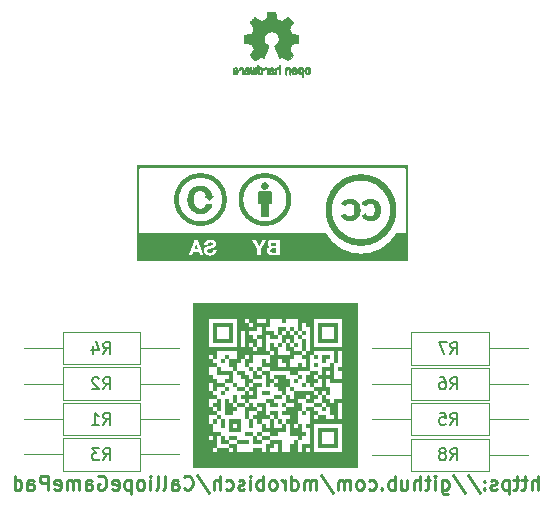
<source format=gbr>
%TF.GenerationSoftware,KiCad,Pcbnew,9.0.3*%
%TF.CreationDate,2025-07-15T10:31:37+02:00*%
%TF.ProjectId,CalliopeGamePad,43616c6c-696f-4706-9547-616d65506164,rev?*%
%TF.SameCoordinates,Original*%
%TF.FileFunction,Legend,Bot*%
%TF.FilePolarity,Positive*%
%FSLAX46Y46*%
G04 Gerber Fmt 4.6, Leading zero omitted, Abs format (unit mm)*
G04 Created by KiCad (PCBNEW 9.0.3) date 2025-07-15 10:31:37*
%MOMM*%
%LPD*%
G01*
G04 APERTURE LIST*
%ADD10C,0.000000*%
%ADD11C,0.250000*%
%ADD12C,0.150000*%
%ADD13C,0.120000*%
%ADD14C,0.010000*%
G04 APERTURE END LIST*
D10*
G36*
X157336630Y-99281630D02*
G01*
X157543890Y-99281630D01*
X157543890Y-99304490D01*
X157681560Y-99304490D01*
X157681560Y-99327350D01*
X157796880Y-99327350D01*
X157796880Y-99350720D01*
X157888830Y-99350720D01*
X157888830Y-99373580D01*
X157980770Y-99373580D01*
X157980770Y-99396440D01*
X158049860Y-99396440D01*
X158049860Y-99419300D01*
X158118950Y-99419300D01*
X158118950Y-99442670D01*
X158164670Y-99442670D01*
X158164670Y-99465530D01*
X158233760Y-99465530D01*
X158233760Y-99488390D01*
X158279990Y-99488390D01*
X158279990Y-99511250D01*
X158325710Y-99511250D01*
X158325710Y-99534620D01*
X158394790Y-99534620D01*
X158394790Y-99557480D01*
X158441020Y-99557480D01*
X158441530Y-99573220D01*
X158447630Y-99579830D01*
X158456770Y-99581350D01*
X158462870Y-99587450D01*
X158463880Y-99603700D01*
X158509600Y-99603700D01*
X158509600Y-99626560D01*
X158555830Y-99626560D01*
X158555830Y-99649430D01*
X158601550Y-99649430D01*
X158602560Y-99665680D01*
X158608660Y-99671780D01*
X158617810Y-99673300D01*
X158623900Y-99679400D01*
X158624920Y-99695650D01*
X158670640Y-99695650D01*
X158670640Y-99718510D01*
X158716870Y-99718510D01*
X158716870Y-99730200D01*
X158719910Y-99738320D01*
X158736170Y-99744930D01*
X158740740Y-99757630D01*
X158746840Y-99763720D01*
X158755980Y-99765250D01*
X158762080Y-99771340D01*
X158762590Y-99787600D01*
X158808810Y-99787600D01*
X158809830Y-99803350D01*
X158815930Y-99809440D01*
X158824560Y-99811480D01*
X158830660Y-99817570D01*
X158831670Y-99833320D01*
X158877900Y-99833320D01*
X158878920Y-99849580D01*
X158885010Y-99855670D01*
X158893650Y-99857200D01*
X158899750Y-99863290D01*
X158904320Y-99875990D01*
X158920570Y-99883100D01*
X158927180Y-99898850D01*
X158939880Y-99903430D01*
X158945970Y-99909520D01*
X158946990Y-99925270D01*
X158992710Y-99925270D01*
X158993720Y-99941520D01*
X158999820Y-99947620D01*
X159008970Y-99949140D01*
X159015060Y-99955750D01*
X159016590Y-99964380D01*
X159022680Y-99970480D01*
X159035380Y-99975050D01*
X159041990Y-99991310D01*
X159058240Y-99997910D01*
X159062810Y-100010610D01*
X159068910Y-100016710D01*
X159077550Y-100018230D01*
X159083640Y-100024330D01*
X159088210Y-100037030D01*
X159100910Y-100041600D01*
X159107010Y-100047700D01*
X159108530Y-100056330D01*
X159114630Y-100062430D01*
X159127330Y-100067000D01*
X159133930Y-100083260D01*
X159150190Y-100089860D01*
X159154760Y-100102560D01*
X159160860Y-100108660D01*
X159169490Y-100110180D01*
X159176100Y-100116280D01*
X159177620Y-100125420D01*
X159183720Y-100131520D01*
X159196420Y-100136090D01*
X159203020Y-100152340D01*
X159215720Y-100156410D01*
X159221820Y-100162510D01*
X159226390Y-100175200D01*
X159242650Y-100181810D01*
X159246710Y-100194510D01*
X159252810Y-100200600D01*
X159265510Y-100204670D01*
X159272110Y-100220930D01*
X159284810Y-100225500D01*
X159290900Y-100231590D01*
X159292430Y-100240230D01*
X159299030Y-100246830D01*
X159307670Y-100248360D01*
X159313770Y-100254450D01*
X159318340Y-100267150D01*
X159334590Y-100273760D01*
X159338660Y-100286460D01*
X159344750Y-100292550D01*
X159361010Y-100293570D01*
X159361010Y-100339290D01*
X159376760Y-100340300D01*
X159382850Y-100346400D01*
X159386920Y-100359100D01*
X159403170Y-100365700D01*
X159410290Y-100381960D01*
X159422990Y-100386530D01*
X159429080Y-100392630D01*
X159430610Y-100401260D01*
X159436700Y-100407360D01*
X159452960Y-100408380D01*
X159452960Y-100454600D01*
X159468710Y-100455620D01*
X159474800Y-100461720D01*
X159476830Y-100470350D01*
X159482930Y-100476450D01*
X159491560Y-100478480D01*
X159497660Y-100484580D01*
X159499690Y-100493210D01*
X159505790Y-100499820D01*
X159521540Y-100500320D01*
X159521540Y-100546550D01*
X159533220Y-100546550D01*
X159541350Y-100550110D01*
X159547950Y-100565860D01*
X159564210Y-100572970D01*
X159568780Y-100585670D01*
X159574880Y-100591760D01*
X159590630Y-100592270D01*
X159590630Y-100638500D01*
X159606880Y-100639520D01*
X159612980Y-100645610D01*
X159614500Y-100654250D01*
X159620600Y-100660340D01*
X159636850Y-100661360D01*
X159636850Y-100707590D01*
X159659710Y-100707590D01*
X159659710Y-100753310D01*
X159675970Y-100754320D01*
X159682060Y-100760420D01*
X159683590Y-100769560D01*
X159689690Y-100775660D01*
X159705940Y-100776680D01*
X159705940Y-100822400D01*
X159728800Y-100822400D01*
X159728800Y-100868620D01*
X159751660Y-100868620D01*
X159751660Y-100914340D01*
X159775030Y-100914340D01*
X159775030Y-100960570D01*
X159797890Y-100960570D01*
X159797890Y-101006290D01*
X159820750Y-101006290D01*
X159820750Y-101052520D01*
X159843610Y-101052520D01*
X159843610Y-101098240D01*
X159866980Y-101098240D01*
X159866980Y-101167330D01*
X159889840Y-101167330D01*
X159889840Y-101236420D01*
X159912700Y-101236420D01*
X159912700Y-101282640D01*
X159935560Y-101282640D01*
X159935560Y-101351220D01*
X159958930Y-101351220D01*
X159958930Y-101443680D01*
X159981790Y-101443680D01*
X159981790Y-101512260D01*
X160004650Y-101512260D01*
X160004650Y-101627580D01*
X160028010Y-101627580D01*
X160028010Y-101742380D01*
X160050870Y-101742380D01*
X160050870Y-101903420D01*
X160073730Y-101903420D01*
X160073730Y-102669990D01*
X160050870Y-102669990D01*
X160050870Y-102831030D01*
X160028010Y-102831030D01*
X160028010Y-102946340D01*
X160004650Y-102946340D01*
X160004650Y-103038290D01*
X159981790Y-103038290D01*
X159981790Y-103130240D01*
X159958930Y-103130240D01*
X159958930Y-103199330D01*
X159935560Y-103199330D01*
X159935560Y-103267910D01*
X159912700Y-103267910D01*
X159912700Y-103337000D01*
X159889840Y-103337000D01*
X159889840Y-103406080D01*
X159866980Y-103406080D01*
X159866980Y-103452310D01*
X159843610Y-103452310D01*
X159843610Y-103498030D01*
X159820750Y-103498030D01*
X159820750Y-103544260D01*
X159797890Y-103544260D01*
X159797890Y-103589980D01*
X159775030Y-103589980D01*
X159775030Y-103636210D01*
X159751660Y-103636210D01*
X159751660Y-103681930D01*
X159728800Y-103681930D01*
X159728800Y-103728160D01*
X159705940Y-103728160D01*
X159705940Y-103773880D01*
X159682570Y-103773880D01*
X159682570Y-103820100D01*
X159666830Y-103821120D01*
X159660730Y-103827220D01*
X159658700Y-103835850D01*
X159652600Y-103842460D01*
X159636850Y-103842960D01*
X159636850Y-103889190D01*
X159620600Y-103890210D01*
X159614500Y-103896300D01*
X159612980Y-103904940D01*
X159606880Y-103911040D01*
X159590630Y-103912050D01*
X159590630Y-103958280D01*
X159574880Y-103959300D01*
X159568780Y-103965390D01*
X159566750Y-103974030D01*
X159560650Y-103980120D01*
X159544900Y-103981140D01*
X159544900Y-104027370D01*
X159533220Y-104027370D01*
X159525090Y-104030420D01*
X159518490Y-104046670D01*
X159505790Y-104051240D01*
X159499690Y-104057340D01*
X159497660Y-104065980D01*
X159491560Y-104072070D01*
X159475820Y-104073090D01*
X159475820Y-104119320D01*
X159460070Y-104119830D01*
X159453470Y-104126430D01*
X159451940Y-104135060D01*
X159445850Y-104141160D01*
X159433150Y-104145730D01*
X159426540Y-104161990D01*
X159413840Y-104166050D01*
X159407750Y-104172150D01*
X159403170Y-104184850D01*
X159386920Y-104191450D01*
X159382850Y-104204150D01*
X159376760Y-104210250D01*
X159361010Y-104211260D01*
X159361010Y-104256980D01*
X159344750Y-104258000D01*
X159338660Y-104264100D01*
X159334590Y-104276800D01*
X159318340Y-104283400D01*
X159313770Y-104296100D01*
X159307670Y-104302200D01*
X159299030Y-104304230D01*
X159292430Y-104310320D01*
X159290900Y-104318960D01*
X159284810Y-104325060D01*
X159272110Y-104329630D01*
X159265510Y-104345880D01*
X159249250Y-104352490D01*
X159244680Y-104365190D01*
X159238580Y-104371280D01*
X159229950Y-104372810D01*
X159223850Y-104379410D01*
X159221820Y-104388050D01*
X159215720Y-104394140D01*
X159203020Y-104398720D01*
X159196420Y-104414970D01*
X159183720Y-104419040D01*
X159177620Y-104425130D01*
X159176100Y-104434280D01*
X159169490Y-104440370D01*
X159160860Y-104441900D01*
X159154760Y-104447990D01*
X159150190Y-104460690D01*
X159133930Y-104467300D01*
X159129870Y-104480000D01*
X159123770Y-104486090D01*
X159111070Y-104490660D01*
X159104470Y-104506920D01*
X159088210Y-104513520D01*
X159083640Y-104526220D01*
X159077550Y-104532320D01*
X159068910Y-104533840D01*
X159062810Y-104539940D01*
X159058240Y-104552640D01*
X159041990Y-104559750D01*
X159035380Y-104576010D01*
X159022680Y-104580070D01*
X159016590Y-104586170D01*
X159015570Y-104601920D01*
X158969850Y-104601920D01*
X158969850Y-104613600D01*
X158966290Y-104621730D01*
X158950040Y-104628330D01*
X158943430Y-104644590D01*
X158930730Y-104649160D01*
X158924640Y-104655260D01*
X158923110Y-104663890D01*
X158916510Y-104669990D01*
X158907870Y-104672020D01*
X158901780Y-104678120D01*
X158900760Y-104694370D01*
X158855040Y-104694370D01*
X158855040Y-104705550D01*
X158851490Y-104713680D01*
X158838790Y-104718250D01*
X158832690Y-104724340D01*
X158830660Y-104732980D01*
X158824560Y-104739080D01*
X158815930Y-104741110D01*
X158809830Y-104747200D01*
X158808810Y-104762950D01*
X158762590Y-104762950D01*
X158762080Y-104779200D01*
X158755980Y-104785300D01*
X158746840Y-104786820D01*
X158740740Y-104793420D01*
X158739720Y-104809170D01*
X158694010Y-104809170D01*
X158694010Y-104820860D01*
X158690450Y-104828980D01*
X158677750Y-104833050D01*
X158671650Y-104839140D01*
X158670640Y-104854890D01*
X158624920Y-104854890D01*
X158624920Y-104866580D01*
X158621360Y-104874700D01*
X158608660Y-104879280D01*
X158602560Y-104885370D01*
X158601550Y-104901120D01*
X158555830Y-104901120D01*
X158555830Y-104923980D01*
X158509600Y-104923980D01*
X158509090Y-104940240D01*
X158502490Y-104946330D01*
X158493850Y-104947860D01*
X158487760Y-104953950D01*
X158486740Y-104970210D01*
X158441020Y-104970210D01*
X158441020Y-104993070D01*
X158394790Y-104993070D01*
X158394790Y-105015930D01*
X158348560Y-105015930D01*
X158348560Y-105039300D01*
X158302850Y-105039300D01*
X158302850Y-105062160D01*
X158233760Y-105062160D01*
X158233760Y-105085020D01*
X158187530Y-105085020D01*
X158187530Y-105107880D01*
X158118950Y-105107880D01*
X158118950Y-105131240D01*
X158072720Y-105131240D01*
X158072720Y-105154100D01*
X158003630Y-105154100D01*
X158003630Y-105176960D01*
X157911690Y-105176960D01*
X157911690Y-105200330D01*
X157842600Y-105200330D01*
X157842600Y-105223190D01*
X157750650Y-105223190D01*
X157750650Y-105246050D01*
X157612980Y-105246050D01*
X157612980Y-105268910D01*
X157451950Y-105268910D01*
X157451950Y-105292280D01*
X156731090Y-105292280D01*
X156731090Y-105268910D01*
X156570060Y-105268910D01*
X156570060Y-105246050D01*
X156431880Y-105246050D01*
X156431880Y-105223190D01*
X156339930Y-105223190D01*
X156339930Y-105200330D01*
X156247990Y-105200330D01*
X156247990Y-105176960D01*
X156178900Y-105176960D01*
X156178900Y-105154100D01*
X156110320Y-105154100D01*
X156110320Y-105131240D01*
X156041230Y-105131240D01*
X156041230Y-105107880D01*
X155995000Y-105107880D01*
X155995000Y-105085020D01*
X155925910Y-105085020D01*
X155925910Y-105062160D01*
X155880190Y-105062160D01*
X155880190Y-105039300D01*
X155833970Y-105039300D01*
X155833970Y-105015930D01*
X155788250Y-105015930D01*
X155788250Y-104993070D01*
X155742020Y-104993070D01*
X155742020Y-104970210D01*
X155696300Y-104970210D01*
X155696300Y-104947350D01*
X155650070Y-104947350D01*
X155650070Y-104923980D01*
X155604350Y-104923980D01*
X155604350Y-104912800D01*
X155600790Y-104904680D01*
X155588090Y-104900100D01*
X155582000Y-104894010D01*
X155580980Y-104878260D01*
X155535260Y-104878260D01*
X155535260Y-104854890D01*
X155489030Y-104854890D01*
X155488020Y-104839140D01*
X155481920Y-104833050D01*
X155473290Y-104831020D01*
X155467190Y-104824920D01*
X155466170Y-104809170D01*
X155419950Y-104809170D01*
X155419440Y-104793420D01*
X155412830Y-104786820D01*
X155404200Y-104785300D01*
X155398100Y-104779200D01*
X155397090Y-104762950D01*
X155351370Y-104762950D01*
X155350350Y-104747200D01*
X155344250Y-104741110D01*
X155331550Y-104736540D01*
X155324950Y-104720280D01*
X155312250Y-104716220D01*
X155306150Y-104710120D01*
X155305140Y-104694370D01*
X155258910Y-104694370D01*
X155258910Y-104682690D01*
X155255860Y-104674560D01*
X155243160Y-104669990D01*
X155237070Y-104663890D01*
X155235030Y-104655260D01*
X155228940Y-104649160D01*
X155220300Y-104647130D01*
X155214200Y-104641030D01*
X155212170Y-104632400D01*
X155206080Y-104625790D01*
X155196930Y-104624270D01*
X155190840Y-104618170D01*
X155189310Y-104609030D01*
X155183220Y-104602930D01*
X155174070Y-104601410D01*
X155167980Y-104595310D01*
X155166960Y-104579060D01*
X155121240Y-104579060D01*
X155121240Y-104567880D01*
X155117690Y-104559750D01*
X155104990Y-104555180D01*
X155098890Y-104549080D01*
X155097370Y-104539940D01*
X155091270Y-104533840D01*
X155082120Y-104532320D01*
X155076030Y-104526220D01*
X155071970Y-104513520D01*
X155055710Y-104506920D01*
X155048600Y-104490660D01*
X155032340Y-104483550D01*
X155025740Y-104467300D01*
X155013040Y-104463230D01*
X155006940Y-104457140D01*
X155005420Y-104447990D01*
X154999320Y-104441900D01*
X154990180Y-104440370D01*
X154984080Y-104434280D01*
X154979510Y-104421580D01*
X154963250Y-104414970D01*
X154959190Y-104402270D01*
X154953090Y-104396180D01*
X154940390Y-104391600D01*
X154933790Y-104375350D01*
X154917530Y-104368740D01*
X154910930Y-104352490D01*
X154894670Y-104345880D01*
X154890100Y-104333180D01*
X154884010Y-104327090D01*
X154875370Y-104325060D01*
X154869270Y-104318960D01*
X154867240Y-104310320D01*
X154861150Y-104304230D01*
X154848450Y-104299660D01*
X154841840Y-104283400D01*
X154825590Y-104276800D01*
X154821010Y-104264100D01*
X154814920Y-104258000D01*
X154806280Y-104256480D01*
X154800190Y-104249870D01*
X154798150Y-104241240D01*
X154792060Y-104235140D01*
X154776310Y-104234120D01*
X154776310Y-104188400D01*
X154760050Y-104187390D01*
X154753960Y-104181290D01*
X154752430Y-104172150D01*
X154745830Y-104166050D01*
X154737190Y-104164020D01*
X154731100Y-104157920D01*
X154729070Y-104149290D01*
X154722970Y-104143190D01*
X154714330Y-104141160D01*
X154708240Y-104135060D01*
X154706200Y-104126430D01*
X154700110Y-104119830D01*
X154684360Y-104119320D01*
X154684360Y-104073090D01*
X154672680Y-104073090D01*
X154664550Y-104069530D01*
X154657950Y-104053280D01*
X154641690Y-104046670D01*
X154637120Y-104033970D01*
X154631020Y-104027880D01*
X154615270Y-104027370D01*
X154615270Y-103981140D01*
X154599020Y-103980120D01*
X154592920Y-103974030D01*
X154591400Y-103965390D01*
X154585300Y-103959300D01*
X154569040Y-103958280D01*
X154569040Y-103912050D01*
X154553300Y-103911040D01*
X154547200Y-103904940D01*
X154545170Y-103896300D01*
X154539070Y-103890210D01*
X154523330Y-103889190D01*
X154523330Y-103842960D01*
X154507070Y-103842460D01*
X154500970Y-103835850D01*
X154499450Y-103827220D01*
X154492850Y-103821120D01*
X154477100Y-103820100D01*
X154477100Y-103773880D01*
X154454240Y-103773880D01*
X154454240Y-103728160D01*
X154431380Y-103728160D01*
X154431380Y-103681930D01*
X154408010Y-103681930D01*
X154408010Y-103636210D01*
X154385150Y-103636210D01*
X154385150Y-103589980D01*
X154362290Y-103589980D01*
X154362290Y-103544260D01*
X154338920Y-103544260D01*
X154338920Y-103498030D01*
X154316060Y-103498030D01*
X154316060Y-103428940D01*
X154293200Y-103428940D01*
X154293200Y-103383220D01*
X154270340Y-103383220D01*
X154270340Y-103314140D01*
X154246970Y-103314140D01*
X154246970Y-103245050D01*
X154224110Y-103245050D01*
X154224110Y-103153100D01*
X154201250Y-103153100D01*
X154201250Y-103084010D01*
X154177890Y-103084010D01*
X154177890Y-102969200D01*
X154155030Y-102969200D01*
X154155030Y-102854400D01*
X154132170Y-102854400D01*
X154132170Y-102693360D01*
X154109310Y-102693360D01*
X154109310Y-102409390D01*
X154109310Y-102371290D01*
X154085940Y-102371290D01*
X154085940Y-102156400D01*
X154109310Y-102156400D01*
X154109310Y-102141160D01*
X154622890Y-102141160D01*
X154622890Y-102409390D01*
X154645750Y-102409390D01*
X154645750Y-102662370D01*
X154668610Y-102662370D01*
X154668610Y-102800550D01*
X154691980Y-102800550D01*
X154691980Y-102915360D01*
X154714840Y-102915360D01*
X154714840Y-103007300D01*
X154737700Y-103007300D01*
X154737700Y-103076390D01*
X154760560Y-103076390D01*
X154760560Y-103145480D01*
X154783930Y-103145480D01*
X154783930Y-103214570D01*
X154806790Y-103214570D01*
X154806790Y-103260290D01*
X154829650Y-103260290D01*
X154829650Y-103306520D01*
X154853020Y-103306520D01*
X154853020Y-103375600D01*
X154868770Y-103376620D01*
X154874860Y-103382720D01*
X154876890Y-103391350D01*
X154882990Y-103397450D01*
X154898740Y-103398460D01*
X154898740Y-103444690D01*
X154921600Y-103444690D01*
X154921600Y-103490410D01*
X154944970Y-103490410D01*
X154944970Y-103536640D01*
X154967830Y-103536640D01*
X154967830Y-103582360D01*
X154979510Y-103582360D01*
X154987640Y-103585920D01*
X154991700Y-103598620D01*
X154997800Y-103604710D01*
X155014050Y-103605220D01*
X155014050Y-103651450D01*
X155025230Y-103651450D01*
X155033360Y-103655000D01*
X155039960Y-103671260D01*
X155056220Y-103677860D01*
X155060790Y-103690560D01*
X155066890Y-103696660D01*
X155082630Y-103697680D01*
X155082630Y-103743400D01*
X155094320Y-103743400D01*
X155102450Y-103746950D01*
X155109050Y-103763210D01*
X155125310Y-103769810D01*
X155129880Y-103782510D01*
X155135970Y-103788610D01*
X155151720Y-103789620D01*
X155151720Y-103835340D01*
X155167980Y-103836360D01*
X155174070Y-103842460D01*
X155175600Y-103851600D01*
X155181690Y-103857700D01*
X155190840Y-103859220D01*
X155196930Y-103865320D01*
X155198460Y-103874460D01*
X155205060Y-103880560D01*
X155213700Y-103882590D01*
X155219790Y-103888680D01*
X155221830Y-103897320D01*
X155227920Y-103903420D01*
X155236560Y-103905450D01*
X155242650Y-103911540D01*
X155244690Y-103920180D01*
X155250780Y-103926780D01*
X155259930Y-103928310D01*
X155266020Y-103934400D01*
X155267540Y-103943550D01*
X155273640Y-103949640D01*
X155282780Y-103951170D01*
X155288880Y-103957260D01*
X155292950Y-103969960D01*
X155309200Y-103977080D01*
X155316310Y-103993330D01*
X155332570Y-103999940D01*
X155339170Y-104016190D01*
X155355430Y-104022800D01*
X155362030Y-104039050D01*
X155374730Y-104043620D01*
X155380830Y-104049720D01*
X155382860Y-104058360D01*
X155388960Y-104064450D01*
X155397590Y-104066480D01*
X155403690Y-104072580D01*
X155405720Y-104081220D01*
X155411820Y-104087820D01*
X155420960Y-104089340D01*
X155427060Y-104095440D01*
X155428580Y-104104580D01*
X155434680Y-104110680D01*
X155443820Y-104112200D01*
X155449920Y-104118300D01*
X155451440Y-104127440D01*
X155458050Y-104133540D01*
X155466680Y-104135570D01*
X155472780Y-104141670D01*
X155474810Y-104150300D01*
X155480910Y-104156400D01*
X155489540Y-104158430D01*
X155495640Y-104164530D01*
X155496650Y-104180280D01*
X155542880Y-104180280D01*
X155543900Y-104196530D01*
X155549990Y-104202630D01*
X155558630Y-104204150D01*
X155564730Y-104210760D01*
X155566760Y-104219390D01*
X155572850Y-104225490D01*
X155585550Y-104230060D01*
X155592160Y-104246320D01*
X155604860Y-104250380D01*
X155610950Y-104256480D01*
X155611970Y-104272220D01*
X155657690Y-104272220D01*
X155658710Y-104288480D01*
X155664800Y-104294580D01*
X155677500Y-104298640D01*
X155684110Y-104314900D01*
X155696810Y-104319470D01*
X155702900Y-104325560D01*
X155703920Y-104341310D01*
X155749640Y-104341310D01*
X155750650Y-104357570D01*
X155756750Y-104363660D01*
X155765890Y-104365190D01*
X155771990Y-104371280D01*
X155773010Y-104387540D01*
X155818730Y-104387540D01*
X155818730Y-104410400D01*
X155864950Y-104410400D01*
X155865460Y-104426660D01*
X155872070Y-104432750D01*
X155880700Y-104434280D01*
X155886800Y-104440370D01*
X155887810Y-104456630D01*
X155934040Y-104456630D01*
X155934040Y-104479490D01*
X155979760Y-104479490D01*
X155979760Y-104502350D01*
X156025990Y-104502350D01*
X156025990Y-104525720D01*
X156071710Y-104525720D01*
X156071710Y-104548580D01*
X156117940Y-104548580D01*
X156117940Y-104571440D01*
X156187030Y-104571440D01*
X156187030Y-104594300D01*
X156232750Y-104594300D01*
X156232750Y-104617670D01*
X156301830Y-104617670D01*
X156301830Y-104640520D01*
X156370920Y-104640520D01*
X156370920Y-104663380D01*
X156462870Y-104663380D01*
X156462870Y-104686240D01*
X156554820Y-104686240D01*
X156554820Y-104709610D01*
X156669630Y-104709610D01*
X156669630Y-104732470D01*
X156854030Y-104732470D01*
X156854030Y-104755330D01*
X157306150Y-104755330D01*
X157306150Y-104732470D01*
X157490050Y-104732470D01*
X157490050Y-104709610D01*
X157605360Y-104709610D01*
X157605360Y-104686240D01*
X157720170Y-104686240D01*
X157720170Y-104663380D01*
X157789260Y-104663380D01*
X157789260Y-104640520D01*
X157858350Y-104640520D01*
X157858350Y-104617670D01*
X157926930Y-104617670D01*
X157926930Y-104594300D01*
X157996010Y-104594300D01*
X157996010Y-104571440D01*
X158042240Y-104571440D01*
X158042240Y-104548580D01*
X158087960Y-104548580D01*
X158087960Y-104525720D01*
X158134190Y-104525720D01*
X158134190Y-104502350D01*
X158179910Y-104502350D01*
X158179910Y-104479490D01*
X158226140Y-104479490D01*
X158226140Y-104456630D01*
X158272370Y-104456630D01*
X158272370Y-104433260D01*
X158318090Y-104433260D01*
X158319100Y-104417510D01*
X158325200Y-104411420D01*
X158333830Y-104409380D01*
X158340440Y-104403290D01*
X158340950Y-104387540D01*
X158387170Y-104387540D01*
X158388190Y-104371280D01*
X158394290Y-104365190D01*
X158402920Y-104363660D01*
X158409020Y-104357570D01*
X158410030Y-104341310D01*
X158456260Y-104341310D01*
X158456770Y-104325560D01*
X158463370Y-104319470D01*
X158472010Y-104317440D01*
X158478110Y-104311340D01*
X158479120Y-104295590D01*
X158525350Y-104295590D01*
X158525860Y-104279340D01*
X158531950Y-104273240D01*
X158541100Y-104271720D01*
X158547190Y-104265620D01*
X158551260Y-104252920D01*
X158567510Y-104246320D01*
X158574630Y-104230060D01*
X158587330Y-104225490D01*
X158593420Y-104219390D01*
X158593930Y-104203640D01*
X158640160Y-104203640D01*
X158641170Y-104187390D01*
X158647270Y-104181290D01*
X158655900Y-104179770D01*
X158662000Y-104173670D01*
X158666570Y-104160970D01*
X158679270Y-104156400D01*
X158685370Y-104150300D01*
X158686890Y-104141670D01*
X158692990Y-104135570D01*
X158705690Y-104131000D01*
X158710260Y-104118300D01*
X158716360Y-104112200D01*
X158724990Y-104110680D01*
X158731090Y-104104580D01*
X158735660Y-104091880D01*
X158751920Y-104085280D01*
X158758520Y-104069020D01*
X158771220Y-104064450D01*
X158777320Y-104058360D01*
X158778840Y-104049720D01*
X158784940Y-104043620D01*
X158797640Y-104039050D01*
X158802210Y-104026350D01*
X158808310Y-104020260D01*
X158816940Y-104018730D01*
X158823040Y-104012640D01*
X158827610Y-103999940D01*
X158840310Y-103995360D01*
X158846400Y-103989270D01*
X158847930Y-103980630D01*
X158854030Y-103974540D01*
X158866720Y-103969960D01*
X158873330Y-103953710D01*
X158889590Y-103947100D01*
X158894160Y-103934400D01*
X158900250Y-103928310D01*
X158908890Y-103926780D01*
X158914990Y-103920180D01*
X158917020Y-103911540D01*
X158923110Y-103905450D01*
X158935810Y-103900880D01*
X158942420Y-103884620D01*
X158955120Y-103880560D01*
X158961210Y-103874460D01*
X158965280Y-103861760D01*
X158981530Y-103855160D01*
X158986110Y-103842460D01*
X158992200Y-103836360D01*
X159007950Y-103835340D01*
X159007950Y-103789620D01*
X159019630Y-103789620D01*
X159027760Y-103786070D01*
X159034370Y-103769810D01*
X159050620Y-103763210D01*
X159055190Y-103750510D01*
X159061290Y-103744410D01*
X159077040Y-103743400D01*
X159077040Y-103697680D01*
X159093290Y-103696660D01*
X159099390Y-103690560D01*
X159100910Y-103681420D01*
X159107010Y-103675320D01*
X159116150Y-103673800D01*
X159122250Y-103667200D01*
X159123770Y-103658560D01*
X159130380Y-103652460D01*
X159146130Y-103651450D01*
X159146130Y-103605220D01*
X159168990Y-103605220D01*
X159168990Y-103559500D01*
X159185240Y-103558480D01*
X159191340Y-103552390D01*
X159192860Y-103543750D01*
X159198960Y-103537150D01*
X159215210Y-103536640D01*
X159215210Y-103490410D01*
X159238070Y-103490410D01*
X159238070Y-103444690D01*
X159253820Y-103443680D01*
X159260430Y-103437580D01*
X159261950Y-103428440D01*
X159268050Y-103422340D01*
X159284300Y-103421320D01*
X159284300Y-103375600D01*
X159307160Y-103375600D01*
X159307160Y-103329380D01*
X159330020Y-103329380D01*
X159330020Y-103260290D01*
X159352880Y-103260290D01*
X159352880Y-103214570D01*
X159376250Y-103214570D01*
X159376250Y-103168340D01*
X159399110Y-103168340D01*
X159399110Y-103099250D01*
X159421970Y-103099250D01*
X159421970Y-103030670D01*
X159445340Y-103030670D01*
X159445340Y-102961580D01*
X159468200Y-102961580D01*
X159468200Y-102869640D01*
X159491060Y-102869640D01*
X159491060Y-102754320D01*
X159513920Y-102754320D01*
X159513920Y-102616650D01*
X159537290Y-102616650D01*
X159537290Y-101957270D01*
X159513920Y-101957270D01*
X159513920Y-101796230D01*
X159491060Y-101796230D01*
X159491060Y-101704280D01*
X159468200Y-101704280D01*
X159468200Y-101612340D01*
X159445340Y-101612340D01*
X159445340Y-101543250D01*
X159421970Y-101543250D01*
X159421970Y-101474160D01*
X159399110Y-101474160D01*
X159399110Y-101405070D01*
X159376250Y-101405070D01*
X159376250Y-101335980D01*
X159352880Y-101335980D01*
X159352880Y-101290260D01*
X159330020Y-101290260D01*
X159330020Y-101244040D01*
X159307160Y-101244040D01*
X159307160Y-101198320D01*
X159284300Y-101198320D01*
X159284300Y-101152090D01*
X159260930Y-101152090D01*
X159260930Y-101106370D01*
X159238070Y-101106370D01*
X159238070Y-101060140D01*
X159222330Y-101059120D01*
X159216230Y-101053030D01*
X159214200Y-101044390D01*
X159208100Y-101038300D01*
X159192350Y-101037280D01*
X159192350Y-100991050D01*
X159176100Y-100990040D01*
X159170000Y-100983940D01*
X159167970Y-100975300D01*
X159161870Y-100969210D01*
X159146130Y-100968190D01*
X159146130Y-100921960D01*
X159130380Y-100921460D01*
X159123770Y-100914850D01*
X159122250Y-100906220D01*
X159116150Y-100900120D01*
X159099900Y-100899100D01*
X159099900Y-100853380D01*
X159088720Y-100853380D01*
X159080590Y-100849830D01*
X159076020Y-100837130D01*
X159069930Y-100831030D01*
X159054180Y-100830020D01*
X159054180Y-100784300D01*
X159042490Y-100784300D01*
X159034370Y-100780740D01*
X159027760Y-100764480D01*
X159011510Y-100757880D01*
X159004900Y-100741620D01*
X158988650Y-100734510D01*
X158981530Y-100718760D01*
X158965280Y-100711650D01*
X158961210Y-100698950D01*
X158955120Y-100692860D01*
X158939370Y-100692350D01*
X158939370Y-100646120D01*
X158927690Y-100646120D01*
X158919560Y-100642560D01*
X158912950Y-100626310D01*
X158896700Y-100619700D01*
X158892130Y-100607010D01*
X158886030Y-100600910D01*
X158877390Y-100599380D01*
X158870790Y-100593290D01*
X158869270Y-100584140D01*
X158863170Y-100578050D01*
X158850470Y-100573980D01*
X158843870Y-100557730D01*
X158831170Y-100553160D01*
X158825070Y-100547060D01*
X158823040Y-100538430D01*
X158816940Y-100531820D01*
X158808310Y-100530300D01*
X158802210Y-100524200D01*
X158797640Y-100511500D01*
X158781380Y-100504900D01*
X158774780Y-100488640D01*
X158762080Y-100484070D01*
X158755980Y-100477970D01*
X158754460Y-100469340D01*
X158747850Y-100463240D01*
X158739220Y-100461210D01*
X158733120Y-100455110D01*
X158728550Y-100442410D01*
X158712290Y-100435810D01*
X158708230Y-100423110D01*
X158702130Y-100417010D01*
X158692990Y-100415490D01*
X158686890Y-100408880D01*
X158685370Y-100400250D01*
X158679270Y-100394150D01*
X158666570Y-100389580D01*
X158659970Y-100373320D01*
X158647270Y-100369260D01*
X158641170Y-100363170D01*
X158640160Y-100346910D01*
X158593930Y-100346910D01*
X158593930Y-100335730D01*
X158590880Y-100327600D01*
X158578180Y-100323030D01*
X158572090Y-100316940D01*
X158570050Y-100308300D01*
X158563960Y-100302200D01*
X158555320Y-100300170D01*
X158549220Y-100294080D01*
X158547190Y-100285440D01*
X158541100Y-100278840D01*
X158531950Y-100277310D01*
X158525860Y-100271220D01*
X158525350Y-100254960D01*
X158479120Y-100254960D01*
X158478110Y-100239210D01*
X158472010Y-100233120D01*
X158463370Y-100231090D01*
X158456770Y-100224990D01*
X158456260Y-100209240D01*
X158410030Y-100209240D01*
X158409020Y-100192980D01*
X158402920Y-100186890D01*
X158394290Y-100185360D01*
X158388190Y-100179270D01*
X158387170Y-100163010D01*
X158340950Y-100163010D01*
X158340440Y-100147260D01*
X158333830Y-100141170D01*
X158325200Y-100139140D01*
X158319100Y-100133040D01*
X158318090Y-100117290D01*
X158272370Y-100117290D01*
X158272370Y-100093930D01*
X158226140Y-100093930D01*
X158226140Y-100071060D01*
X158179910Y-100071060D01*
X158179910Y-100048200D01*
X158134190Y-100048200D01*
X158134190Y-100025340D01*
X158087960Y-100025340D01*
X158087960Y-100001980D01*
X158042240Y-100001980D01*
X158042240Y-99979120D01*
X157973150Y-99979120D01*
X157973150Y-99956260D01*
X157926930Y-99956260D01*
X157926930Y-99933400D01*
X157858350Y-99933400D01*
X157858350Y-99910030D01*
X157789260Y-99910030D01*
X157789260Y-99887170D01*
X157697310Y-99887170D01*
X157697310Y-99864310D01*
X157581990Y-99864310D01*
X157581990Y-99840940D01*
X157467190Y-99840940D01*
X157467190Y-99818080D01*
X157191340Y-99818080D01*
X157191340Y-99795220D01*
X156991700Y-99795220D01*
X156991700Y-99818080D01*
X156715850Y-99818080D01*
X156715850Y-99840940D01*
X156577680Y-99840940D01*
X156577680Y-99864310D01*
X156462870Y-99864310D01*
X156462870Y-99887170D01*
X156393780Y-99887170D01*
X156393780Y-99910030D01*
X156301830Y-99910030D01*
X156301830Y-99933400D01*
X156232750Y-99933400D01*
X156232750Y-99956260D01*
X156187030Y-99956260D01*
X156187030Y-99979120D01*
X156117940Y-99979120D01*
X156117940Y-100001980D01*
X156071710Y-100001980D01*
X156071710Y-100025340D01*
X156025990Y-100025340D01*
X156025990Y-100048200D01*
X155979760Y-100048200D01*
X155979760Y-100071060D01*
X155934040Y-100071060D01*
X155934040Y-100093930D01*
X155887810Y-100093930D01*
X155887810Y-100117290D01*
X155841590Y-100117290D01*
X155841590Y-100128470D01*
X155838540Y-100136600D01*
X155825840Y-100141170D01*
X155819740Y-100147260D01*
X155818730Y-100163010D01*
X155773010Y-100163010D01*
X155771990Y-100179270D01*
X155765890Y-100185360D01*
X155756750Y-100186890D01*
X155750650Y-100192980D01*
X155749640Y-100209240D01*
X155703920Y-100209240D01*
X155703920Y-100220420D01*
X155700360Y-100228540D01*
X155687660Y-100233120D01*
X155681570Y-100239210D01*
X155680550Y-100254960D01*
X155634830Y-100254960D01*
X155633810Y-100271220D01*
X155627720Y-100277310D01*
X155619080Y-100278840D01*
X155612480Y-100285440D01*
X155610950Y-100294080D01*
X155604860Y-100300170D01*
X155592160Y-100304740D01*
X155585550Y-100321000D01*
X155572850Y-100325060D01*
X155566760Y-100331160D01*
X155565740Y-100346910D01*
X155520020Y-100346910D01*
X155520020Y-100358590D01*
X155516470Y-100366720D01*
X155503770Y-100371290D01*
X155497670Y-100377390D01*
X155495640Y-100386020D01*
X155489540Y-100392120D01*
X155480910Y-100394150D01*
X155474810Y-100400250D01*
X155472780Y-100408880D01*
X155466680Y-100415490D01*
X155458050Y-100417010D01*
X155451440Y-100423110D01*
X155449920Y-100432250D01*
X155443820Y-100438350D01*
X155434680Y-100439870D01*
X155428580Y-100445970D01*
X155427060Y-100455110D01*
X155420960Y-100461210D01*
X155408260Y-100465780D01*
X155401150Y-100481530D01*
X155385400Y-100488640D01*
X155380830Y-100501340D01*
X155374730Y-100507440D01*
X155365590Y-100508960D01*
X155359490Y-100515060D01*
X155357970Y-100524200D01*
X155351870Y-100530300D01*
X155342730Y-100531820D01*
X155336630Y-100538430D01*
X155335110Y-100547060D01*
X155328510Y-100553160D01*
X155319870Y-100555190D01*
X155313770Y-100561280D01*
X155311740Y-100569920D01*
X155305650Y-100576020D01*
X155297010Y-100578050D01*
X155290910Y-100584140D01*
X155286340Y-100596840D01*
X155270090Y-100603450D01*
X155263480Y-100619700D01*
X155250780Y-100624280D01*
X155244690Y-100630370D01*
X155242650Y-100639010D01*
X155236560Y-100645100D01*
X155227920Y-100647140D01*
X155221830Y-100653230D01*
X155219790Y-100661870D01*
X155213700Y-100668470D01*
X155205060Y-100670000D01*
X155198460Y-100676090D01*
X155196930Y-100685240D01*
X155190840Y-100691330D01*
X155174580Y-100692350D01*
X155174580Y-100738070D01*
X155158830Y-100739080D01*
X155152740Y-100745180D01*
X155148170Y-100757880D01*
X155132420Y-100764480D01*
X155127850Y-100777180D01*
X155121750Y-100783280D01*
X155106000Y-100784300D01*
X155106000Y-100830020D01*
X155094320Y-100830020D01*
X155086190Y-100833570D01*
X155079590Y-100849830D01*
X155063330Y-100856430D01*
X155058760Y-100869130D01*
X155052660Y-100875230D01*
X155036910Y-100876240D01*
X155036910Y-100921960D01*
X155020660Y-100922980D01*
X155014560Y-100929080D01*
X155013040Y-100938220D01*
X155006940Y-100944320D01*
X154990690Y-100945330D01*
X154990690Y-100991050D01*
X154967830Y-100991050D01*
X154967830Y-101037280D01*
X154952080Y-101038300D01*
X154945470Y-101044390D01*
X154943950Y-101053030D01*
X154937850Y-101059120D01*
X154921600Y-101060140D01*
X154921600Y-101106370D01*
X154898740Y-101106370D01*
X154898740Y-101152090D01*
X154875880Y-101152090D01*
X154875880Y-101198320D01*
X154853020Y-101198320D01*
X154853020Y-101244040D01*
X154829650Y-101244040D01*
X154829650Y-101313120D01*
X154806790Y-101313120D01*
X154806790Y-101359350D01*
X154783930Y-101359350D01*
X154783930Y-101427930D01*
X154760560Y-101427930D01*
X154760560Y-101497020D01*
X154737700Y-101497020D01*
X154737700Y-101566110D01*
X154714840Y-101566110D01*
X154714840Y-101658060D01*
X154691980Y-101658060D01*
X154691980Y-101773370D01*
X154668610Y-101773370D01*
X154668610Y-101888180D01*
X154645750Y-101888180D01*
X154645750Y-102141160D01*
X154622890Y-102141160D01*
X154109310Y-102141160D01*
X154109310Y-101857700D01*
X154132170Y-101857700D01*
X154132170Y-101719520D01*
X154155030Y-101719520D01*
X154155030Y-101581350D01*
X154177890Y-101581350D01*
X154177890Y-101489400D01*
X154201250Y-101489400D01*
X154201250Y-101397450D01*
X154224110Y-101397450D01*
X154224110Y-101328360D01*
X154246970Y-101328360D01*
X154246970Y-101259280D01*
X154270340Y-101259280D01*
X154270340Y-101190700D01*
X154293200Y-101190700D01*
X154293200Y-101144470D01*
X154316060Y-101144470D01*
X154316060Y-101075380D01*
X154338920Y-101075380D01*
X154338920Y-101029660D01*
X154362290Y-101029660D01*
X154362290Y-100983430D01*
X154385150Y-100983430D01*
X154385150Y-100937710D01*
X154408010Y-100937710D01*
X154408010Y-100891480D01*
X154431380Y-100891480D01*
X154431380Y-100845260D01*
X154454240Y-100845260D01*
X154454240Y-100799540D01*
X154477100Y-100799540D01*
X154477100Y-100753310D01*
X154499960Y-100753310D01*
X154499960Y-100707590D01*
X154516210Y-100706570D01*
X154522310Y-100700480D01*
X154523830Y-100691330D01*
X154529930Y-100685240D01*
X154546190Y-100684220D01*
X154546190Y-100638500D01*
X154561930Y-100637480D01*
X154568030Y-100631390D01*
X154570060Y-100622750D01*
X154576160Y-100616150D01*
X154591910Y-100615640D01*
X154591910Y-100569410D01*
X154608160Y-100568400D01*
X154614260Y-100562300D01*
X154615780Y-100553670D01*
X154622390Y-100547570D01*
X154638130Y-100546550D01*
X154638130Y-100500320D01*
X154649820Y-100500320D01*
X154657950Y-100497280D01*
X154664550Y-100481020D01*
X154677250Y-100476450D01*
X154683350Y-100470350D01*
X154684870Y-100461720D01*
X154690970Y-100455620D01*
X154707220Y-100454600D01*
X154707220Y-100408380D01*
X154718400Y-100408380D01*
X154726530Y-100405330D01*
X154733640Y-100389070D01*
X154749890Y-100381960D01*
X154756500Y-100365700D01*
X154772750Y-100359100D01*
X154779360Y-100342840D01*
X154795610Y-100336240D01*
X154800190Y-100323540D01*
X154806280Y-100317440D01*
X154822030Y-100316430D01*
X154822030Y-100270710D01*
X154838280Y-100269690D01*
X154844380Y-100263600D01*
X154845910Y-100254450D01*
X154852000Y-100248360D01*
X154861150Y-100246830D01*
X154867240Y-100240230D01*
X154869270Y-100231590D01*
X154875370Y-100225500D01*
X154884010Y-100223460D01*
X154890100Y-100217370D01*
X154892130Y-100208730D01*
X154898230Y-100202640D01*
X154906870Y-100200600D01*
X154913470Y-100194510D01*
X154914990Y-100185360D01*
X154921090Y-100179270D01*
X154930230Y-100177740D01*
X154936330Y-100171650D01*
X154937850Y-100162510D01*
X154943950Y-100156410D01*
X154956650Y-100152340D01*
X154963250Y-100136090D01*
X154979510Y-100128980D01*
X154984080Y-100116280D01*
X154990180Y-100110180D01*
X154999320Y-100108660D01*
X155005420Y-100102560D01*
X155006940Y-100093420D01*
X155013040Y-100087320D01*
X155022180Y-100085800D01*
X155028280Y-100079190D01*
X155029800Y-100070560D01*
X155036410Y-100064460D01*
X155045040Y-100062430D01*
X155051140Y-100056330D01*
X155053170Y-100047700D01*
X155059270Y-100041600D01*
X155067900Y-100039570D01*
X155074000Y-100033470D01*
X155078570Y-100020770D01*
X155094830Y-100014170D01*
X155101430Y-99997910D01*
X155114130Y-99993340D01*
X155120230Y-99987240D01*
X155121240Y-99971500D01*
X155166960Y-99971500D01*
X155166960Y-99959810D01*
X155170520Y-99951680D01*
X155186770Y-99945080D01*
X155193380Y-99928820D01*
X155209630Y-99922220D01*
X155214200Y-99909520D01*
X155220300Y-99903430D01*
X155228940Y-99901390D01*
X155235030Y-99895300D01*
X155236050Y-99879550D01*
X155282280Y-99879550D01*
X155282780Y-99863290D01*
X155289390Y-99857200D01*
X155298030Y-99855670D01*
X155304120Y-99849580D01*
X155308690Y-99836880D01*
X155324950Y-99830270D01*
X155331550Y-99814020D01*
X155344250Y-99809440D01*
X155350350Y-99803350D01*
X155351370Y-99787600D01*
X155397090Y-99787600D01*
X155398100Y-99771340D01*
X155404200Y-99765250D01*
X155412830Y-99763720D01*
X155419440Y-99757630D01*
X155419950Y-99741370D01*
X155466170Y-99741370D01*
X155467190Y-99725620D01*
X155473290Y-99719530D01*
X155481920Y-99717500D01*
X155488020Y-99711400D01*
X155489030Y-99695650D01*
X155535260Y-99695650D01*
X155535260Y-99672280D01*
X155580980Y-99672280D01*
X155580980Y-99661110D01*
X155584540Y-99652980D01*
X155597240Y-99648410D01*
X155603330Y-99642310D01*
X155604350Y-99626560D01*
X155650070Y-99626560D01*
X155650070Y-99603700D01*
X155696300Y-99603700D01*
X155696300Y-99580340D01*
X155742020Y-99580340D01*
X155742020Y-99557480D01*
X155788250Y-99557480D01*
X155788250Y-99534620D01*
X155833970Y-99534620D01*
X155833970Y-99511250D01*
X155880190Y-99511250D01*
X155880190Y-99488390D01*
X155949280Y-99488390D01*
X155949280Y-99465530D01*
X155995000Y-99465530D01*
X155995000Y-99442670D01*
X156064090Y-99442670D01*
X156064090Y-99419300D01*
X156133180Y-99419300D01*
X156133180Y-99396440D01*
X156202270Y-99396440D01*
X156202270Y-99373580D01*
X156294210Y-99373580D01*
X156294210Y-99350720D01*
X156386160Y-99350720D01*
X156386160Y-99327350D01*
X156500970Y-99327350D01*
X156500970Y-99304490D01*
X156639150Y-99304490D01*
X156639150Y-99281630D01*
X156869270Y-99281630D01*
X156869270Y-99258260D01*
X157336630Y-99258260D01*
X157336630Y-99281630D01*
G37*
G36*
X149286870Y-99189680D02*
G01*
X149425050Y-99189680D01*
X149425050Y-99212540D01*
X149517000Y-99212540D01*
X149517000Y-99235400D01*
X149608940Y-99235400D01*
X149608940Y-99258260D01*
X149678030Y-99258260D01*
X149678030Y-99281630D01*
X149746610Y-99281630D01*
X149746610Y-99304490D01*
X149792840Y-99304490D01*
X149792840Y-99327350D01*
X149861930Y-99327350D01*
X149861930Y-99350720D01*
X149907650Y-99350720D01*
X149907650Y-99373580D01*
X149953870Y-99373580D01*
X149953870Y-99396440D01*
X149999590Y-99396440D01*
X150000610Y-99412190D01*
X150006710Y-99418790D01*
X150015850Y-99420320D01*
X150021950Y-99426410D01*
X150022960Y-99442670D01*
X150068680Y-99442670D01*
X150068680Y-99465530D01*
X150114900Y-99465530D01*
X150114900Y-99477210D01*
X150117950Y-99485340D01*
X150130650Y-99489400D01*
X150136750Y-99495500D01*
X150137760Y-99511250D01*
X150183990Y-99511250D01*
X150183990Y-99522930D01*
X150187040Y-99531060D01*
X150199740Y-99535630D01*
X150205830Y-99541730D01*
X150206850Y-99557480D01*
X150252570Y-99557480D01*
X150253590Y-99573220D01*
X150259680Y-99579830D01*
X150268830Y-99581350D01*
X150274920Y-99587450D01*
X150276450Y-99596590D01*
X150283050Y-99602690D01*
X150291690Y-99604210D01*
X150297780Y-99610310D01*
X150298800Y-99626560D01*
X150345030Y-99626560D01*
X150345030Y-99637740D01*
X150348070Y-99645870D01*
X150360770Y-99650440D01*
X150366870Y-99656540D01*
X150370930Y-99669240D01*
X150387190Y-99675840D01*
X150391760Y-99688540D01*
X150397860Y-99694640D01*
X150407000Y-99696160D01*
X150413100Y-99702760D01*
X150414620Y-99711400D01*
X150420720Y-99717500D01*
X150433420Y-99722070D01*
X150440020Y-99738320D01*
X150456280Y-99744930D01*
X150460850Y-99757630D01*
X150466950Y-99763720D01*
X150475580Y-99765250D01*
X150481680Y-99771340D01*
X150486250Y-99784040D01*
X150498950Y-99788620D01*
X150505050Y-99794710D01*
X150506570Y-99803350D01*
X150512670Y-99809440D01*
X150525370Y-99814020D01*
X150531970Y-99830270D01*
X150548230Y-99836880D01*
X150552800Y-99849580D01*
X150558890Y-99855670D01*
X150567530Y-99857200D01*
X150574130Y-99863290D01*
X150575660Y-99872440D01*
X150581750Y-99878530D01*
X150594450Y-99883100D01*
X150601060Y-99898850D01*
X150613760Y-99903430D01*
X150619850Y-99909520D01*
X150624430Y-99922220D01*
X150640170Y-99928820D01*
X150644750Y-99941520D01*
X150650840Y-99947620D01*
X150666590Y-99948640D01*
X150666590Y-99994360D01*
X150682850Y-99995370D01*
X150688940Y-100001470D01*
X150690470Y-100010610D01*
X150697070Y-100016710D01*
X150705710Y-100018230D01*
X150711800Y-100024330D01*
X150716370Y-100037030D01*
X150732630Y-100043630D01*
X150736690Y-100056330D01*
X150742790Y-100062430D01*
X150758540Y-100063440D01*
X150758540Y-100109670D01*
X150770220Y-100109670D01*
X150778350Y-100112720D01*
X150782920Y-100125420D01*
X150789020Y-100131520D01*
X150804770Y-100132530D01*
X150804770Y-100178250D01*
X150820510Y-100179270D01*
X150827120Y-100185360D01*
X150828640Y-100194510D01*
X150834740Y-100200600D01*
X150850990Y-100201620D01*
X150850990Y-100247340D01*
X150873850Y-100247340D01*
X150873850Y-100293570D01*
X150889600Y-100294590D01*
X150895700Y-100300680D01*
X150897730Y-100309320D01*
X150903830Y-100315410D01*
X150919570Y-100316430D01*
X150919570Y-100362660D01*
X150942940Y-100362660D01*
X150942940Y-100408380D01*
X150965800Y-100408380D01*
X150965800Y-100454600D01*
X150988660Y-100454600D01*
X150988660Y-100523690D01*
X151012030Y-100523690D01*
X151012030Y-100569410D01*
X151034890Y-100569410D01*
X151034890Y-100638500D01*
X151057750Y-100638500D01*
X151057750Y-100707590D01*
X151080610Y-100707590D01*
X151080610Y-100776680D01*
X151103980Y-100776680D01*
X151103980Y-100868620D01*
X151126840Y-100868620D01*
X151126840Y-100983430D01*
X151149700Y-100983430D01*
X151149700Y-101144470D01*
X151172560Y-101144470D01*
X151172560Y-101658060D01*
X151149700Y-101658060D01*
X151149700Y-101819090D01*
X151126840Y-101819090D01*
X151126840Y-101933900D01*
X151103980Y-101933900D01*
X151103980Y-102002990D01*
X151080610Y-102002990D01*
X151080610Y-102094940D01*
X151057750Y-102094940D01*
X151057750Y-102164020D01*
X151034890Y-102164020D01*
X151034890Y-102210250D01*
X151012030Y-102210250D01*
X151012030Y-102279340D01*
X150988660Y-102279340D01*
X150988660Y-102325060D01*
X150965800Y-102325060D01*
X150965800Y-102371290D01*
X150942940Y-102371290D01*
X150942940Y-102417010D01*
X150919570Y-102417010D01*
X150919570Y-102463240D01*
X150896710Y-102463240D01*
X150896710Y-102508960D01*
X150885030Y-102508960D01*
X150877410Y-102512510D01*
X150872840Y-102525210D01*
X150866740Y-102531310D01*
X150850990Y-102532320D01*
X150850990Y-102578040D01*
X150834740Y-102579060D01*
X150828640Y-102585160D01*
X150827120Y-102594300D01*
X150820510Y-102600400D01*
X150804770Y-102600900D01*
X150804770Y-102647130D01*
X150789020Y-102648150D01*
X150782920Y-102654240D01*
X150780890Y-102662880D01*
X150774790Y-102669480D01*
X150758540Y-102669990D01*
X150758540Y-102716220D01*
X150747360Y-102716220D01*
X150739230Y-102719780D01*
X150732630Y-102735520D01*
X150716370Y-102742640D01*
X150711800Y-102755340D01*
X150705710Y-102761430D01*
X150697070Y-102762960D01*
X150690470Y-102769050D01*
X150688940Y-102778200D01*
X150682850Y-102784290D01*
X150666590Y-102785310D01*
X150666590Y-102831030D01*
X150655410Y-102831030D01*
X150647290Y-102834580D01*
X150642710Y-102847280D01*
X150636620Y-102853380D01*
X150627980Y-102854900D01*
X150621880Y-102861000D01*
X150617310Y-102873700D01*
X150604610Y-102878270D01*
X150598520Y-102884370D01*
X150596990Y-102893000D01*
X150590900Y-102899100D01*
X150578200Y-102903670D01*
X150571590Y-102919930D01*
X150555340Y-102926530D01*
X150550770Y-102939230D01*
X150544670Y-102945330D01*
X150536030Y-102946850D01*
X150529940Y-102952950D01*
X150525370Y-102965650D01*
X150512670Y-102970220D01*
X150506570Y-102976320D01*
X150505050Y-102984950D01*
X150498950Y-102991050D01*
X150486250Y-102995620D01*
X150481680Y-103008320D01*
X150475580Y-103014420D01*
X150466950Y-103015940D01*
X150460850Y-103022040D01*
X150456280Y-103034740D01*
X150440020Y-103041340D01*
X150433420Y-103057600D01*
X150420720Y-103062170D01*
X150414620Y-103068260D01*
X150413100Y-103076900D01*
X150407000Y-103083000D01*
X150394300Y-103087570D01*
X150389730Y-103100270D01*
X150383630Y-103106360D01*
X150375000Y-103107890D01*
X150368900Y-103113980D01*
X150367890Y-103130240D01*
X150321660Y-103130240D01*
X150320640Y-103145990D01*
X150314550Y-103152080D01*
X150305910Y-103154120D01*
X150299810Y-103160210D01*
X150297780Y-103168850D01*
X150291690Y-103175450D01*
X150283050Y-103176980D01*
X150276450Y-103183070D01*
X150274920Y-103192220D01*
X150268830Y-103198310D01*
X150259680Y-103199840D01*
X150253590Y-103205930D01*
X150252570Y-103222190D01*
X150206850Y-103222190D01*
X150206850Y-103233870D01*
X150203290Y-103242000D01*
X150190590Y-103246060D01*
X150184500Y-103252160D01*
X150183990Y-103267910D01*
X150137760Y-103267910D01*
X150137760Y-103279590D01*
X150134210Y-103287720D01*
X150117950Y-103294320D01*
X150115920Y-103298390D01*
X150114900Y-103314140D01*
X150068680Y-103314140D01*
X150067670Y-103329880D01*
X150061570Y-103336490D01*
X150052930Y-103338010D01*
X150046840Y-103344110D01*
X150045820Y-103360360D01*
X149999590Y-103360360D01*
X149999590Y-103383220D01*
X149953870Y-103383220D01*
X149953870Y-103406080D01*
X149907650Y-103406080D01*
X149907650Y-103428940D01*
X149861930Y-103428940D01*
X149861930Y-103452310D01*
X149815700Y-103452310D01*
X149815700Y-103475170D01*
X149746610Y-103475170D01*
X149746610Y-103498030D01*
X149700890Y-103498030D01*
X149700890Y-103520890D01*
X149631800Y-103520890D01*
X149631800Y-103544260D01*
X149539850Y-103544260D01*
X149539850Y-103567120D01*
X149447910Y-103567120D01*
X149447910Y-103589980D01*
X149332590Y-103589980D01*
X149332590Y-103613350D01*
X149148690Y-103613350D01*
X149148690Y-103636210D01*
X148749910Y-103636210D01*
X148749910Y-103613350D01*
X148566020Y-103613350D01*
X148566020Y-103589980D01*
X148451210Y-103589980D01*
X148451210Y-103567120D01*
X148359260Y-103567120D01*
X148359260Y-103544260D01*
X148290170Y-103544260D01*
X148290170Y-103520890D01*
X148221090Y-103520890D01*
X148221090Y-103498030D01*
X148152000Y-103498030D01*
X148152000Y-103475170D01*
X148082910Y-103475170D01*
X148082910Y-103452310D01*
X148037190Y-103452310D01*
X148037190Y-103428940D01*
X147990960Y-103428940D01*
X147990960Y-103406080D01*
X147945240Y-103406080D01*
X147945240Y-103383220D01*
X147899020Y-103383220D01*
X147899020Y-103360360D01*
X147853290Y-103360360D01*
X147852280Y-103344110D01*
X147846180Y-103338010D01*
X147837040Y-103336490D01*
X147830940Y-103329880D01*
X147829930Y-103314140D01*
X147784210Y-103314140D01*
X147784210Y-103302450D01*
X147780650Y-103294320D01*
X147767950Y-103290260D01*
X147761850Y-103284160D01*
X147761350Y-103267910D01*
X147715120Y-103267910D01*
X147715120Y-103256730D01*
X147711560Y-103248600D01*
X147695310Y-103242000D01*
X147693270Y-103237940D01*
X147692260Y-103222190D01*
X147646030Y-103222190D01*
X147646030Y-103210500D01*
X147642980Y-103202380D01*
X147626730Y-103195770D01*
X147622150Y-103183070D01*
X147616060Y-103176980D01*
X147607420Y-103175450D01*
X147600820Y-103168850D01*
X147600310Y-103153100D01*
X147554080Y-103153100D01*
X147553070Y-103137350D01*
X147546970Y-103131260D01*
X147538330Y-103129220D01*
X147532240Y-103123130D01*
X147527670Y-103110430D01*
X147511410Y-103103820D01*
X147504810Y-103087570D01*
X147492110Y-103083000D01*
X147486010Y-103076900D01*
X147484490Y-103068260D01*
X147477880Y-103062170D01*
X147469250Y-103060140D01*
X147463150Y-103054040D01*
X147462130Y-103038290D01*
X147415910Y-103038290D01*
X147415910Y-103026610D01*
X147412860Y-103018480D01*
X147396600Y-103011880D01*
X147392030Y-102999180D01*
X147385930Y-102993080D01*
X147377300Y-102991050D01*
X147371200Y-102984950D01*
X147369170Y-102976320D01*
X147363070Y-102970220D01*
X147354440Y-102968190D01*
X147347830Y-102962090D01*
X147346310Y-102952950D01*
X147340210Y-102946850D01*
X147331070Y-102945330D01*
X147324970Y-102939230D01*
X147323450Y-102930090D01*
X147317350Y-102923990D01*
X147308210Y-102922470D01*
X147302110Y-102915860D01*
X147300080Y-102907230D01*
X147293990Y-102901130D01*
X147278240Y-102900120D01*
X147278240Y-102854400D01*
X147266550Y-102854400D01*
X147258430Y-102850840D01*
X147251820Y-102834580D01*
X147239120Y-102830010D01*
X147233030Y-102823920D01*
X147230990Y-102815280D01*
X147224900Y-102809180D01*
X147216260Y-102807150D01*
X147210170Y-102801060D01*
X147208130Y-102792420D01*
X147202040Y-102785820D01*
X147193400Y-102784290D01*
X147186800Y-102778200D01*
X147185270Y-102769050D01*
X147179180Y-102762960D01*
X147162920Y-102761940D01*
X147162920Y-102716220D01*
X147147170Y-102715200D01*
X147141080Y-102709110D01*
X147137010Y-102696410D01*
X147120760Y-102689810D01*
X147116190Y-102677100D01*
X147110090Y-102671010D01*
X147094340Y-102669990D01*
X147094340Y-102624270D01*
X147070970Y-102624270D01*
X147070970Y-102578040D01*
X147055230Y-102577030D01*
X147049130Y-102570930D01*
X147047100Y-102562300D01*
X147041000Y-102556200D01*
X147025250Y-102555180D01*
X147025250Y-102508960D01*
X147001890Y-102508960D01*
X147001890Y-102463240D01*
X146990710Y-102463240D01*
X146982580Y-102459680D01*
X146978010Y-102446980D01*
X146971910Y-102440880D01*
X146956170Y-102440380D01*
X146956170Y-102394150D01*
X146933310Y-102394150D01*
X146933310Y-102325060D01*
X146909940Y-102325060D01*
X146909940Y-102279340D01*
X146887080Y-102279340D01*
X146887080Y-102233110D01*
X146864220Y-102233110D01*
X146864220Y-102164020D01*
X146841360Y-102164020D01*
X146841360Y-102094940D01*
X146817990Y-102094940D01*
X146817990Y-102002990D01*
X146795130Y-102002990D01*
X146795130Y-101911040D01*
X146772270Y-101911040D01*
X146772270Y-101796230D01*
X146749410Y-101796230D01*
X146749410Y-101612340D01*
X146726040Y-101612340D01*
X146726040Y-101581350D01*
X146726040Y-101198320D01*
X147124820Y-101198320D01*
X147124820Y-101581350D01*
X147147680Y-101581350D01*
X147147680Y-101765240D01*
X147171050Y-101765240D01*
X147171050Y-101857700D01*
X147193910Y-101857700D01*
X147193910Y-101949650D01*
X147216770Y-101949650D01*
X147216770Y-102018740D01*
X147239630Y-102018740D01*
X147239630Y-102087320D01*
X147263000Y-102087320D01*
X147263000Y-102133540D01*
X147285860Y-102133540D01*
X147285860Y-102179270D01*
X147308720Y-102179270D01*
X147308720Y-102225490D01*
X147331580Y-102225490D01*
X147331580Y-102271210D01*
X147354950Y-102271210D01*
X147354950Y-102317440D01*
X147377810Y-102317440D01*
X147377810Y-102363670D01*
X147393550Y-102364180D01*
X147400160Y-102370270D01*
X147401680Y-102379420D01*
X147407780Y-102385510D01*
X147424030Y-102386530D01*
X147424030Y-102432250D01*
X147435210Y-102432250D01*
X147443340Y-102435810D01*
X147447910Y-102448500D01*
X147454010Y-102454600D01*
X147462640Y-102456630D01*
X147468740Y-102462730D01*
X147470770Y-102471360D01*
X147476870Y-102477460D01*
X147492610Y-102478480D01*
X147492610Y-102524700D01*
X147508870Y-102525210D01*
X147514970Y-102531310D01*
X147516490Y-102540450D01*
X147523090Y-102546550D01*
X147531730Y-102548580D01*
X147537830Y-102554680D01*
X147539860Y-102563310D01*
X147545950Y-102569410D01*
X147554590Y-102571440D01*
X147560690Y-102577540D01*
X147565260Y-102590240D01*
X147581520Y-102596840D01*
X147588120Y-102613100D01*
X147604370Y-102619700D01*
X147610980Y-102635960D01*
X147627230Y-102643070D01*
X147634350Y-102659320D01*
X147650600Y-102665930D01*
X147657210Y-102682180D01*
X147673460Y-102688790D01*
X147680070Y-102705040D01*
X147692770Y-102709620D01*
X147698860Y-102715710D01*
X147700900Y-102724350D01*
X147706990Y-102730440D01*
X147715630Y-102732480D01*
X147721720Y-102738570D01*
X147723750Y-102747210D01*
X147729850Y-102753810D01*
X147738990Y-102755340D01*
X147745090Y-102761430D01*
X147746610Y-102770580D01*
X147752710Y-102776670D01*
X147761850Y-102778200D01*
X147767950Y-102784290D01*
X147769480Y-102793440D01*
X147776080Y-102799530D01*
X147784710Y-102801560D01*
X147790810Y-102807660D01*
X147791830Y-102823410D01*
X147837550Y-102823410D01*
X147837550Y-102835090D01*
X147841100Y-102843220D01*
X147857360Y-102849820D01*
X147861930Y-102862520D01*
X147868030Y-102868620D01*
X147876660Y-102870140D01*
X147882760Y-102876750D01*
X147883770Y-102892500D01*
X147930000Y-102892500D01*
X147930000Y-102904180D01*
X147933050Y-102912310D01*
X147945750Y-102916370D01*
X147951850Y-102922470D01*
X147952860Y-102938220D01*
X147998580Y-102938220D01*
X147998580Y-102949900D01*
X148002140Y-102958030D01*
X148014840Y-102962600D01*
X148020940Y-102968700D01*
X148021950Y-102984440D01*
X148067670Y-102984440D01*
X148067670Y-103007300D01*
X148113900Y-103007300D01*
X148113900Y-103030670D01*
X148159620Y-103030670D01*
X148159620Y-103053530D01*
X148205850Y-103053530D01*
X148205850Y-103076390D01*
X148252070Y-103076390D01*
X148252070Y-103099250D01*
X148297790Y-103099250D01*
X148297790Y-103122620D01*
X148366880Y-103122620D01*
X148366880Y-103145480D01*
X148435970Y-103145480D01*
X148435970Y-103168340D01*
X148527920Y-103168340D01*
X148527920Y-103191710D01*
X148642730Y-103191710D01*
X148642730Y-103214570D01*
X148918570Y-103214570D01*
X148918570Y-103237430D01*
X148980040Y-103237430D01*
X148980040Y-103214570D01*
X149256390Y-103214570D01*
X149256390Y-103191710D01*
X149371200Y-103191710D01*
X149371200Y-103168340D01*
X149463150Y-103168340D01*
X149463150Y-103145480D01*
X149532230Y-103145480D01*
X149532230Y-103122620D01*
X149601320Y-103122620D01*
X149601320Y-103099250D01*
X149647040Y-103099250D01*
X149647040Y-103076390D01*
X149693270Y-103076390D01*
X149693270Y-103053530D01*
X149738990Y-103053530D01*
X149738990Y-103030670D01*
X149785220Y-103030670D01*
X149785220Y-103007300D01*
X149830940Y-103007300D01*
X149830940Y-102984440D01*
X149877170Y-102984440D01*
X149878180Y-102968700D01*
X149884280Y-102962600D01*
X149892910Y-102960570D01*
X149899010Y-102954470D01*
X149900030Y-102938220D01*
X149946250Y-102938220D01*
X149947270Y-102922470D01*
X149953370Y-102916370D01*
X149962000Y-102914340D01*
X149968100Y-102908240D01*
X149969110Y-102892500D01*
X150015340Y-102892500D01*
X150015340Y-102880810D01*
X150018390Y-102872680D01*
X150034650Y-102866080D01*
X150039220Y-102853380D01*
X150045310Y-102847280D01*
X150053950Y-102845760D01*
X150060050Y-102839660D01*
X150061060Y-102823410D01*
X150107280Y-102823410D01*
X150107790Y-102807660D01*
X150114390Y-102801560D01*
X150123030Y-102799530D01*
X150129130Y-102793440D01*
X150133700Y-102780740D01*
X150149950Y-102774130D01*
X150154020Y-102761430D01*
X150160110Y-102755340D01*
X150169260Y-102753810D01*
X150175350Y-102747210D01*
X150176880Y-102738570D01*
X150182970Y-102732480D01*
X150195670Y-102727900D01*
X150202280Y-102711650D01*
X150214980Y-102707580D01*
X150221070Y-102701490D01*
X150225650Y-102688790D01*
X150241900Y-102682180D01*
X150248510Y-102665930D01*
X150261210Y-102661360D01*
X150267300Y-102655260D01*
X150268830Y-102646620D01*
X150274920Y-102640530D01*
X150287620Y-102635960D01*
X150294730Y-102619700D01*
X150310990Y-102613100D01*
X150315050Y-102600400D01*
X150321150Y-102594300D01*
X150330290Y-102592780D01*
X150336390Y-102586680D01*
X150337910Y-102577540D01*
X150344010Y-102571440D01*
X150360270Y-102570420D01*
X150360270Y-102524700D01*
X150376010Y-102523690D01*
X150382110Y-102517590D01*
X150386680Y-102504890D01*
X150402940Y-102498290D01*
X150409540Y-102482030D01*
X150422240Y-102477460D01*
X150428340Y-102471360D01*
X150429860Y-102462730D01*
X150435960Y-102456630D01*
X150452210Y-102455620D01*
X150452210Y-102409390D01*
X150467960Y-102408370D01*
X150474060Y-102402280D01*
X150476090Y-102393640D01*
X150482190Y-102387540D01*
X150497930Y-102386530D01*
X150497930Y-102340300D01*
X150521300Y-102340300D01*
X150521300Y-102294580D01*
X150532480Y-102294580D01*
X150540610Y-102291020D01*
X150545180Y-102278320D01*
X150551270Y-102272230D01*
X150567020Y-102271210D01*
X150567020Y-102225490D01*
X150590390Y-102225490D01*
X150590390Y-102179270D01*
X150613250Y-102179270D01*
X150613250Y-102133540D01*
X150636110Y-102133540D01*
X150636110Y-102064460D01*
X150658970Y-102064460D01*
X150658970Y-102018740D01*
X150682340Y-102018740D01*
X150682340Y-101949650D01*
X150705200Y-101949650D01*
X150705200Y-101857700D01*
X150728060Y-101857700D01*
X150728060Y-101765240D01*
X150750920Y-101765240D01*
X150750920Y-101627580D01*
X150774290Y-101627580D01*
X150774290Y-101174950D01*
X150750920Y-101174950D01*
X150750920Y-101013910D01*
X150728060Y-101013910D01*
X150728060Y-100921960D01*
X150705200Y-100921960D01*
X150705200Y-100853380D01*
X150682340Y-100853380D01*
X150682340Y-100784300D01*
X150658970Y-100784300D01*
X150658970Y-100715210D01*
X150636110Y-100715210D01*
X150636110Y-100668980D01*
X150613250Y-100668980D01*
X150613250Y-100623260D01*
X150590390Y-100623260D01*
X150590390Y-100577030D01*
X150567020Y-100577030D01*
X150567020Y-100531310D01*
X150544160Y-100531310D01*
X150544160Y-100485090D01*
X150521300Y-100485090D01*
X150521300Y-100439360D01*
X150505050Y-100438350D01*
X150498950Y-100432250D01*
X150497430Y-100423110D01*
X150491330Y-100417010D01*
X150475070Y-100416000D01*
X150475070Y-100370280D01*
X150463390Y-100370280D01*
X150455260Y-100366720D01*
X150451200Y-100354020D01*
X150445100Y-100347930D01*
X150429350Y-100346910D01*
X150429350Y-100301190D01*
X150417670Y-100301190D01*
X150409540Y-100297630D01*
X150402940Y-100281380D01*
X150386680Y-100274770D01*
X150382110Y-100262070D01*
X150376010Y-100255980D01*
X150367380Y-100254450D01*
X150361280Y-100248360D01*
X150356710Y-100235660D01*
X150344010Y-100231090D01*
X150337910Y-100224990D01*
X150336390Y-100216350D01*
X150330290Y-100210260D01*
X150314040Y-100209240D01*
X150314040Y-100163010D01*
X150302860Y-100163010D01*
X150294730Y-100159960D01*
X150287620Y-100143710D01*
X150274920Y-100139140D01*
X150268830Y-100133040D01*
X150267300Y-100124400D01*
X150261210Y-100117800D01*
X150252060Y-100116280D01*
X150245970Y-100110180D01*
X150244440Y-100101040D01*
X150237840Y-100094940D01*
X150229200Y-100093420D01*
X150223110Y-100087320D01*
X150218530Y-100074620D01*
X150202280Y-100068020D01*
X150198210Y-100055320D01*
X150192120Y-100049220D01*
X150179420Y-100044650D01*
X150172810Y-100028390D01*
X150156560Y-100021790D01*
X150151990Y-100009090D01*
X150145890Y-100002990D01*
X150137250Y-100001470D01*
X150131160Y-99994860D01*
X150130140Y-99979120D01*
X150083920Y-99979120D01*
X150083410Y-99963370D01*
X150077320Y-99957270D01*
X150064620Y-99952700D01*
X150060050Y-99940000D01*
X150053950Y-99933900D01*
X150045310Y-99932380D01*
X150039220Y-99926280D01*
X150034650Y-99913590D01*
X150021950Y-99909010D01*
X150015850Y-99902920D01*
X150015340Y-99887170D01*
X149969110Y-99887170D01*
X149968100Y-99871420D01*
X149962000Y-99864820D01*
X149953370Y-99863290D01*
X149947270Y-99857200D01*
X149946250Y-99840940D01*
X149900030Y-99840940D01*
X149899010Y-99825190D01*
X149892910Y-99819100D01*
X149884280Y-99817060D01*
X149878180Y-99810970D01*
X149877170Y-99795220D01*
X149830940Y-99795220D01*
X149830940Y-99772360D01*
X149785220Y-99772360D01*
X149785220Y-99748990D01*
X149738990Y-99748990D01*
X149738990Y-99726130D01*
X149693270Y-99726130D01*
X149693270Y-99703270D01*
X149647040Y-99703270D01*
X149647040Y-99680410D01*
X149601320Y-99680410D01*
X149601320Y-99657040D01*
X149532230Y-99657040D01*
X149532230Y-99634180D01*
X149440290Y-99634180D01*
X149440290Y-99611320D01*
X149348340Y-99611320D01*
X149348340Y-99587960D01*
X149233020Y-99587960D01*
X149233020Y-99565100D01*
X148665590Y-99565100D01*
X148665590Y-99587960D01*
X148550780Y-99587960D01*
X148550780Y-99611320D01*
X148458830Y-99611320D01*
X148458830Y-99634180D01*
X148366880Y-99634180D01*
X148366880Y-99657040D01*
X148297790Y-99657040D01*
X148297790Y-99680410D01*
X148252070Y-99680410D01*
X148252070Y-99703270D01*
X148205850Y-99703270D01*
X148205850Y-99726130D01*
X148136760Y-99726130D01*
X148135740Y-99741880D01*
X148129650Y-99748480D01*
X148121010Y-99750010D01*
X148114910Y-99756100D01*
X148113900Y-99772360D01*
X148067670Y-99772360D01*
X148067670Y-99795220D01*
X148021950Y-99795220D01*
X148021950Y-99818080D01*
X147975720Y-99818080D01*
X147975720Y-99829760D01*
X147972670Y-99837890D01*
X147956420Y-99844500D01*
X147951850Y-99857200D01*
X147945750Y-99863290D01*
X147936610Y-99864820D01*
X147930510Y-99871420D01*
X147930000Y-99887170D01*
X147883770Y-99887170D01*
X147883770Y-99898850D01*
X147880220Y-99906980D01*
X147863960Y-99913590D01*
X147859900Y-99926280D01*
X147853800Y-99932380D01*
X147844660Y-99933900D01*
X147838560Y-99940000D01*
X147837550Y-99956260D01*
X147791830Y-99956260D01*
X147790810Y-99972010D01*
X147784710Y-99978100D01*
X147776080Y-99980130D01*
X147769480Y-99986230D01*
X147767950Y-99994860D01*
X147761850Y-100001470D01*
X147752710Y-100002990D01*
X147746610Y-100009090D01*
X147745090Y-100018230D01*
X147738990Y-100024330D01*
X147729850Y-100025850D01*
X147723750Y-100031950D01*
X147719180Y-100044650D01*
X147703440Y-100051760D01*
X147696320Y-100068020D01*
X147683620Y-100072080D01*
X147677530Y-100078180D01*
X147676000Y-100087320D01*
X147669910Y-100093420D01*
X147660760Y-100094940D01*
X147654670Y-100101040D01*
X147653140Y-100110180D01*
X147646540Y-100116280D01*
X147637900Y-100117800D01*
X147631810Y-100124400D01*
X147629770Y-100133040D01*
X147623680Y-100139140D01*
X147615040Y-100141170D01*
X147608950Y-100147260D01*
X147606910Y-100155900D01*
X147600820Y-100162000D01*
X147588120Y-100166570D01*
X147581520Y-100182820D01*
X147565260Y-100189430D01*
X147560690Y-100202130D01*
X147554590Y-100208220D01*
X147545950Y-100210260D01*
X147539860Y-100216350D01*
X147537830Y-100224990D01*
X147531730Y-100231090D01*
X147515980Y-100232100D01*
X147515980Y-100278330D01*
X147504300Y-100278330D01*
X147496170Y-100281380D01*
X147489570Y-100297630D01*
X147476870Y-100302200D01*
X147470770Y-100308300D01*
X147468740Y-100316940D01*
X147462640Y-100323030D01*
X147446890Y-100324050D01*
X147446890Y-100370280D01*
X147430640Y-100371290D01*
X147424540Y-100377390D01*
X147423020Y-100386020D01*
X147416920Y-100392120D01*
X147400670Y-100393140D01*
X147400670Y-100439360D01*
X147377810Y-100439360D01*
X147377810Y-100485090D01*
X147366120Y-100485090D01*
X147357990Y-100488640D01*
X147353930Y-100501340D01*
X147347830Y-100507440D01*
X147331580Y-100507940D01*
X147331580Y-100554170D01*
X147308720Y-100554170D01*
X147308720Y-100599890D01*
X147285860Y-100599890D01*
X147285860Y-100646120D01*
X147263000Y-100646120D01*
X147263000Y-100715210D01*
X147239630Y-100715210D01*
X147239630Y-100784300D01*
X147216770Y-100784300D01*
X147216770Y-100853380D01*
X147193910Y-100853380D01*
X147193910Y-100921960D01*
X147171050Y-100921960D01*
X147171050Y-101037280D01*
X147147680Y-101037280D01*
X147147680Y-101198320D01*
X147124820Y-101198320D01*
X146726040Y-101198320D01*
X146726040Y-101190700D01*
X146749410Y-101190700D01*
X146749410Y-101006290D01*
X146772270Y-101006290D01*
X146772270Y-100868620D01*
X146795130Y-100868620D01*
X146795130Y-100776680D01*
X146817990Y-100776680D01*
X146817990Y-100707590D01*
X146841360Y-100707590D01*
X146841360Y-100638500D01*
X146864220Y-100638500D01*
X146864220Y-100569410D01*
X146887080Y-100569410D01*
X146887080Y-100500320D01*
X146909940Y-100500320D01*
X146909940Y-100454600D01*
X146933310Y-100454600D01*
X146933310Y-100408380D01*
X146956170Y-100408380D01*
X146956170Y-100362660D01*
X146979030Y-100362660D01*
X146979030Y-100316430D01*
X147001890Y-100316430D01*
X147001890Y-100270710D01*
X147013570Y-100270710D01*
X147021700Y-100267150D01*
X147026270Y-100254450D01*
X147032370Y-100248360D01*
X147048110Y-100247340D01*
X147048110Y-100201620D01*
X147070970Y-100201620D01*
X147070970Y-100155390D01*
X147087230Y-100154380D01*
X147093330Y-100148280D01*
X147094850Y-100139640D01*
X147100950Y-100133550D01*
X147117200Y-100132530D01*
X147117200Y-100086300D01*
X147132950Y-100085800D01*
X147139050Y-100079190D01*
X147141080Y-100070560D01*
X147147170Y-100064460D01*
X147159870Y-100059890D01*
X147166480Y-100043630D01*
X147179180Y-100039570D01*
X147185270Y-100033470D01*
X147186800Y-100024330D01*
X147193400Y-100018230D01*
X147209150Y-100017220D01*
X147209150Y-99971500D01*
X147220830Y-99971500D01*
X147228960Y-99967940D01*
X147235570Y-99951680D01*
X147251820Y-99945080D01*
X147258430Y-99928820D01*
X147274680Y-99922220D01*
X147279250Y-99909520D01*
X147285350Y-99903430D01*
X147293990Y-99901390D01*
X147300080Y-99895300D01*
X147302110Y-99886660D01*
X147308210Y-99880560D01*
X147320910Y-99875990D01*
X147327510Y-99859740D01*
X147343770Y-99853130D01*
X147350370Y-99836880D01*
X147366630Y-99830270D01*
X147373740Y-99814020D01*
X147390000Y-99806900D01*
X147396600Y-99790650D01*
X147409300Y-99786590D01*
X147415400Y-99780490D01*
X147416920Y-99771340D01*
X147423020Y-99765250D01*
X147432160Y-99763720D01*
X147438260Y-99757630D01*
X147442320Y-99744930D01*
X147458580Y-99738320D01*
X147465690Y-99722070D01*
X147481950Y-99714960D01*
X147488550Y-99698700D01*
X147504810Y-99692100D01*
X147511410Y-99675840D01*
X147527670Y-99669240D01*
X147532240Y-99656540D01*
X147538330Y-99650440D01*
X147546970Y-99648410D01*
X147553070Y-99642310D01*
X147554080Y-99626560D01*
X147600310Y-99626560D01*
X147600310Y-99614880D01*
X147603360Y-99606750D01*
X147619610Y-99600150D01*
X147624190Y-99587450D01*
X147630280Y-99581350D01*
X147638920Y-99579830D01*
X147645020Y-99573220D01*
X147646030Y-99557480D01*
X147692260Y-99557480D01*
X147692260Y-99545790D01*
X147695310Y-99537670D01*
X147711560Y-99531060D01*
X147716130Y-99518360D01*
X147722230Y-99512260D01*
X147730870Y-99510740D01*
X147737470Y-99504640D01*
X147737980Y-99488390D01*
X147784210Y-99488390D01*
X147784210Y-99465530D01*
X147829930Y-99465530D01*
X147830940Y-99449270D01*
X147837040Y-99443180D01*
X147846180Y-99441650D01*
X147852280Y-99435560D01*
X147853290Y-99419300D01*
X147899020Y-99419300D01*
X147899020Y-99396440D01*
X147945240Y-99396440D01*
X147945240Y-99373580D01*
X147990960Y-99373580D01*
X147990960Y-99350720D01*
X148037190Y-99350720D01*
X148037190Y-99327350D01*
X148106280Y-99327350D01*
X148106280Y-99304490D01*
X148152000Y-99304490D01*
X148152000Y-99281630D01*
X148221090Y-99281630D01*
X148221090Y-99258260D01*
X148290170Y-99258260D01*
X148290170Y-99235400D01*
X148382120Y-99235400D01*
X148382120Y-99212540D01*
X148496930Y-99212540D01*
X148496930Y-99189680D01*
X148635110Y-99189680D01*
X148635110Y-99166320D01*
X149286870Y-99166320D01*
X149286870Y-99189680D01*
G37*
G36*
X143720710Y-100247340D02*
G01*
X143812660Y-100247340D01*
X143812660Y-100270710D01*
X143881750Y-100270710D01*
X143881750Y-100293570D01*
X143950840Y-100293570D01*
X143950840Y-100316430D01*
X143997070Y-100316430D01*
X143997070Y-100339290D01*
X144042790Y-100339290D01*
X144043800Y-100355540D01*
X144049900Y-100361640D01*
X144058530Y-100363170D01*
X144065140Y-100369770D01*
X144065650Y-100385520D01*
X144111870Y-100385520D01*
X144111870Y-100397200D01*
X144115430Y-100405330D01*
X144131690Y-100411930D01*
X144135750Y-100424630D01*
X144141850Y-100430730D01*
X144150990Y-100432250D01*
X144157090Y-100438350D01*
X144158610Y-100447490D01*
X144164710Y-100453590D01*
X144177410Y-100457650D01*
X144184010Y-100473910D01*
X144200270Y-100481020D01*
X144207380Y-100497280D01*
X144223630Y-100503880D01*
X144227700Y-100516580D01*
X144233790Y-100522680D01*
X144242940Y-100524200D01*
X144249030Y-100530300D01*
X144250560Y-100539440D01*
X144256650Y-100545540D01*
X144269350Y-100550110D01*
X144275960Y-100565860D01*
X144292210Y-100572970D01*
X144296790Y-100585670D01*
X144302880Y-100591760D01*
X144318630Y-100592270D01*
X144318630Y-100638500D01*
X144342000Y-100638500D01*
X144342000Y-100684220D01*
X144353170Y-100684220D01*
X144361300Y-100687780D01*
X144365870Y-100700480D01*
X144371970Y-100706570D01*
X144387720Y-100707590D01*
X144387720Y-100753310D01*
X144410580Y-100753310D01*
X144410580Y-100822400D01*
X144433950Y-100822400D01*
X144433950Y-100891480D01*
X144456810Y-100891480D01*
X144456810Y-100960570D01*
X144479670Y-100960570D01*
X144479670Y-101075380D01*
X144636130Y-101077920D01*
X144654420Y-101080970D01*
X144644770Y-101086560D01*
X144637650Y-101102810D01*
X144621400Y-101109420D01*
X144616830Y-101122120D01*
X144610730Y-101128210D01*
X144602090Y-101130240D01*
X144595490Y-101136340D01*
X144593970Y-101144980D01*
X144587870Y-101151070D01*
X144575170Y-101155640D01*
X144568570Y-101171900D01*
X144552310Y-101178500D01*
X144547740Y-101191200D01*
X144541640Y-101197300D01*
X144533010Y-101198820D01*
X144526910Y-101205430D01*
X144524880Y-101214060D01*
X144518780Y-101220160D01*
X144506080Y-101224730D01*
X144499480Y-101240990D01*
X144486780Y-101245050D01*
X144480680Y-101251150D01*
X144479160Y-101260290D01*
X144472550Y-101266390D01*
X144463920Y-101267910D01*
X144457820Y-101274010D01*
X144453250Y-101286710D01*
X144436990Y-101293310D01*
X144430390Y-101309570D01*
X144417690Y-101314140D01*
X144411590Y-101320240D01*
X144410070Y-101328870D01*
X144403970Y-101335480D01*
X144394830Y-101337000D01*
X144388730Y-101343100D01*
X144384670Y-101355800D01*
X144368410Y-101362400D01*
X144363840Y-101375100D01*
X144357750Y-101381200D01*
X144349110Y-101383230D01*
X144342510Y-101389320D01*
X144340980Y-101397960D01*
X144334890Y-101404060D01*
X144318630Y-101405070D01*
X144318630Y-101451300D01*
X144307450Y-101451300D01*
X144299330Y-101454350D01*
X144292210Y-101470600D01*
X144275960Y-101477720D01*
X144269350Y-101493970D01*
X144256650Y-101498040D01*
X144250560Y-101504130D01*
X144250050Y-101519880D01*
X144219060Y-101519880D01*
X144219060Y-101508700D01*
X144216010Y-101500580D01*
X144199760Y-101493970D01*
X144192650Y-101477720D01*
X144179950Y-101473140D01*
X144173850Y-101467050D01*
X144172330Y-101458410D01*
X144166230Y-101451810D01*
X144157090Y-101450280D01*
X144150990Y-101444190D01*
X144149470Y-101435040D01*
X144142860Y-101428950D01*
X144134230Y-101427420D01*
X144128130Y-101421330D01*
X144123560Y-101408630D01*
X144107300Y-101401520D01*
X144100700Y-101385770D01*
X144088000Y-101381200D01*
X144081900Y-101375100D01*
X144080380Y-101365960D01*
X144074280Y-101359860D01*
X144065140Y-101358340D01*
X144059040Y-101352240D01*
X144054980Y-101339540D01*
X144038720Y-101332940D01*
X144031610Y-101316680D01*
X144015350Y-101309570D01*
X144008750Y-101293310D01*
X143996050Y-101289250D01*
X143989950Y-101283150D01*
X143988430Y-101274010D01*
X143982330Y-101267910D01*
X143973190Y-101266390D01*
X143967090Y-101260290D01*
X143962520Y-101247590D01*
X143946770Y-101240990D01*
X143939660Y-101224730D01*
X143926960Y-101220160D01*
X143920870Y-101214060D01*
X143919340Y-101205430D01*
X143913250Y-101198820D01*
X143904100Y-101197300D01*
X143898010Y-101191200D01*
X143896480Y-101182060D01*
X143889880Y-101175960D01*
X143881240Y-101174440D01*
X143875150Y-101168340D01*
X143870570Y-101155640D01*
X143854320Y-101148530D01*
X143847710Y-101132780D01*
X143835010Y-101128210D01*
X143828920Y-101122120D01*
X143827390Y-101112970D01*
X143821300Y-101106880D01*
X143805040Y-101106370D01*
X143805040Y-101075380D01*
X143943220Y-101075380D01*
X143943220Y-100991050D01*
X143920360Y-100991050D01*
X143920360Y-100921960D01*
X143896990Y-100921960D01*
X143896990Y-100876240D01*
X143885810Y-100876240D01*
X143877690Y-100872690D01*
X143873110Y-100859990D01*
X143867020Y-100853890D01*
X143851270Y-100853380D01*
X143851270Y-100807160D01*
X143835010Y-100806140D01*
X143828920Y-100800040D01*
X143828410Y-100784300D01*
X143782180Y-100784300D01*
X143781170Y-100768040D01*
X143775070Y-100761940D01*
X143766430Y-100760420D01*
X143759830Y-100754320D01*
X143759320Y-100738070D01*
X143713090Y-100738070D01*
X143713090Y-100715210D01*
X143644010Y-100715210D01*
X143644010Y-100692350D01*
X143283830Y-100692350D01*
X143283830Y-100715210D01*
X143237610Y-100715210D01*
X143237610Y-100738070D01*
X143191890Y-100738070D01*
X143190870Y-100754320D01*
X143184770Y-100760420D01*
X143175630Y-100761940D01*
X143169530Y-100768040D01*
X143169030Y-100784300D01*
X143122800Y-100784300D01*
X143121780Y-100800040D01*
X143115690Y-100806140D01*
X143099940Y-100807160D01*
X143099940Y-100853380D01*
X143083680Y-100853890D01*
X143077590Y-100859990D01*
X143076060Y-100869130D01*
X143069970Y-100875230D01*
X143053710Y-100876240D01*
X143053710Y-100921960D01*
X143030850Y-100921960D01*
X143030850Y-100968190D01*
X143007990Y-100968190D01*
X143007990Y-101013910D01*
X142984620Y-101013910D01*
X142984620Y-101106370D01*
X142961760Y-101106370D01*
X142961760Y-101221180D01*
X142938900Y-101221180D01*
X142938900Y-101581350D01*
X142961760Y-101581350D01*
X142961760Y-101696660D01*
X142984620Y-101696660D01*
X142984620Y-101788610D01*
X143007990Y-101788610D01*
X143007990Y-101834330D01*
X143030850Y-101834330D01*
X143030850Y-101880560D01*
X143053710Y-101880560D01*
X143053710Y-101926280D01*
X143069970Y-101927300D01*
X143076060Y-101933390D01*
X143077590Y-101942540D01*
X143083680Y-101948630D01*
X143099940Y-101949650D01*
X143099940Y-101995370D01*
X143111110Y-101995370D01*
X143119240Y-101998920D01*
X143123810Y-102011620D01*
X143129910Y-102017720D01*
X143138550Y-102019240D01*
X143145150Y-102025340D01*
X143146670Y-102034480D01*
X143152770Y-102040580D01*
X143165470Y-102044640D01*
X143172070Y-102060900D01*
X143184770Y-102065470D01*
X143190870Y-102071570D01*
X143191890Y-102087320D01*
X143237610Y-102087320D01*
X143237610Y-102110680D01*
X143283830Y-102110680D01*
X143283830Y-102133540D01*
X143352920Y-102133540D01*
X143352920Y-102156400D01*
X143621150Y-102156400D01*
X143621150Y-102133540D01*
X143713090Y-102133540D01*
X143713090Y-102110680D01*
X143759320Y-102110680D01*
X143759830Y-102094430D01*
X143766430Y-102088330D01*
X143775070Y-102086810D01*
X143781170Y-102080200D01*
X143782180Y-102064460D01*
X143828410Y-102064460D01*
X143828920Y-102048710D01*
X143835010Y-102042610D01*
X143847710Y-102038040D01*
X143852290Y-102025340D01*
X143858380Y-102019240D01*
X143874130Y-102018740D01*
X143874130Y-101972510D01*
X143889880Y-101971490D01*
X143896480Y-101965400D01*
X143898010Y-101956760D01*
X143904100Y-101950160D01*
X143920360Y-101949650D01*
X143920360Y-101880560D01*
X143943220Y-101880560D01*
X143943220Y-101742380D01*
X144503030Y-101742380D01*
X144503030Y-101841950D01*
X144479670Y-101841950D01*
X144479670Y-101933900D01*
X144456810Y-101933900D01*
X144456810Y-102002990D01*
X144433950Y-102002990D01*
X144433950Y-102072080D01*
X144410580Y-102072080D01*
X144410580Y-102118300D01*
X144387720Y-102118300D01*
X144387720Y-102164020D01*
X144376540Y-102164020D01*
X144368410Y-102167580D01*
X144363840Y-102180280D01*
X144357750Y-102186380D01*
X144342000Y-102186880D01*
X144342000Y-102233110D01*
X144325740Y-102234130D01*
X144319650Y-102240230D01*
X144318120Y-102248860D01*
X144312030Y-102255460D01*
X144302880Y-102256990D01*
X144296790Y-102263080D01*
X144292210Y-102275780D01*
X144275960Y-102282390D01*
X144271890Y-102295090D01*
X144265800Y-102301180D01*
X144250050Y-102302200D01*
X144250050Y-102347920D01*
X144233790Y-102348940D01*
X144227700Y-102355030D01*
X144226680Y-102371290D01*
X144180960Y-102371290D01*
X144180960Y-102382460D01*
X144177410Y-102390590D01*
X144164710Y-102395160D01*
X144158610Y-102401260D01*
X144157090Y-102409900D01*
X144150990Y-102415990D01*
X144138290Y-102420560D01*
X144133720Y-102433270D01*
X144127620Y-102439360D01*
X144118990Y-102440880D01*
X144112890Y-102446980D01*
X144111870Y-102463240D01*
X144065650Y-102463240D01*
X144065650Y-102486100D01*
X144019930Y-102486100D01*
X144019930Y-102508960D01*
X143973700Y-102508960D01*
X143973700Y-102532320D01*
X143927980Y-102532320D01*
X143927980Y-102555180D01*
X143881750Y-102555180D01*
X143881750Y-102578040D01*
X143789800Y-102578040D01*
X143789800Y-102600900D01*
X143674990Y-102600900D01*
X143674990Y-102624270D01*
X143391020Y-102624270D01*
X143391020Y-102600900D01*
X143253350Y-102600900D01*
X143253350Y-102578040D01*
X143161410Y-102578040D01*
X143161410Y-102555180D01*
X143092320Y-102555180D01*
X143092320Y-102532320D01*
X143046090Y-102532320D01*
X143046090Y-102508960D01*
X143000370Y-102508960D01*
X143000370Y-102486100D01*
X142954140Y-102486100D01*
X142954140Y-102463240D01*
X142907910Y-102463240D01*
X142907410Y-102446980D01*
X142901310Y-102440880D01*
X142892170Y-102439360D01*
X142886070Y-102433270D01*
X142885050Y-102417010D01*
X142839330Y-102417010D01*
X142838320Y-102401260D01*
X142832220Y-102395160D01*
X142819520Y-102390590D01*
X142812920Y-102374340D01*
X142796660Y-102367730D01*
X142792090Y-102355030D01*
X142785990Y-102348940D01*
X142777360Y-102347410D01*
X142771260Y-102341320D01*
X142770250Y-102325060D01*
X142724020Y-102325060D01*
X142724020Y-102313880D01*
X142720970Y-102305760D01*
X142704710Y-102298640D01*
X142700140Y-102285940D01*
X142694050Y-102279850D01*
X142678300Y-102279340D01*
X142678300Y-102233110D01*
X142666610Y-102233110D01*
X142658490Y-102229560D01*
X142651880Y-102213300D01*
X142639180Y-102209240D01*
X142633090Y-102203140D01*
X142629020Y-102190440D01*
X142612770Y-102183840D01*
X142608190Y-102171140D01*
X142602100Y-102165040D01*
X142586350Y-102164020D01*
X142586350Y-102118300D01*
X142562980Y-102118300D01*
X142562980Y-102072080D01*
X142547230Y-102071060D01*
X142541140Y-102064960D01*
X142539110Y-102056330D01*
X142533010Y-102050230D01*
X142517260Y-102049220D01*
X142517260Y-102002990D01*
X142493890Y-102002990D01*
X142493890Y-101957270D01*
X142471030Y-101957270D01*
X142471030Y-101888180D01*
X142448170Y-101888180D01*
X142448170Y-101819090D01*
X142425310Y-101819090D01*
X142425310Y-101727140D01*
X142401950Y-101727140D01*
X142401950Y-101612340D01*
X142379090Y-101612340D01*
X142379090Y-101236420D01*
X142401950Y-101236420D01*
X142401950Y-101098240D01*
X142425310Y-101098240D01*
X142425310Y-101006290D01*
X142448170Y-101006290D01*
X142448170Y-100937710D01*
X142471030Y-100937710D01*
X142471030Y-100891480D01*
X142493890Y-100891480D01*
X142493890Y-100822400D01*
X142517260Y-100822400D01*
X142517260Y-100776680D01*
X142528440Y-100776680D01*
X142536570Y-100773120D01*
X142541140Y-100760420D01*
X142547230Y-100754320D01*
X142562980Y-100753310D01*
X142562980Y-100707590D01*
X142586350Y-100707590D01*
X142586350Y-100661360D01*
X142602100Y-100660340D01*
X142608190Y-100654250D01*
X142610230Y-100645610D01*
X142616320Y-100639520D01*
X142624960Y-100637480D01*
X142631050Y-100631390D01*
X142633090Y-100622750D01*
X142639180Y-100616150D01*
X142648330Y-100614620D01*
X142654420Y-100608530D01*
X142655950Y-100599380D01*
X142662040Y-100593290D01*
X142678300Y-100592270D01*
X142678300Y-100546550D01*
X142694050Y-100545540D01*
X142700140Y-100539440D01*
X142704710Y-100526740D01*
X142720970Y-100520140D01*
X142725030Y-100507440D01*
X142731130Y-100501340D01*
X142740270Y-100499820D01*
X142746370Y-100493210D01*
X142747390Y-100477460D01*
X142793110Y-100477460D01*
X142793110Y-100465780D01*
X142796660Y-100457650D01*
X142809360Y-100453590D01*
X142815460Y-100447490D01*
X142816980Y-100438350D01*
X142823080Y-100432250D01*
X142832220Y-100430730D01*
X142838320Y-100424630D01*
X142839330Y-100408380D01*
X142885050Y-100408380D01*
X142885050Y-100397200D01*
X142888610Y-100389070D01*
X142901310Y-100384500D01*
X142907410Y-100378400D01*
X142907910Y-100362660D01*
X142954140Y-100362660D01*
X142954140Y-100339290D01*
X143000370Y-100339290D01*
X143000370Y-100316430D01*
X143046090Y-100316430D01*
X143046090Y-100293570D01*
X143115180Y-100293570D01*
X143115180Y-100270710D01*
X143184270Y-100270710D01*
X143184270Y-100247340D01*
X143299070Y-100247340D01*
X143299070Y-100224480D01*
X143720710Y-100224480D01*
X143720710Y-100247340D01*
G37*
G36*
X149907650Y-105338000D02*
G01*
X149555090Y-105338000D01*
X149555090Y-105315140D01*
X149509370Y-105315140D01*
X149509370Y-105303450D01*
X149505820Y-105295330D01*
X149489560Y-105288720D01*
X149484990Y-105276020D01*
X149478890Y-105269930D01*
X149463150Y-105268910D01*
X149463150Y-105123620D01*
X149478890Y-105122610D01*
X149484990Y-105116510D01*
X149489560Y-105103810D01*
X149505820Y-105097210D01*
X149512420Y-105080950D01*
X149525120Y-105076380D01*
X149531220Y-105070280D01*
X149532230Y-105054540D01*
X149907650Y-105054540D01*
X149907650Y-105338000D01*
G37*
G36*
X156370920Y-101374590D02*
G01*
X156462870Y-101374590D01*
X156462870Y-101397450D01*
X156531960Y-101397450D01*
X156531960Y-101420310D01*
X156577680Y-101420310D01*
X156577680Y-101443680D01*
X156623910Y-101443680D01*
X156623910Y-101466540D01*
X156669630Y-101466540D01*
X156669630Y-101477720D01*
X156673180Y-101485840D01*
X156685880Y-101490420D01*
X156691980Y-101496510D01*
X156693500Y-101505660D01*
X156699600Y-101511750D01*
X156708740Y-101513280D01*
X156714840Y-101519370D01*
X156715850Y-101535630D01*
X156761570Y-101535630D01*
X156761570Y-101546800D01*
X156765130Y-101554930D01*
X156777830Y-101559500D01*
X156783930Y-101565600D01*
X156785450Y-101574240D01*
X156792050Y-101580330D01*
X156800690Y-101582360D01*
X156806790Y-101588460D01*
X156811360Y-101601160D01*
X156827610Y-101607760D01*
X156831680Y-101620460D01*
X156837770Y-101626560D01*
X156854030Y-101627580D01*
X156854030Y-101673300D01*
X156869780Y-101674310D01*
X156875870Y-101680410D01*
X156879940Y-101693110D01*
X156896190Y-101699710D01*
X156900770Y-101712410D01*
X156906860Y-101718510D01*
X156922610Y-101719520D01*
X156922610Y-101765240D01*
X156945980Y-101765240D01*
X156945980Y-101811470D01*
X156968840Y-101811470D01*
X156968840Y-101857700D01*
X156991700Y-101857700D01*
X156991700Y-101926280D01*
X157014560Y-101926280D01*
X157014560Y-101995370D01*
X157037930Y-101995370D01*
X157037930Y-102156400D01*
X157060790Y-102156400D01*
X157060790Y-102417010D01*
X157037930Y-102417010D01*
X157037930Y-102555180D01*
X157014560Y-102555180D01*
X157014560Y-102647130D01*
X156991700Y-102647130D01*
X156991700Y-102716220D01*
X156968840Y-102716220D01*
X156968840Y-102761940D01*
X156945980Y-102761940D01*
X156945980Y-102808170D01*
X156922610Y-102808170D01*
X156922610Y-102854400D01*
X156906860Y-102854900D01*
X156900770Y-102861000D01*
X156896190Y-102873700D01*
X156879940Y-102880300D01*
X156875870Y-102893000D01*
X156869780Y-102899100D01*
X156854030Y-102900120D01*
X156854030Y-102946340D01*
X156842350Y-102946340D01*
X156834220Y-102949390D01*
X156829650Y-102962090D01*
X156823550Y-102968190D01*
X156814910Y-102970220D01*
X156808820Y-102976320D01*
X156806790Y-102984950D01*
X156800690Y-102991050D01*
X156792050Y-102993080D01*
X156785450Y-102999180D01*
X156783930Y-103008320D01*
X156777830Y-103014420D01*
X156768690Y-103015940D01*
X156762590Y-103022040D01*
X156761570Y-103038290D01*
X156715850Y-103038290D01*
X156715850Y-103049470D01*
X156712300Y-103057600D01*
X156699600Y-103062170D01*
X156693500Y-103068260D01*
X156692990Y-103084010D01*
X156646770Y-103084010D01*
X156646770Y-103107380D01*
X156600540Y-103107380D01*
X156600540Y-103130240D01*
X156554820Y-103130240D01*
X156554820Y-103153100D01*
X156508590Y-103153100D01*
X156508590Y-103175960D01*
X156416640Y-103175960D01*
X156416640Y-103199330D01*
X156301830Y-103199330D01*
X156301830Y-103222190D01*
X156041230Y-103222190D01*
X156041230Y-103199330D01*
X155925910Y-103199330D01*
X155925910Y-103175960D01*
X155857330Y-103175960D01*
X155857330Y-103153100D01*
X155788250Y-103153100D01*
X155788250Y-103130240D01*
X155742020Y-103130240D01*
X155742020Y-103107380D01*
X155696300Y-103107380D01*
X155695280Y-103091120D01*
X155689190Y-103085030D01*
X155676490Y-103080960D01*
X155669880Y-103064710D01*
X155657180Y-103060140D01*
X155651090Y-103054040D01*
X155650070Y-103038290D01*
X155604350Y-103038290D01*
X155604350Y-103026610D01*
X155600790Y-103018480D01*
X155584540Y-103011880D01*
X155579970Y-102999180D01*
X155573870Y-102993080D01*
X155565230Y-102991050D01*
X155559140Y-102984950D01*
X155557110Y-102976320D01*
X155551010Y-102970220D01*
X155542370Y-102968190D01*
X155535770Y-102962090D01*
X155534250Y-102952950D01*
X155528150Y-102946850D01*
X155519010Y-102945330D01*
X155512910Y-102939230D01*
X155511390Y-102930090D01*
X155505290Y-102923990D01*
X155489030Y-102922980D01*
X155489030Y-102877260D01*
X155477860Y-102877260D01*
X155469730Y-102873700D01*
X155465160Y-102861000D01*
X155459060Y-102854900D01*
X155449920Y-102853380D01*
X155443820Y-102847280D01*
X155442300Y-102838140D01*
X155436200Y-102832040D01*
X155419950Y-102831030D01*
X155419950Y-102785310D01*
X155397090Y-102785310D01*
X155397090Y-102731460D01*
X155443310Y-102731460D01*
X155443310Y-102708600D01*
X155489030Y-102708600D01*
X155489030Y-102685230D01*
X155535260Y-102685230D01*
X155535260Y-102662370D01*
X155580980Y-102662370D01*
X155580980Y-102639510D01*
X155627210Y-102639510D01*
X155627210Y-102616650D01*
X155672930Y-102616650D01*
X155672930Y-102593280D01*
X155719160Y-102593280D01*
X155719160Y-102570420D01*
X155773010Y-102570420D01*
X155773010Y-102616650D01*
X155795870Y-102616650D01*
X155795870Y-102662370D01*
X155811610Y-102663390D01*
X155817710Y-102669480D01*
X155822280Y-102682180D01*
X155838540Y-102688790D01*
X155845140Y-102705040D01*
X155857840Y-102709620D01*
X155863940Y-102715710D01*
X155865460Y-102724350D01*
X155872070Y-102730440D01*
X155880700Y-102732480D01*
X155886800Y-102738570D01*
X155888830Y-102747210D01*
X155894930Y-102753810D01*
X155903560Y-102755340D01*
X155909660Y-102761430D01*
X155910670Y-102777690D01*
X155956900Y-102777690D01*
X155956900Y-102800550D01*
X156048850Y-102800550D01*
X156048850Y-102823410D01*
X156202270Y-102823410D01*
X156202270Y-102800550D01*
X156294210Y-102800550D01*
X156294210Y-102777690D01*
X156339930Y-102777690D01*
X156340950Y-102761430D01*
X156347050Y-102755340D01*
X156356190Y-102753810D01*
X156362290Y-102747210D01*
X156363300Y-102731460D01*
X156409020Y-102731460D01*
X156409020Y-102685230D01*
X156425280Y-102684730D01*
X156431370Y-102678630D01*
X156432900Y-102669480D01*
X156438990Y-102663390D01*
X156455250Y-102662370D01*
X156455250Y-102616650D01*
X156478110Y-102616650D01*
X156478110Y-102570420D01*
X156500970Y-102570420D01*
X156500970Y-102501340D01*
X156524340Y-102501340D01*
X156524340Y-102072080D01*
X156500970Y-102072080D01*
X156500970Y-101980130D01*
X156478110Y-101980130D01*
X156478110Y-101933900D01*
X156455250Y-101933900D01*
X156455250Y-101888180D01*
X156438990Y-101887160D01*
X156432900Y-101881070D01*
X156431370Y-101872430D01*
X156425280Y-101865830D01*
X156416130Y-101864300D01*
X156410040Y-101858210D01*
X156405970Y-101845510D01*
X156389720Y-101838900D01*
X156385150Y-101826200D01*
X156379050Y-101820110D01*
X156370410Y-101818080D01*
X156363810Y-101811980D01*
X156363300Y-101796230D01*
X156317070Y-101796230D01*
X156317070Y-101773370D01*
X156271350Y-101773370D01*
X156271350Y-101750000D01*
X156002620Y-101750000D01*
X156002620Y-101773370D01*
X155956900Y-101773370D01*
X155956900Y-101784550D01*
X155953350Y-101792680D01*
X155940650Y-101797250D01*
X155934550Y-101803340D01*
X155933030Y-101811980D01*
X155926930Y-101818080D01*
X155914230Y-101822650D01*
X155909660Y-101835350D01*
X155903560Y-101841440D01*
X155894930Y-101842970D01*
X155888830Y-101849060D01*
X155884260Y-101861760D01*
X155868000Y-101868370D01*
X155861400Y-101884620D01*
X155848700Y-101889200D01*
X155842600Y-101895290D01*
X155841080Y-101903930D01*
X155834980Y-101910020D01*
X155818730Y-101911040D01*
X155818730Y-101957270D01*
X155802980Y-101958280D01*
X155796880Y-101964380D01*
X155795870Y-101980130D01*
X155764880Y-101980130D01*
X155764880Y-101957270D01*
X155719160Y-101957270D01*
X155719160Y-101933900D01*
X155672930Y-101933900D01*
X155672930Y-101911040D01*
X155627210Y-101911040D01*
X155627210Y-101888180D01*
X155580980Y-101888180D01*
X155580980Y-101865320D01*
X155535260Y-101865320D01*
X155535260Y-101841950D01*
X155489030Y-101841950D01*
X155489030Y-101819090D01*
X155443310Y-101819090D01*
X155443310Y-101796230D01*
X155397090Y-101796230D01*
X155397090Y-101765240D01*
X155419950Y-101765240D01*
X155419950Y-101719520D01*
X155436200Y-101718510D01*
X155442300Y-101712410D01*
X155443820Y-101703270D01*
X155449920Y-101697170D01*
X155466170Y-101696660D01*
X155466170Y-101650440D01*
X155477860Y-101650440D01*
X155485990Y-101646880D01*
X155492590Y-101630620D01*
X155505290Y-101626560D01*
X155511390Y-101620460D01*
X155512910Y-101611320D01*
X155519010Y-101605220D01*
X155528150Y-101603700D01*
X155534250Y-101597600D01*
X155535770Y-101588460D01*
X155542370Y-101582360D01*
X155551010Y-101580330D01*
X155557110Y-101574240D01*
X155559140Y-101565600D01*
X155565230Y-101559500D01*
X155573870Y-101557470D01*
X155579970Y-101551380D01*
X155582000Y-101542740D01*
X155588090Y-101536140D01*
X155597240Y-101534610D01*
X155603330Y-101528520D01*
X155604350Y-101512260D01*
X155650070Y-101512260D01*
X155650070Y-101501080D01*
X155653630Y-101492960D01*
X155666330Y-101488380D01*
X155672420Y-101482290D01*
X155672930Y-101466540D01*
X155719160Y-101466540D01*
X155719160Y-101443680D01*
X155764880Y-101443680D01*
X155764880Y-101420310D01*
X155811110Y-101420310D01*
X155811110Y-101397450D01*
X155880190Y-101397450D01*
X155880190Y-101374590D01*
X155995000Y-101374590D01*
X155995000Y-101351220D01*
X156370920Y-101351220D01*
X156370920Y-101374590D01*
G37*
G36*
X143836030Y-99189680D02*
G01*
X143973700Y-99189680D01*
X143973700Y-99212540D01*
X144065650Y-99212540D01*
X144065650Y-99235400D01*
X144157590Y-99235400D01*
X144157590Y-99258260D01*
X144226680Y-99258260D01*
X144226680Y-99281630D01*
X144295770Y-99281630D01*
X144295770Y-99304490D01*
X144364860Y-99304490D01*
X144364860Y-99327350D01*
X144410580Y-99327350D01*
X144410580Y-99350720D01*
X144456810Y-99350720D01*
X144456810Y-99373580D01*
X144503030Y-99373580D01*
X144503030Y-99396440D01*
X144548750Y-99396440D01*
X144548750Y-99419300D01*
X144594980Y-99419300D01*
X144595490Y-99435560D01*
X144602090Y-99441650D01*
X144610730Y-99443180D01*
X144616830Y-99449270D01*
X144617840Y-99465530D01*
X144664070Y-99465530D01*
X144664070Y-99488390D01*
X144709790Y-99488390D01*
X144710810Y-99504640D01*
X144716900Y-99510740D01*
X144725540Y-99512260D01*
X144732140Y-99518360D01*
X144732650Y-99534620D01*
X144778880Y-99534620D01*
X144779890Y-99550360D01*
X144785990Y-99556460D01*
X144794630Y-99558490D01*
X144800720Y-99564590D01*
X144802750Y-99573220D01*
X144808850Y-99579830D01*
X144817990Y-99581350D01*
X144824090Y-99587450D01*
X144825610Y-99596590D01*
X144831710Y-99602690D01*
X144840850Y-99604210D01*
X144846950Y-99610310D01*
X144847970Y-99626560D01*
X144893690Y-99626560D01*
X144893690Y-99637740D01*
X144897240Y-99645870D01*
X144909940Y-99650440D01*
X144916040Y-99656540D01*
X144917560Y-99665680D01*
X144923660Y-99671780D01*
X144932800Y-99673300D01*
X144938900Y-99679400D01*
X144942960Y-99692100D01*
X144959220Y-99698700D01*
X144966330Y-99714960D01*
X144982590Y-99722070D01*
X144989190Y-99738320D01*
X145001890Y-99742390D01*
X145007990Y-99748480D01*
X145009510Y-99757630D01*
X145015610Y-99763720D01*
X145024750Y-99765250D01*
X145030850Y-99771340D01*
X145035420Y-99784040D01*
X145051680Y-99790650D01*
X145058280Y-99806900D01*
X145070980Y-99811480D01*
X145077070Y-99817570D01*
X145078600Y-99826210D01*
X145084690Y-99832810D01*
X145093840Y-99834340D01*
X145099930Y-99840430D01*
X145104000Y-99853130D01*
X145120260Y-99859740D01*
X145124830Y-99872440D01*
X145130920Y-99878530D01*
X145139560Y-99880560D01*
X145146160Y-99886660D01*
X145147690Y-99895300D01*
X145153780Y-99901390D01*
X145166480Y-99905960D01*
X145173090Y-99922220D01*
X145189340Y-99928820D01*
X145193910Y-99941520D01*
X145200010Y-99947620D01*
X145208650Y-99949140D01*
X145214740Y-99955750D01*
X145216770Y-99964380D01*
X145222870Y-99970480D01*
X145238620Y-99971500D01*
X145238620Y-100017220D01*
X145254870Y-100018230D01*
X145260970Y-100024330D01*
X145262490Y-100033470D01*
X145269100Y-100039570D01*
X145277730Y-100041600D01*
X145283830Y-100047700D01*
X145285860Y-100056330D01*
X145291960Y-100062430D01*
X145307710Y-100063440D01*
X145307710Y-100109670D01*
X145323960Y-100110180D01*
X145330060Y-100116280D01*
X145331580Y-100125420D01*
X145337680Y-100131520D01*
X145350380Y-100136090D01*
X145356980Y-100152340D01*
X145361050Y-100154380D01*
X145376790Y-100155390D01*
X145376790Y-100201620D01*
X145399650Y-100201620D01*
X145399650Y-100247340D01*
X145415910Y-100248360D01*
X145422010Y-100254450D01*
X145423530Y-100263600D01*
X145429630Y-100269690D01*
X145445880Y-100270710D01*
X145445880Y-100316430D01*
X145468740Y-100316430D01*
X145468740Y-100362660D01*
X145491600Y-100362660D01*
X145491600Y-100408380D01*
X145514970Y-100408380D01*
X145514970Y-100454600D01*
X145537830Y-100454600D01*
X145537830Y-100500320D01*
X145560690Y-100500320D01*
X145560690Y-100546550D01*
X145584060Y-100546550D01*
X145584060Y-100615640D01*
X145606920Y-100615640D01*
X145606920Y-100684220D01*
X145629780Y-100684220D01*
X145629780Y-100753310D01*
X145652640Y-100753310D01*
X145652640Y-100845260D01*
X145676010Y-100845260D01*
X145676010Y-100937710D01*
X145698870Y-100937710D01*
X145698870Y-101098240D01*
X145721730Y-101098240D01*
X145721730Y-101704280D01*
X145698870Y-101704280D01*
X145698870Y-101841950D01*
X145676010Y-101841950D01*
X145676010Y-101957270D01*
X145652640Y-101957270D01*
X145652640Y-102026360D01*
X145629780Y-102026360D01*
X145629780Y-102094940D01*
X145606920Y-102094940D01*
X145606920Y-102164020D01*
X145584060Y-102164020D01*
X145584060Y-102233110D01*
X145560690Y-102233110D01*
X145560690Y-102279340D01*
X145537830Y-102279340D01*
X145537830Y-102325060D01*
X145514970Y-102325060D01*
X145514970Y-102371290D01*
X145491600Y-102371290D01*
X145491600Y-102417010D01*
X145468740Y-102417010D01*
X145468740Y-102463240D01*
X145445880Y-102463240D01*
X145445880Y-102508960D01*
X145423020Y-102508960D01*
X145423020Y-102555180D01*
X145406770Y-102556200D01*
X145400670Y-102562300D01*
X145399150Y-102570930D01*
X145392540Y-102577030D01*
X145376790Y-102578040D01*
X145376790Y-102624270D01*
X145365110Y-102624270D01*
X145356980Y-102627320D01*
X145352920Y-102640020D01*
X145346820Y-102646120D01*
X145331070Y-102647130D01*
X145331070Y-102693360D01*
X145319390Y-102693360D01*
X145311260Y-102696410D01*
X145306690Y-102709110D01*
X145300600Y-102715200D01*
X145291960Y-102717240D01*
X145285860Y-102723330D01*
X145283830Y-102731970D01*
X145277730Y-102738060D01*
X145261990Y-102739080D01*
X145261990Y-102785310D01*
X145245730Y-102785820D01*
X145239630Y-102792420D01*
X145238110Y-102801060D01*
X145232010Y-102807150D01*
X145219310Y-102811720D01*
X145212200Y-102827980D01*
X145195950Y-102834580D01*
X145191880Y-102847280D01*
X145185790Y-102853380D01*
X145176640Y-102854900D01*
X145170550Y-102861000D01*
X145169020Y-102870140D01*
X145162930Y-102876240D01*
X145150230Y-102880300D01*
X145143620Y-102896560D01*
X145127370Y-102903670D01*
X145120260Y-102919930D01*
X145104000Y-102926530D01*
X145099930Y-102939230D01*
X145093840Y-102945330D01*
X145084690Y-102946850D01*
X145078600Y-102952950D01*
X145077070Y-102962090D01*
X145070980Y-102968190D01*
X145058280Y-102972760D01*
X145051680Y-102988510D01*
X145035420Y-102995620D01*
X145030850Y-103008320D01*
X145024750Y-103014420D01*
X145015610Y-103015940D01*
X145009510Y-103022040D01*
X145007990Y-103031180D01*
X145001890Y-103037280D01*
X144992750Y-103038800D01*
X144986650Y-103045400D01*
X144985130Y-103054040D01*
X144978520Y-103060140D01*
X144969890Y-103062170D01*
X144963790Y-103068260D01*
X144961760Y-103076900D01*
X144955660Y-103083000D01*
X144947030Y-103085030D01*
X144940930Y-103091120D01*
X144936360Y-103103820D01*
X144920100Y-103110430D01*
X144913500Y-103126680D01*
X144900800Y-103131260D01*
X144894700Y-103137350D01*
X144893690Y-103153100D01*
X144847970Y-103153100D01*
X144847970Y-103164780D01*
X144844410Y-103172910D01*
X144828150Y-103179520D01*
X144821550Y-103195770D01*
X144805290Y-103202380D01*
X144800720Y-103215080D01*
X144794630Y-103221170D01*
X144785990Y-103223200D01*
X144779890Y-103229300D01*
X144778880Y-103245050D01*
X144732650Y-103245050D01*
X144732140Y-103261300D01*
X144725540Y-103267400D01*
X144716900Y-103268920D01*
X144710810Y-103275020D01*
X144709790Y-103291280D01*
X144664070Y-103291280D01*
X144664070Y-103302450D01*
X144660510Y-103310580D01*
X144647810Y-103315150D01*
X144641720Y-103321250D01*
X144640700Y-103337000D01*
X144594980Y-103337000D01*
X144594980Y-103360360D01*
X144548750Y-103360360D01*
X144548750Y-103383220D01*
X144503030Y-103383220D01*
X144503030Y-103406080D01*
X144456810Y-103406080D01*
X144456810Y-103428940D01*
X144410580Y-103428940D01*
X144410580Y-103452310D01*
X144364860Y-103452310D01*
X144364860Y-103475170D01*
X144295770Y-103475170D01*
X144295770Y-103498030D01*
X144250050Y-103498030D01*
X144250050Y-103520890D01*
X144180960Y-103520890D01*
X144180960Y-103544260D01*
X144089010Y-103544260D01*
X144089010Y-103567120D01*
X144019930Y-103567120D01*
X144019930Y-103589980D01*
X143881750Y-103589980D01*
X143881750Y-103613350D01*
X143720710Y-103613350D01*
X143720710Y-103636210D01*
X143299070Y-103636210D01*
X143299070Y-103613350D01*
X143115180Y-103613350D01*
X143115180Y-103589980D01*
X143000370Y-103589980D01*
X143000370Y-103567120D01*
X142907910Y-103567120D01*
X142907910Y-103544260D01*
X142839330Y-103544260D01*
X142839330Y-103520890D01*
X142770250Y-103520890D01*
X142770250Y-103498030D01*
X142701160Y-103498030D01*
X142701160Y-103475170D01*
X142654930Y-103475170D01*
X142654930Y-103452310D01*
X142586350Y-103452310D01*
X142586350Y-103428940D01*
X142540120Y-103428940D01*
X142540120Y-103406080D01*
X142493890Y-103406080D01*
X142493890Y-103383220D01*
X142448170Y-103383220D01*
X142447160Y-103366970D01*
X142441060Y-103360870D01*
X142432430Y-103359350D01*
X142425820Y-103353250D01*
X142425310Y-103337000D01*
X142379090Y-103337000D01*
X142379090Y-103314140D01*
X142333370Y-103314140D01*
X142333370Y-103302450D01*
X142329810Y-103294320D01*
X142317110Y-103290260D01*
X142311010Y-103284160D01*
X142310000Y-103267910D01*
X142264280Y-103267910D01*
X142264280Y-103256730D01*
X142260720Y-103248600D01*
X142248020Y-103244030D01*
X142241930Y-103237940D01*
X142241420Y-103222190D01*
X142195190Y-103222190D01*
X142194170Y-103205930D01*
X142188080Y-103199840D01*
X142179440Y-103198310D01*
X142172840Y-103192220D01*
X142171310Y-103183070D01*
X142165220Y-103176980D01*
X142156070Y-103175450D01*
X142149980Y-103168850D01*
X142148960Y-103153100D01*
X142103240Y-103153100D01*
X142103240Y-103141420D01*
X142099690Y-103133290D01*
X142086990Y-103129220D01*
X142080890Y-103123130D01*
X142079370Y-103113980D01*
X142073270Y-103107890D01*
X142064130Y-103106360D01*
X142058030Y-103100270D01*
X142056510Y-103091120D01*
X142049900Y-103085030D01*
X142041270Y-103083000D01*
X142035170Y-103076900D01*
X142033140Y-103068260D01*
X142027040Y-103062170D01*
X142018410Y-103060140D01*
X142012310Y-103054040D01*
X142010280Y-103045400D01*
X142004180Y-103038800D01*
X141995040Y-103037280D01*
X141988940Y-103031180D01*
X141987420Y-103022040D01*
X141981320Y-103015940D01*
X141972180Y-103014420D01*
X141966080Y-103008320D01*
X141962020Y-102995620D01*
X141945760Y-102988510D01*
X141938650Y-102972760D01*
X141925950Y-102968190D01*
X141919850Y-102962090D01*
X141918330Y-102952950D01*
X141912230Y-102946850D01*
X141903090Y-102945330D01*
X141897000Y-102939230D01*
X141895470Y-102930090D01*
X141888870Y-102923990D01*
X141880230Y-102922470D01*
X141874130Y-102915860D01*
X141872100Y-102907230D01*
X141866010Y-102901130D01*
X141857370Y-102899100D01*
X141851270Y-102893000D01*
X141849240Y-102884370D01*
X141843150Y-102878270D01*
X141830450Y-102873700D01*
X141823840Y-102857440D01*
X141807590Y-102850840D01*
X141803010Y-102838140D01*
X141796920Y-102832040D01*
X141788280Y-102830010D01*
X141782190Y-102823920D01*
X141780160Y-102815280D01*
X141774060Y-102809180D01*
X141765420Y-102807150D01*
X141758820Y-102801060D01*
X141757290Y-102792420D01*
X141751200Y-102785820D01*
X141734940Y-102785310D01*
X141734940Y-102739080D01*
X141723770Y-102739080D01*
X141715640Y-102735520D01*
X141708530Y-102719780D01*
X141692780Y-102712660D01*
X141688210Y-102699960D01*
X141682110Y-102693870D01*
X141666360Y-102693360D01*
X141666360Y-102647130D01*
X141650110Y-102646120D01*
X141644010Y-102640020D01*
X141642490Y-102631380D01*
X141635880Y-102625290D01*
X141620130Y-102624270D01*
X141620130Y-102578040D01*
X141608450Y-102578040D01*
X141600320Y-102575000D01*
X141596260Y-102562300D01*
X141590160Y-102556200D01*
X141574410Y-102555180D01*
X141574410Y-102508960D01*
X141551050Y-102508960D01*
X141551050Y-102463240D01*
X141528190Y-102463240D01*
X141528190Y-102417010D01*
X141505330Y-102417010D01*
X141505330Y-102371290D01*
X141481960Y-102371290D01*
X141481960Y-102325060D01*
X141459100Y-102325060D01*
X141459100Y-102279340D01*
X141436240Y-102279340D01*
X141436240Y-102210250D01*
X141413380Y-102210250D01*
X141413380Y-102141160D01*
X141390010Y-102141160D01*
X141390010Y-102072080D01*
X141367150Y-102072080D01*
X141367150Y-101980130D01*
X141344290Y-101980130D01*
X141344290Y-101888180D01*
X141320920Y-101888180D01*
X141320920Y-101750000D01*
X141298060Y-101750000D01*
X141298060Y-101519880D01*
X141275200Y-101519880D01*
X141275200Y-101489400D01*
X141275200Y-101290260D01*
X141673980Y-101290260D01*
X141673980Y-101489400D01*
X141696840Y-101489400D01*
X141696840Y-101719520D01*
X141719700Y-101719520D01*
X141719700Y-101834330D01*
X141743070Y-101834330D01*
X141743070Y-101926280D01*
X141765930Y-101926280D01*
X141765930Y-101995370D01*
X141788790Y-101995370D01*
X141788790Y-102064460D01*
X141811650Y-102064460D01*
X141811650Y-102133540D01*
X141835020Y-102133540D01*
X141835020Y-102179270D01*
X141857880Y-102179270D01*
X141857880Y-102225490D01*
X141880740Y-102225490D01*
X141880740Y-102271210D01*
X141903600Y-102271210D01*
X141903600Y-102317440D01*
X141919850Y-102318460D01*
X141925950Y-102324550D01*
X141927470Y-102333190D01*
X141934080Y-102339790D01*
X141949830Y-102340300D01*
X141949830Y-102386530D01*
X141965570Y-102387540D01*
X141971670Y-102393640D01*
X141973700Y-102402280D01*
X141979800Y-102408370D01*
X141996050Y-102409390D01*
X141996050Y-102455620D01*
X142011800Y-102456630D01*
X142017900Y-102462730D01*
X142019930Y-102471360D01*
X142026030Y-102477460D01*
X142034660Y-102479490D01*
X142040760Y-102485590D01*
X142042790Y-102494230D01*
X142048890Y-102500830D01*
X142064630Y-102501340D01*
X142064630Y-102547560D01*
X142080890Y-102548580D01*
X142086990Y-102554680D01*
X142088510Y-102563310D01*
X142095110Y-102569410D01*
X142103750Y-102571440D01*
X142109850Y-102577540D01*
X142114420Y-102590240D01*
X142130670Y-102596840D01*
X142134740Y-102609540D01*
X142140830Y-102615640D01*
X142149980Y-102617160D01*
X142156070Y-102623770D01*
X142157600Y-102632400D01*
X142163690Y-102638500D01*
X142176390Y-102643070D01*
X142183000Y-102659320D01*
X142195700Y-102663390D01*
X142201790Y-102669480D01*
X142206370Y-102682180D01*
X142222620Y-102688790D01*
X142229230Y-102705040D01*
X142241930Y-102709620D01*
X142248020Y-102715710D01*
X142249550Y-102724350D01*
X142255640Y-102730440D01*
X142268340Y-102735020D01*
X142275450Y-102751270D01*
X142291200Y-102757880D01*
X142295770Y-102770580D01*
X142301870Y-102776670D01*
X142311010Y-102778200D01*
X142317110Y-102784290D01*
X142317620Y-102800550D01*
X142363850Y-102800550D01*
X142363850Y-102811720D01*
X142367400Y-102819850D01*
X142383660Y-102826960D01*
X142387720Y-102839660D01*
X142393820Y-102845760D01*
X142402960Y-102847280D01*
X142409060Y-102853380D01*
X142410580Y-102862520D01*
X142416680Y-102868620D01*
X142425820Y-102870140D01*
X142431920Y-102876750D01*
X142432930Y-102892500D01*
X142478650Y-102892500D01*
X142478650Y-102904180D01*
X142482210Y-102912310D01*
X142494910Y-102916370D01*
X142501010Y-102922470D01*
X142502020Y-102938220D01*
X142547740Y-102938220D01*
X142547740Y-102949900D01*
X142551300Y-102958030D01*
X142564000Y-102962600D01*
X142570090Y-102968700D01*
X142570600Y-102984440D01*
X142616830Y-102984440D01*
X142616830Y-103007300D01*
X142663060Y-103007300D01*
X142663060Y-103030670D01*
X142708780Y-103030670D01*
X142708780Y-103053530D01*
X142755010Y-103053530D01*
X142755010Y-103076390D01*
X142800730Y-103076390D01*
X142800730Y-103099250D01*
X142869810Y-103099250D01*
X142869810Y-103122620D01*
X142916040Y-103122620D01*
X142916040Y-103145480D01*
X142984620Y-103145480D01*
X142984620Y-103168340D01*
X143077080Y-103168340D01*
X143077080Y-103191710D01*
X143191890Y-103191710D01*
X143191890Y-103214570D01*
X143467730Y-103214570D01*
X143467730Y-103237430D01*
X143529200Y-103237430D01*
X143529200Y-103214570D01*
X143805040Y-103214570D01*
X143805040Y-103191710D01*
X143920360Y-103191710D01*
X143920360Y-103168340D01*
X144012310Y-103168340D01*
X144012310Y-103145480D01*
X144080890Y-103145480D01*
X144080890Y-103122620D01*
X144149970Y-103122620D01*
X144149970Y-103099250D01*
X144196200Y-103099250D01*
X144196200Y-103076390D01*
X144265290Y-103076390D01*
X144265290Y-103053530D01*
X144311010Y-103053530D01*
X144311010Y-103030670D01*
X144357240Y-103030670D01*
X144358250Y-103014420D01*
X144364350Y-103008320D01*
X144372990Y-103006800D01*
X144379080Y-103000190D01*
X144380100Y-102984440D01*
X144426330Y-102984440D01*
X144426330Y-102961580D01*
X144472050Y-102961580D01*
X144473060Y-102945330D01*
X144479160Y-102939230D01*
X144488300Y-102937710D01*
X144494400Y-102931610D01*
X144495410Y-102915360D01*
X144541130Y-102915360D01*
X144542150Y-102899610D01*
X144548250Y-102893510D01*
X144556880Y-102891480D01*
X144563490Y-102885380D01*
X144565010Y-102876750D01*
X144571110Y-102870140D01*
X144580250Y-102868620D01*
X144586350Y-102862520D01*
X144587360Y-102846270D01*
X144633080Y-102846270D01*
X144633080Y-102835090D01*
X144636640Y-102826960D01*
X144649340Y-102822390D01*
X144655430Y-102816300D01*
X144656960Y-102807660D01*
X144663050Y-102801560D01*
X144675750Y-102796990D01*
X144682360Y-102780740D01*
X144698610Y-102774130D01*
X144703190Y-102761430D01*
X144709280Y-102755340D01*
X144717920Y-102753810D01*
X144724010Y-102747210D01*
X144726050Y-102738570D01*
X144732140Y-102732480D01*
X144744840Y-102727900D01*
X144751450Y-102711650D01*
X144764150Y-102707580D01*
X144770240Y-102701490D01*
X144774310Y-102688790D01*
X144790560Y-102682180D01*
X144795130Y-102669480D01*
X144801230Y-102663390D01*
X144809870Y-102661360D01*
X144816470Y-102655260D01*
X144817990Y-102646620D01*
X144824090Y-102640530D01*
X144836790Y-102635960D01*
X144843390Y-102619700D01*
X144859650Y-102613100D01*
X144864220Y-102600400D01*
X144870320Y-102594300D01*
X144878950Y-102592780D01*
X144885050Y-102586680D01*
X144889620Y-102573980D01*
X144902320Y-102569410D01*
X144908420Y-102563310D01*
X144909940Y-102554680D01*
X144916040Y-102548580D01*
X144932290Y-102547560D01*
X144932290Y-102501340D01*
X144948040Y-102500830D01*
X144954140Y-102494230D01*
X144956170Y-102485590D01*
X144962270Y-102479490D01*
X144970900Y-102477460D01*
X144977000Y-102471360D01*
X144979030Y-102462730D01*
X144985130Y-102456630D01*
X145001380Y-102455620D01*
X145001380Y-102409390D01*
X145017130Y-102408370D01*
X145023230Y-102402280D01*
X145025260Y-102393640D01*
X145031350Y-102387540D01*
X145047100Y-102386530D01*
X145047100Y-102340300D01*
X145063360Y-102339790D01*
X145069450Y-102333190D01*
X145070980Y-102324550D01*
X145077070Y-102318460D01*
X145093330Y-102317440D01*
X145093330Y-102271210D01*
X145116190Y-102271210D01*
X145116190Y-102225490D01*
X145139050Y-102225490D01*
X145139050Y-102179270D01*
X145161910Y-102179270D01*
X145161910Y-102133540D01*
X145185280Y-102133540D01*
X145185280Y-102087320D01*
X145208140Y-102087320D01*
X145208140Y-102018740D01*
X145231000Y-102018740D01*
X145231000Y-101972510D01*
X145254370Y-101972510D01*
X145254370Y-101880560D01*
X145277230Y-101880560D01*
X145277230Y-101788610D01*
X145300090Y-101788610D01*
X145300090Y-101673300D01*
X145322950Y-101673300D01*
X145322950Y-101129230D01*
X145300090Y-101129230D01*
X145300090Y-100991050D01*
X145277230Y-100991050D01*
X145277230Y-100899100D01*
X145254370Y-100899100D01*
X145254370Y-100830020D01*
X145231000Y-100830020D01*
X145231000Y-100760930D01*
X145208140Y-100760930D01*
X145208140Y-100692350D01*
X145185280Y-100692350D01*
X145185280Y-100646120D01*
X145161910Y-100646120D01*
X145161910Y-100599890D01*
X145139050Y-100599890D01*
X145139050Y-100554170D01*
X145116190Y-100554170D01*
X145116190Y-100507940D01*
X145100440Y-100507440D01*
X145093840Y-100501340D01*
X145092310Y-100492200D01*
X145086220Y-100486100D01*
X145069960Y-100485090D01*
X145069960Y-100439360D01*
X145047100Y-100439360D01*
X145047100Y-100393140D01*
X145035420Y-100393140D01*
X145027290Y-100389580D01*
X145020690Y-100373320D01*
X145007990Y-100369260D01*
X145001890Y-100363170D01*
X145000370Y-100354020D01*
X144994270Y-100347930D01*
X144978010Y-100346910D01*
X144978010Y-100301190D01*
X144962270Y-100300170D01*
X144956170Y-100294080D01*
X144954140Y-100285440D01*
X144948040Y-100278840D01*
X144939410Y-100277310D01*
X144932800Y-100271220D01*
X144931280Y-100262070D01*
X144925180Y-100255980D01*
X144908930Y-100254960D01*
X144908930Y-100209240D01*
X144897750Y-100209240D01*
X144889620Y-100205680D01*
X144885050Y-100192980D01*
X144878950Y-100186890D01*
X144870320Y-100185360D01*
X144864220Y-100179270D01*
X144859650Y-100166570D01*
X144846950Y-100162000D01*
X144840850Y-100155900D01*
X144839330Y-100147260D01*
X144833230Y-100141170D01*
X144820530Y-100136600D01*
X144813930Y-100120340D01*
X144797670Y-100113740D01*
X144793100Y-100101040D01*
X144787010Y-100094940D01*
X144778370Y-100093420D01*
X144772270Y-100087320D01*
X144767700Y-100074620D01*
X144755000Y-100070050D01*
X144748910Y-100063950D01*
X144747380Y-100055320D01*
X144741290Y-100049220D01*
X144728590Y-100044650D01*
X144724010Y-100031950D01*
X144717920Y-100025850D01*
X144709280Y-100024330D01*
X144703190Y-100018230D01*
X144698610Y-100005530D01*
X144682360Y-99998930D01*
X144675750Y-99982670D01*
X144663050Y-99978100D01*
X144656960Y-99972010D01*
X144655940Y-99956260D01*
X144610220Y-99956260D01*
X144610220Y-99944570D01*
X144606670Y-99936440D01*
X144590410Y-99929840D01*
X144583810Y-99913590D01*
X144571110Y-99909010D01*
X144565010Y-99902920D01*
X144563490Y-99894280D01*
X144556880Y-99888180D01*
X144548250Y-99886150D01*
X144542150Y-99880060D01*
X144541130Y-99864310D01*
X144495410Y-99864310D01*
X144494400Y-99848050D01*
X144488300Y-99841960D01*
X144479160Y-99840430D01*
X144473060Y-99834340D01*
X144472050Y-99818080D01*
X144426330Y-99818080D01*
X144426330Y-99795220D01*
X144380100Y-99795220D01*
X144379080Y-99778960D01*
X144372990Y-99772870D01*
X144364350Y-99771340D01*
X144358250Y-99765250D01*
X144357240Y-99748990D01*
X144311010Y-99748990D01*
X144311010Y-99726130D01*
X144265290Y-99726130D01*
X144265290Y-99703270D01*
X144196200Y-99703270D01*
X144196200Y-99680410D01*
X144149970Y-99680410D01*
X144149970Y-99657040D01*
X144080890Y-99657040D01*
X144080890Y-99634180D01*
X144012310Y-99634180D01*
X144012310Y-99611320D01*
X143896990Y-99611320D01*
X143896990Y-99587960D01*
X143782180Y-99587960D01*
X143782180Y-99565100D01*
X143237610Y-99565100D01*
X143237610Y-99587960D01*
X143099940Y-99587960D01*
X143099940Y-99611320D01*
X143007990Y-99611320D01*
X143007990Y-99634180D01*
X142938900Y-99634180D01*
X142938900Y-99657040D01*
X142869810Y-99657040D01*
X142869810Y-99680410D01*
X142800730Y-99680410D01*
X142800730Y-99703270D01*
X142755010Y-99703270D01*
X142755010Y-99726130D01*
X142708780Y-99726130D01*
X142708780Y-99748990D01*
X142663060Y-99748990D01*
X142663060Y-99772360D01*
X142616830Y-99772360D01*
X142616830Y-99795220D01*
X142570600Y-99795220D01*
X142570600Y-99806900D01*
X142567550Y-99814520D01*
X142554850Y-99819100D01*
X142548760Y-99825190D01*
X142547740Y-99840940D01*
X142502020Y-99840940D01*
X142501010Y-99857200D01*
X142494910Y-99863290D01*
X142485770Y-99864820D01*
X142479670Y-99871420D01*
X142478650Y-99887170D01*
X142432930Y-99887170D01*
X142431920Y-99902920D01*
X142425820Y-99909010D01*
X142413120Y-99913590D01*
X142406520Y-99929840D01*
X142390260Y-99936440D01*
X142385690Y-99949140D01*
X142379590Y-99955240D01*
X142370960Y-99957270D01*
X142364860Y-99963370D01*
X142363850Y-99979120D01*
X142317620Y-99979120D01*
X142317110Y-99994860D01*
X142311010Y-100001470D01*
X142301870Y-100002990D01*
X142295770Y-100009090D01*
X142291200Y-100021790D01*
X142275450Y-100028390D01*
X142270880Y-100041090D01*
X142264790Y-100047190D01*
X142252090Y-100051760D01*
X142245480Y-100068020D01*
X142232780Y-100072080D01*
X142226690Y-100078180D01*
X142225160Y-100087320D01*
X142218560Y-100093420D01*
X142209920Y-100094940D01*
X142203830Y-100101040D01*
X142199250Y-100113740D01*
X142183000Y-100120340D01*
X142176390Y-100136600D01*
X142163690Y-100141170D01*
X142157600Y-100147260D01*
X142156070Y-100155900D01*
X142149980Y-100162000D01*
X142137280Y-100166570D01*
X142132710Y-100179270D01*
X142126610Y-100185360D01*
X142110860Y-100186380D01*
X142110860Y-100232100D01*
X142095110Y-100233120D01*
X142088510Y-100239210D01*
X142086990Y-100248360D01*
X142080890Y-100254450D01*
X142071750Y-100255980D01*
X142065650Y-100262070D01*
X142064130Y-100271220D01*
X142058030Y-100277310D01*
X142048890Y-100278840D01*
X142042790Y-100285440D01*
X142040760Y-100294080D01*
X142034660Y-100300170D01*
X142018910Y-100301190D01*
X142018910Y-100346910D01*
X142002660Y-100347930D01*
X141996560Y-100354020D01*
X141995040Y-100363170D01*
X141988940Y-100369260D01*
X141972690Y-100370280D01*
X141972690Y-100416000D01*
X141961510Y-100416000D01*
X141953380Y-100419550D01*
X141948810Y-100432250D01*
X141942710Y-100438350D01*
X141926970Y-100439360D01*
X141926970Y-100485090D01*
X141903600Y-100485090D01*
X141903600Y-100531310D01*
X141880740Y-100531310D01*
X141880740Y-100577030D01*
X141857880Y-100577030D01*
X141857880Y-100623260D01*
X141835020Y-100623260D01*
X141835020Y-100668980D01*
X141811650Y-100668980D01*
X141811650Y-100738070D01*
X141788790Y-100738070D01*
X141788790Y-100784300D01*
X141765930Y-100784300D01*
X141765930Y-100876240D01*
X141743070Y-100876240D01*
X141743070Y-100945330D01*
X141719700Y-100945330D01*
X141719700Y-101083000D01*
X141696840Y-101083000D01*
X141696840Y-101290260D01*
X141673980Y-101290260D01*
X141275200Y-101290260D01*
X141275200Y-101259280D01*
X141298060Y-101259280D01*
X141298060Y-101029660D01*
X141320920Y-101029660D01*
X141320920Y-100891480D01*
X141344290Y-100891480D01*
X141344290Y-100799540D01*
X141367150Y-100799540D01*
X141367150Y-100707590D01*
X141390010Y-100707590D01*
X141390010Y-100638500D01*
X141413380Y-100638500D01*
X141413380Y-100592270D01*
X141436240Y-100592270D01*
X141436240Y-100523690D01*
X141459100Y-100523690D01*
X141459100Y-100477460D01*
X141481960Y-100477460D01*
X141481960Y-100408380D01*
X141505330Y-100408380D01*
X141505330Y-100362660D01*
X141516500Y-100362660D01*
X141524630Y-100359100D01*
X141529200Y-100346400D01*
X141535300Y-100340300D01*
X141551050Y-100339290D01*
X141551050Y-100293570D01*
X141574410Y-100293570D01*
X141574410Y-100247340D01*
X141597270Y-100247340D01*
X141597270Y-100201620D01*
X141608450Y-100201620D01*
X141616580Y-100198060D01*
X141621150Y-100185360D01*
X141627250Y-100179270D01*
X141643000Y-100178250D01*
X141643000Y-100132530D01*
X141659250Y-100131520D01*
X141665350Y-100125420D01*
X141666870Y-100116280D01*
X141672970Y-100110180D01*
X141689220Y-100109670D01*
X141689220Y-100063440D01*
X141700910Y-100063440D01*
X141708530Y-100059890D01*
X141715640Y-100043630D01*
X141728340Y-100039570D01*
X141734430Y-100033470D01*
X141735960Y-100024330D01*
X141742050Y-100018230D01*
X141751200Y-100016710D01*
X141757290Y-100010610D01*
X141758820Y-100001470D01*
X141765420Y-99995370D01*
X141781170Y-99994360D01*
X141781170Y-99948640D01*
X141796920Y-99947620D01*
X141803010Y-99941520D01*
X141807590Y-99928820D01*
X141823840Y-99922220D01*
X141830450Y-99905960D01*
X141843150Y-99901390D01*
X141849240Y-99895300D01*
X141851270Y-99886660D01*
X141857370Y-99880560D01*
X141866010Y-99878530D01*
X141872100Y-99872440D01*
X141876670Y-99859740D01*
X141892930Y-99853130D01*
X141899530Y-99836880D01*
X141915790Y-99830270D01*
X141922390Y-99814020D01*
X141935090Y-99809440D01*
X141941190Y-99803350D01*
X141943220Y-99794710D01*
X141949320Y-99788620D01*
X141957950Y-99786590D01*
X141964050Y-99780490D01*
X141968620Y-99767790D01*
X141984880Y-99761180D01*
X141991480Y-99744930D01*
X142004180Y-99740360D01*
X142010280Y-99734260D01*
X142012310Y-99725620D01*
X142018410Y-99719530D01*
X142027040Y-99717500D01*
X142033140Y-99711400D01*
X142035170Y-99702760D01*
X142041270Y-99696160D01*
X142049900Y-99694640D01*
X142056510Y-99688540D01*
X142058030Y-99679400D01*
X142064130Y-99673300D01*
X142073270Y-99671780D01*
X142079370Y-99665680D01*
X142080380Y-99649430D01*
X142126100Y-99649430D01*
X142126100Y-99637740D01*
X142129660Y-99630120D01*
X142142360Y-99625550D01*
X142148450Y-99619450D01*
X142149980Y-99610310D01*
X142156070Y-99604210D01*
X142165220Y-99602690D01*
X142171310Y-99596590D01*
X142172840Y-99587450D01*
X142179440Y-99581350D01*
X142188080Y-99579830D01*
X142194170Y-99573220D01*
X142195190Y-99557480D01*
X142241420Y-99557480D01*
X142241420Y-99545790D01*
X142244470Y-99537670D01*
X142257170Y-99533600D01*
X142263260Y-99527510D01*
X142264280Y-99511250D01*
X142310000Y-99511250D01*
X142310000Y-99500070D01*
X142313550Y-99491940D01*
X142326250Y-99487370D01*
X142332350Y-99481280D01*
X142333370Y-99465530D01*
X142379090Y-99465530D01*
X142379090Y-99442670D01*
X142425310Y-99442670D01*
X142425310Y-99419300D01*
X142471030Y-99419300D01*
X142471030Y-99408120D01*
X142474590Y-99400000D01*
X142487290Y-99395420D01*
X142493390Y-99389330D01*
X142493890Y-99373580D01*
X142540120Y-99373580D01*
X142540120Y-99350720D01*
X142609210Y-99350720D01*
X142609210Y-99327350D01*
X142654930Y-99327350D01*
X142654930Y-99304490D01*
X142724020Y-99304490D01*
X142724020Y-99281630D01*
X142770250Y-99281630D01*
X142770250Y-99258260D01*
X142862190Y-99258260D01*
X142862190Y-99235400D01*
X142931280Y-99235400D01*
X142931280Y-99212540D01*
X143046090Y-99212540D01*
X143046090Y-99189680D01*
X143184270Y-99189680D01*
X143184270Y-99166320D01*
X143836030Y-99166320D01*
X143836030Y-99189680D01*
G37*
G36*
X161093290Y-106611050D02*
G01*
X138093600Y-106611050D01*
X138093600Y-106112700D01*
X138093600Y-106027860D01*
X142524880Y-106027860D01*
X142524880Y-106112700D01*
X142793110Y-106112700D01*
X142794120Y-106096440D01*
X142800220Y-106090350D01*
X142815970Y-106089330D01*
X142815970Y-106043610D01*
X142839330Y-106043610D01*
X142839330Y-105974520D01*
X142862190Y-105974520D01*
X142862190Y-105905440D01*
X142885050Y-105905440D01*
X142885050Y-105836350D01*
X142901310Y-105835330D01*
X142907410Y-105829240D01*
X142907910Y-105813490D01*
X143375780Y-105813490D01*
X143375780Y-105859210D01*
X143398640Y-105859210D01*
X143398640Y-105928300D01*
X143422010Y-105928300D01*
X143422010Y-105997380D01*
X143444870Y-105997380D01*
X143444870Y-106066470D01*
X143467730Y-106066470D01*
X143467730Y-106112700D01*
X143759320Y-106112700D01*
X143759320Y-106074090D01*
X143735950Y-106074090D01*
X143735950Y-106027860D01*
X143713090Y-106027860D01*
X143713090Y-105959280D01*
X143690230Y-105959280D01*
X143690230Y-105890200D01*
X143667370Y-105890200D01*
X143667370Y-105843970D01*
X143644010Y-105843970D01*
X143644010Y-105836350D01*
X143644010Y-105775390D01*
X143621150Y-105775390D01*
X143621150Y-105706300D01*
X143598290Y-105706300D01*
X143598290Y-105660070D01*
X143574920Y-105660070D01*
X143574920Y-105590980D01*
X143789800Y-105590980D01*
X143789800Y-105836350D01*
X143812660Y-105836350D01*
X143812660Y-105905440D01*
X143836030Y-105905440D01*
X143836030Y-105951660D01*
X143851780Y-105952170D01*
X143857870Y-105958270D01*
X143862450Y-105970970D01*
X143878190Y-105978080D01*
X143885310Y-105993830D01*
X143898010Y-105998400D01*
X143904100Y-106004500D01*
X143905630Y-106013640D01*
X143911720Y-106019740D01*
X143920870Y-106021260D01*
X143926960Y-106027350D01*
X143927980Y-106043610D01*
X143973700Y-106043610D01*
X143973700Y-106066470D01*
X144019930Y-106066470D01*
X144019930Y-106089330D01*
X144065650Y-106089330D01*
X144065650Y-106112700D01*
X144180960Y-106112700D01*
X144180960Y-106135560D01*
X144426330Y-106135560D01*
X144426330Y-106112700D01*
X144541130Y-106112700D01*
X144541130Y-106089330D01*
X144610220Y-106089330D01*
X144610220Y-106066470D01*
X144655940Y-106066470D01*
X144656960Y-106050720D01*
X144663050Y-106044120D01*
X144672200Y-106042600D01*
X144678290Y-106036500D01*
X144679820Y-106027350D01*
X144686420Y-106021260D01*
X144695060Y-106019740D01*
X144701150Y-106013640D01*
X144702170Y-105997380D01*
X144748400Y-105997380D01*
X144748400Y-105951660D01*
X144759570Y-105951660D01*
X144767700Y-105948110D01*
X144772270Y-105935410D01*
X144778370Y-105929310D01*
X144787010Y-105927790D01*
X144793100Y-105921180D01*
X144795130Y-105912550D01*
X144801230Y-105906450D01*
X144816980Y-105905440D01*
X144816980Y-105836350D01*
X144840350Y-105836350D01*
X144840350Y-105744400D01*
X144863210Y-105744400D01*
X144863210Y-105682930D01*
X144571610Y-105682930D01*
X144571610Y-105775390D01*
X144548750Y-105775390D01*
X144548750Y-105821110D01*
X144533010Y-105822120D01*
X144526910Y-105828220D01*
X144524880Y-105836850D01*
X144518780Y-105843460D01*
X144509640Y-105844980D01*
X144503540Y-105851080D01*
X144503030Y-105867340D01*
X144456810Y-105867340D01*
X144456810Y-105890200D01*
X144387720Y-105890200D01*
X144387720Y-105913060D01*
X144196200Y-105913060D01*
X144196200Y-105890200D01*
X144149970Y-105890200D01*
X144149970Y-105867340D01*
X144104250Y-105867340D01*
X144103240Y-105851080D01*
X144097140Y-105844980D01*
X144088000Y-105843460D01*
X144081900Y-105836850D01*
X144080380Y-105828220D01*
X144074280Y-105822120D01*
X144058030Y-105821110D01*
X144058030Y-105698680D01*
X144074280Y-105697660D01*
X144080380Y-105691570D01*
X144081900Y-105682420D01*
X144088000Y-105676330D01*
X144097140Y-105674800D01*
X144103240Y-105668200D01*
X144105270Y-105659560D01*
X144111370Y-105653470D01*
X144120000Y-105651440D01*
X144126100Y-105645340D01*
X144127110Y-105629590D01*
X144173340Y-105629590D01*
X144173340Y-105606220D01*
X144241920Y-105606220D01*
X144241920Y-105583360D01*
X144334380Y-105583360D01*
X144334380Y-105560500D01*
X144426330Y-105560500D01*
X144426330Y-105537640D01*
X144495410Y-105537640D01*
X144495410Y-105514280D01*
X144563990Y-105514280D01*
X144563990Y-105491420D01*
X144610220Y-105491420D01*
X144610220Y-105468560D01*
X144655940Y-105468560D01*
X144655940Y-105445700D01*
X144702170Y-105445700D01*
X144702170Y-105434010D01*
X144705730Y-105425880D01*
X144721980Y-105419280D01*
X144726050Y-105406580D01*
X144732140Y-105400480D01*
X144748400Y-105399470D01*
X144748400Y-105353240D01*
X144759570Y-105353240D01*
X144767700Y-105350190D01*
X144772270Y-105337490D01*
X144778370Y-105331400D01*
X144794120Y-105330380D01*
X144794120Y-105261290D01*
X144816980Y-105261290D01*
X144816980Y-105107880D01*
X144794120Y-105107880D01*
X144794120Y-105039300D01*
X144771260Y-105039300D01*
X144771260Y-104993070D01*
X144755000Y-104992050D01*
X144748910Y-104985960D01*
X144747380Y-104977320D01*
X144741290Y-104971220D01*
X144725030Y-104970210D01*
X144725030Y-104923980D01*
X144709280Y-104923470D01*
X144703190Y-104916870D01*
X144702170Y-104901120D01*
X144655940Y-104901120D01*
X144655940Y-104893500D01*
X147883770Y-104893500D01*
X147899520Y-104894520D01*
X147906130Y-104900610D01*
X147907650Y-104909250D01*
X147913750Y-104915340D01*
X147930000Y-104916360D01*
X147930000Y-104962590D01*
X147952860Y-104962590D01*
X147952860Y-105008310D01*
X147964550Y-105008310D01*
X147972670Y-105011860D01*
X147976740Y-105024560D01*
X147982830Y-105030660D01*
X147998580Y-105031680D01*
X147998580Y-105077400D01*
X148021950Y-105077400D01*
X148021950Y-105123620D01*
X148037700Y-105124130D01*
X148043790Y-105130740D01*
X148045830Y-105139370D01*
X148051920Y-105145470D01*
X148067670Y-105146480D01*
X148067670Y-105192200D01*
X148091040Y-105192200D01*
X148091040Y-105238430D01*
X148106790Y-105239450D01*
X148112880Y-105245540D01*
X148114910Y-105254180D01*
X148121010Y-105260780D01*
X148136760Y-105261290D01*
X148136760Y-105307520D01*
X148159620Y-105307520D01*
X148159620Y-105353240D01*
X148175870Y-105354260D01*
X148181970Y-105360350D01*
X148183490Y-105369500D01*
X148190100Y-105375590D01*
X148205850Y-105376610D01*
X148205850Y-105422330D01*
X148228710Y-105422330D01*
X148228710Y-105468560D01*
X148244960Y-105469570D01*
X148251060Y-105475670D01*
X148252580Y-105484300D01*
X148258680Y-105490400D01*
X148274930Y-105491420D01*
X148274930Y-105537640D01*
X148297790Y-105537640D01*
X148297790Y-105583360D01*
X148320650Y-105583360D01*
X148320650Y-106112700D01*
X148612250Y-106112700D01*
X148612250Y-105836350D01*
X148612250Y-105637210D01*
X149125830Y-105637210D01*
X149125830Y-105836350D01*
X149148690Y-105836350D01*
X149148690Y-105905440D01*
X149164950Y-105906450D01*
X149171050Y-105912550D01*
X149172570Y-105921180D01*
X149178670Y-105927790D01*
X149194920Y-105928300D01*
X149194920Y-105974520D01*
X149210670Y-105975540D01*
X149216770Y-105981640D01*
X149217780Y-105997380D01*
X149264010Y-105997380D01*
X149264520Y-106013640D01*
X149270610Y-106019740D01*
X149279760Y-106021260D01*
X149285850Y-106027350D01*
X149286870Y-106043610D01*
X149332590Y-106043610D01*
X149332590Y-106066470D01*
X149401680Y-106066470D01*
X149401680Y-106089330D01*
X149517000Y-106089330D01*
X149517000Y-106112700D01*
X150199230Y-106112700D01*
X150199230Y-104832030D01*
X149401680Y-104832030D01*
X149401680Y-104854890D01*
X149332590Y-104854890D01*
X149332590Y-104866580D01*
X149329540Y-104874700D01*
X149316840Y-104879280D01*
X149310750Y-104885370D01*
X149309730Y-104901120D01*
X149264010Y-104901120D01*
X149262990Y-104916870D01*
X149256900Y-104923470D01*
X149240640Y-104923980D01*
X149240640Y-104970210D01*
X149217780Y-104970210D01*
X149217780Y-105015930D01*
X149194920Y-105015930D01*
X149194920Y-105261290D01*
X149217780Y-105261290D01*
X149217780Y-105307520D01*
X149233530Y-105308540D01*
X149240130Y-105314630D01*
X149241660Y-105323270D01*
X149247750Y-105329360D01*
X149260450Y-105333930D01*
X149267060Y-105350190D01*
X149283310Y-105356800D01*
X149287890Y-105369500D01*
X149293980Y-105375590D01*
X149302620Y-105377120D01*
X149308710Y-105383720D01*
X149309730Y-105399470D01*
X149359510Y-105400990D01*
X149341230Y-105407090D01*
X149334110Y-105414710D01*
X149332590Y-105429950D01*
X149264010Y-105429950D01*
X149264010Y-105441630D01*
X149260450Y-105449760D01*
X149244200Y-105456360D01*
X149237590Y-105472620D01*
X149221340Y-105479730D01*
X149214230Y-105495990D01*
X149197970Y-105502590D01*
X149193910Y-105515290D01*
X149187810Y-105521390D01*
X149172060Y-105521900D01*
X149172060Y-105568120D01*
X149148690Y-105568120D01*
X149148690Y-105637210D01*
X149125830Y-105637210D01*
X148612250Y-105637210D01*
X148612250Y-105583360D01*
X148627990Y-105582350D01*
X148634090Y-105576250D01*
X148636120Y-105567620D01*
X148642220Y-105561520D01*
X148657970Y-105560500D01*
X148657970Y-105514280D01*
X148681330Y-105514280D01*
X148681330Y-105468560D01*
X148692510Y-105468560D01*
X148700640Y-105465000D01*
X148705210Y-105452300D01*
X148711310Y-105446200D01*
X148727050Y-105445700D01*
X148727050Y-105399470D01*
X148749910Y-105399470D01*
X148749910Y-105353240D01*
X148766170Y-105352730D01*
X148772270Y-105346640D01*
X148773790Y-105337490D01*
X148780390Y-105331400D01*
X148796140Y-105330380D01*
X148796140Y-105284660D01*
X148819000Y-105284660D01*
X148819000Y-105238430D01*
X148835260Y-105237420D01*
X148841360Y-105231320D01*
X148842880Y-105222680D01*
X148848970Y-105216590D01*
X148865230Y-105215570D01*
X148865230Y-105169340D01*
X148888090Y-105169340D01*
X148888090Y-105123620D01*
X148904350Y-105122610D01*
X148910440Y-105116510D01*
X148911970Y-105107370D01*
X148918060Y-105101270D01*
X148934320Y-105100260D01*
X148934320Y-105054540D01*
X148957180Y-105054540D01*
X148957180Y-105008310D01*
X148972930Y-105007800D01*
X148979020Y-105001200D01*
X148981050Y-104992560D01*
X148987150Y-104986460D01*
X149003410Y-104985450D01*
X149003410Y-104939730D01*
X149026270Y-104939730D01*
X149026270Y-104893500D01*
X149049130Y-104893500D01*
X149049130Y-104832030D01*
X148758040Y-104832030D01*
X148757030Y-104848290D01*
X148750930Y-104854380D01*
X148734670Y-104854890D01*
X148734670Y-104901120D01*
X148718930Y-104902140D01*
X148712830Y-104908230D01*
X148710800Y-104916870D01*
X148704700Y-104923470D01*
X148688950Y-104923980D01*
X148688950Y-104970210D01*
X148665590Y-104970210D01*
X148665590Y-105015930D01*
X148654410Y-105015930D01*
X148646280Y-105019480D01*
X148641710Y-105032180D01*
X148635610Y-105038280D01*
X148619870Y-105039300D01*
X148619870Y-105085020D01*
X148597010Y-105085020D01*
X148597010Y-105131240D01*
X148580750Y-105132260D01*
X148574650Y-105138360D01*
X148573130Y-105146990D01*
X148566530Y-105153090D01*
X148550780Y-105154100D01*
X148550780Y-105200330D01*
X148527920Y-105200330D01*
X148527920Y-105246050D01*
X148505060Y-105246050D01*
X148505060Y-105292280D01*
X148488800Y-105292790D01*
X148482710Y-105299390D01*
X148481690Y-105315140D01*
X148451210Y-105315140D01*
X148451210Y-105268910D01*
X148434950Y-105268400D01*
X148428860Y-105262310D01*
X148427330Y-105253160D01*
X148421240Y-105247070D01*
X148404980Y-105246050D01*
X148404980Y-105200330D01*
X148382120Y-105200330D01*
X148382120Y-105154100D01*
X148366370Y-105153090D01*
X148360280Y-105146990D01*
X148358250Y-105138360D01*
X148352150Y-105132260D01*
X148335890Y-105131240D01*
X148335890Y-105085020D01*
X148313030Y-105085020D01*
X148313030Y-105039300D01*
X148290170Y-105039300D01*
X148290170Y-104993070D01*
X148274430Y-104992050D01*
X148267820Y-104985960D01*
X148266300Y-104977320D01*
X148260200Y-104971220D01*
X148243950Y-104970210D01*
X148243950Y-104923980D01*
X148221090Y-104923980D01*
X148221090Y-104878260D01*
X148209400Y-104878260D01*
X148201270Y-104874700D01*
X148197210Y-104862000D01*
X148191110Y-104855910D01*
X148181970Y-104854380D01*
X148175870Y-104848290D01*
X148175370Y-104832030D01*
X147883770Y-104832030D01*
X147883770Y-104893500D01*
X144655940Y-104893500D01*
X144655940Y-104889440D01*
X144652890Y-104881310D01*
X144640190Y-104877240D01*
X144634100Y-104871150D01*
X144633080Y-104854890D01*
X144587360Y-104854890D01*
X144587360Y-104832030D01*
X144518270Y-104832030D01*
X144518270Y-104809170D01*
X144426330Y-104809170D01*
X144426330Y-104786310D01*
X144226680Y-104786310D01*
X144226680Y-104809170D01*
X144111870Y-104809170D01*
X144111870Y-104832030D01*
X144065650Y-104832030D01*
X144065650Y-104854890D01*
X144019930Y-104854890D01*
X144019930Y-104878260D01*
X143973700Y-104878260D01*
X143972680Y-104894010D01*
X143966590Y-104900100D01*
X143957950Y-104902140D01*
X143951850Y-104908230D01*
X143949820Y-104916870D01*
X143943730Y-104923470D01*
X143935090Y-104924990D01*
X143928490Y-104931090D01*
X143926960Y-104940240D01*
X143920870Y-104946330D01*
X143911720Y-104947860D01*
X143905630Y-104953950D01*
X143904100Y-104963100D01*
X143898010Y-104969190D01*
X143881750Y-104970210D01*
X143881750Y-105015930D01*
X143858890Y-105015930D01*
X143858890Y-105062160D01*
X143836030Y-105062160D01*
X143836030Y-105215570D01*
X144104250Y-105215570D01*
X144104250Y-105123620D01*
X144115430Y-105123620D01*
X144123560Y-105120070D01*
X144128130Y-105107370D01*
X144134230Y-105101270D01*
X144142860Y-105099750D01*
X144149470Y-105093650D01*
X144150990Y-105084510D01*
X144157090Y-105078410D01*
X144169790Y-105073840D01*
X144176390Y-105058090D01*
X144189090Y-105053520D01*
X144195190Y-105047420D01*
X144196200Y-105031680D01*
X144265290Y-105031680D01*
X144265290Y-105008310D01*
X144410580Y-105008310D01*
X144410580Y-105031680D01*
X144479670Y-105031680D01*
X144479670Y-105042850D01*
X144483220Y-105050980D01*
X144495920Y-105055550D01*
X144502020Y-105061650D01*
X144503540Y-105070280D01*
X144509640Y-105076380D01*
X144525890Y-105077400D01*
X144525890Y-105223190D01*
X144514210Y-105223190D01*
X144506080Y-105226750D01*
X144499480Y-105242500D01*
X144486780Y-105247070D01*
X144480680Y-105253160D01*
X144479670Y-105268910D01*
X144410580Y-105268910D01*
X144410580Y-105292280D01*
X144342000Y-105292280D01*
X144342000Y-105315140D01*
X144250050Y-105315140D01*
X144250050Y-105338000D01*
X144157590Y-105338000D01*
X144157590Y-105361370D01*
X144065650Y-105361370D01*
X144065650Y-105384230D01*
X143997070Y-105384230D01*
X143997070Y-105407090D01*
X143950840Y-105407090D01*
X143949820Y-105422840D01*
X143943730Y-105429440D01*
X143935090Y-105430960D01*
X143928490Y-105437060D01*
X143926960Y-105446200D01*
X143920870Y-105452300D01*
X143911720Y-105453820D01*
X143905630Y-105459920D01*
X143904100Y-105469060D01*
X143898010Y-105475160D01*
X143885310Y-105479730D01*
X143878190Y-105495990D01*
X143862450Y-105502590D01*
X143857870Y-105515290D01*
X143851780Y-105521390D01*
X143842630Y-105522910D01*
X143836540Y-105529010D01*
X143835010Y-105538150D01*
X143828920Y-105544250D01*
X143812660Y-105545260D01*
X143812660Y-105590980D01*
X143789800Y-105590980D01*
X143574920Y-105590980D01*
X143552060Y-105590980D01*
X143552060Y-105521900D01*
X143529200Y-105521900D01*
X143529200Y-105476180D01*
X143506340Y-105476180D01*
X143506340Y-105407090D01*
X143482970Y-105407090D01*
X143482970Y-105338000D01*
X143460110Y-105338000D01*
X143460110Y-105292280D01*
X143437250Y-105292280D01*
X143437250Y-105223190D01*
X143414390Y-105223190D01*
X143414390Y-105154100D01*
X143391020Y-105154100D01*
X143391020Y-105107880D01*
X143368160Y-105107880D01*
X143368160Y-105039300D01*
X143345300Y-105039300D01*
X143345300Y-104970210D01*
X143321930Y-104970210D01*
X143321930Y-104923980D01*
X143299070Y-104923980D01*
X143299070Y-104854890D01*
X143283330Y-104854380D01*
X143277230Y-104848290D01*
X143276210Y-104832030D01*
X142984620Y-104832030D01*
X142984110Y-104848290D01*
X142978020Y-104854380D01*
X142961760Y-104854890D01*
X142961760Y-104923980D01*
X142938900Y-104923980D01*
X142938900Y-104970210D01*
X142916040Y-104970210D01*
X142916040Y-105039300D01*
X142892670Y-105039300D01*
X142892670Y-105107880D01*
X142869810Y-105107880D01*
X142869810Y-105154100D01*
X142846950Y-105154100D01*
X142846950Y-105223190D01*
X142823590Y-105223190D01*
X142823590Y-105292280D01*
X142800730Y-105292280D01*
X142800730Y-105361370D01*
X142777870Y-105361370D01*
X142777870Y-105407090D01*
X142755010Y-105407090D01*
X142755010Y-105476180D01*
X142731640Y-105476180D01*
X142731640Y-105545260D01*
X142708780Y-105545260D01*
X142708780Y-105590980D01*
X142685920Y-105590980D01*
X142685920Y-105660070D01*
X142663060Y-105660070D01*
X142663060Y-105729160D01*
X142639690Y-105729160D01*
X142639690Y-105775390D01*
X142616830Y-105775390D01*
X142616830Y-105843970D01*
X142593970Y-105843970D01*
X142593970Y-105913060D01*
X142570600Y-105913060D01*
X142570600Y-105959280D01*
X142547740Y-105959280D01*
X142547740Y-106027860D01*
X142524880Y-106027860D01*
X138093600Y-106027860D01*
X138093600Y-104203640D01*
X138093600Y-98852370D01*
X138292730Y-98852370D01*
X138292730Y-104203640D01*
X154116930Y-104203640D01*
X154117940Y-104219390D01*
X154124040Y-104225490D01*
X154139790Y-104226500D01*
X154139790Y-104272220D01*
X154155530Y-104273240D01*
X154162140Y-104279340D01*
X154163660Y-104288480D01*
X154169760Y-104294580D01*
X154186010Y-104295590D01*
X154186010Y-104341310D01*
X154208870Y-104341310D01*
X154208870Y-104387540D01*
X154224620Y-104388560D01*
X154230720Y-104394650D01*
X154232750Y-104403290D01*
X154238850Y-104409380D01*
X154254590Y-104410400D01*
X154254590Y-104456630D01*
X154270850Y-104457140D01*
X154276950Y-104463740D01*
X154278470Y-104472380D01*
X154285070Y-104478470D01*
X154300820Y-104479490D01*
X154300820Y-104525720D01*
X154316570Y-104526220D01*
X154322670Y-104532320D01*
X154327240Y-104545020D01*
X154339940Y-104549590D01*
X154346030Y-104555690D01*
X154347560Y-104564320D01*
X154353650Y-104570420D01*
X154369910Y-104571440D01*
X154369910Y-104617670D01*
X154381090Y-104617670D01*
X154389210Y-104620710D01*
X154393780Y-104633410D01*
X154399880Y-104639510D01*
X154408520Y-104641540D01*
X154415120Y-104647640D01*
X154416650Y-104656270D01*
X154422740Y-104662370D01*
X154439000Y-104663380D01*
X154439000Y-104709610D01*
X154454750Y-104710630D01*
X154460840Y-104716720D01*
X154462870Y-104725360D01*
X154468970Y-104731460D01*
X154477610Y-104733490D01*
X154483700Y-104739580D01*
X154485730Y-104748220D01*
X154491830Y-104754820D01*
X154500970Y-104756350D01*
X154507070Y-104762440D01*
X154508590Y-104771580D01*
X154514690Y-104777680D01*
X154523830Y-104779200D01*
X154529930Y-104785300D01*
X154531450Y-104794440D01*
X154538060Y-104800540D01*
X154553810Y-104801550D01*
X154553810Y-104847270D01*
X154565490Y-104847270D01*
X154573620Y-104850830D01*
X154577680Y-104863530D01*
X154583780Y-104869620D01*
X154592920Y-104871150D01*
X154599020Y-104877750D01*
X154600540Y-104886390D01*
X154606640Y-104892480D01*
X154619340Y-104897060D01*
X154625940Y-104913310D01*
X154642200Y-104919920D01*
X154646770Y-104932620D01*
X154652870Y-104938710D01*
X154661500Y-104940240D01*
X154668110Y-104946330D01*
X154669630Y-104955480D01*
X154675730Y-104961570D01*
X154688430Y-104965640D01*
X154695030Y-104981890D01*
X154707730Y-104986460D01*
X154713830Y-104992560D01*
X154715860Y-105001200D01*
X154721950Y-105007800D01*
X154730590Y-105009320D01*
X154736690Y-105015420D01*
X154741260Y-105028120D01*
X154757510Y-105034720D01*
X154764120Y-105050980D01*
X154776820Y-105055550D01*
X154782910Y-105061650D01*
X154784440Y-105070280D01*
X154791040Y-105076380D01*
X154799680Y-105078410D01*
X154805770Y-105084510D01*
X154806790Y-105100260D01*
X154853020Y-105100260D01*
X154853020Y-105111940D01*
X154856070Y-105120070D01*
X154872320Y-105126670D01*
X154878930Y-105142930D01*
X154895180Y-105150040D01*
X154902290Y-105166300D01*
X154914990Y-105170360D01*
X154921090Y-105176460D01*
X154922610Y-105185600D01*
X154928710Y-105191700D01*
X154937850Y-105193220D01*
X154943950Y-105199320D01*
X154945470Y-105208460D01*
X154952080Y-105214560D01*
X154960710Y-105216590D01*
X154966810Y-105222680D01*
X154967830Y-105238430D01*
X155014050Y-105238430D01*
X155014050Y-105250120D01*
X155017100Y-105258240D01*
X155033360Y-105264850D01*
X155037930Y-105277550D01*
X155044030Y-105283640D01*
X155052660Y-105285170D01*
X155058760Y-105291260D01*
X155059770Y-105307520D01*
X155106000Y-105307520D01*
X155106000Y-105319200D01*
X155109050Y-105327330D01*
X155121750Y-105331400D01*
X155127850Y-105337490D01*
X155128860Y-105353240D01*
X155174580Y-105353240D01*
X155175600Y-105369500D01*
X155181690Y-105375590D01*
X155190840Y-105377120D01*
X155196930Y-105383720D01*
X155198460Y-105392360D01*
X155205060Y-105398450D01*
X155213700Y-105400480D01*
X155219790Y-105406580D01*
X155220810Y-105422330D01*
X155266530Y-105422330D01*
X155266530Y-105445700D01*
X155312760Y-105445700D01*
X155313770Y-105461440D01*
X155319870Y-105467540D01*
X155328510Y-105469570D01*
X155335110Y-105475670D01*
X155335620Y-105491420D01*
X155381850Y-105491420D01*
X155381850Y-105514280D01*
X155427570Y-105514280D01*
X155428580Y-105530530D01*
X155434680Y-105536630D01*
X155443820Y-105538150D01*
X155449920Y-105544760D01*
X155450930Y-105560500D01*
X155496650Y-105560500D01*
X155496650Y-105583360D01*
X155542880Y-105583360D01*
X155542880Y-105606220D01*
X155588600Y-105606220D01*
X155588600Y-105629590D01*
X155634830Y-105629590D01*
X155634830Y-105652450D01*
X155680550Y-105652450D01*
X155680550Y-105675310D01*
X155749640Y-105675310D01*
X155749640Y-105698680D01*
X155795870Y-105698680D01*
X155795870Y-105721540D01*
X155841590Y-105721540D01*
X155841590Y-105744400D01*
X155910670Y-105744400D01*
X155910670Y-105767260D01*
X155979760Y-105767260D01*
X155979760Y-105790630D01*
X156048850Y-105790630D01*
X156048850Y-105813490D01*
X156117940Y-105813490D01*
X156117940Y-105836350D01*
X156187030Y-105836350D01*
X156187030Y-105859210D01*
X156278970Y-105859210D01*
X156278970Y-105882580D01*
X156393780Y-105882580D01*
X156393780Y-105905440D01*
X156508590Y-105905440D01*
X156508590Y-105928300D01*
X156646770Y-105928300D01*
X156646770Y-105951660D01*
X156922610Y-105951660D01*
X156922610Y-105974520D01*
X157259920Y-105974520D01*
X157259920Y-105951660D01*
X157536270Y-105951660D01*
X157536270Y-105928300D01*
X157673940Y-105928300D01*
X157673940Y-105905440D01*
X157789260Y-105905440D01*
X157789260Y-105882580D01*
X157904070Y-105882580D01*
X157904070Y-105859210D01*
X157996010Y-105859210D01*
X157996010Y-105836350D01*
X158065100Y-105836350D01*
X158065100Y-105813490D01*
X158134190Y-105813490D01*
X158134190Y-105790630D01*
X158203280Y-105790630D01*
X158203280Y-105767260D01*
X158272370Y-105767260D01*
X158272370Y-105744400D01*
X158340950Y-105744400D01*
X158340950Y-105721540D01*
X158387170Y-105721540D01*
X158387170Y-105698680D01*
X158432890Y-105698680D01*
X158432890Y-105675310D01*
X158501980Y-105675310D01*
X158501980Y-105652450D01*
X158548210Y-105652450D01*
X158548210Y-105629590D01*
X158593930Y-105629590D01*
X158593930Y-105606220D01*
X158640160Y-105606220D01*
X158640160Y-105583360D01*
X158685880Y-105583360D01*
X158685880Y-105560500D01*
X158732110Y-105560500D01*
X158733120Y-105544760D01*
X158739220Y-105538150D01*
X158747850Y-105536630D01*
X158754460Y-105530530D01*
X158754970Y-105514280D01*
X158801190Y-105514280D01*
X158801190Y-105491420D01*
X158846910Y-105491420D01*
X158846910Y-105479730D01*
X158850470Y-105471600D01*
X158863170Y-105467540D01*
X158869270Y-105461440D01*
X158870280Y-105445700D01*
X158916000Y-105445700D01*
X158916000Y-105422330D01*
X158962230Y-105422330D01*
X158963250Y-105406580D01*
X158969340Y-105400480D01*
X158977980Y-105398450D01*
X158984070Y-105392360D01*
X158986110Y-105383720D01*
X158992200Y-105377120D01*
X159000840Y-105375590D01*
X159007440Y-105369500D01*
X159007950Y-105353240D01*
X159054180Y-105353240D01*
X159055190Y-105337490D01*
X159061290Y-105331400D01*
X159069930Y-105329360D01*
X159076020Y-105323270D01*
X159077040Y-105307520D01*
X159123270Y-105307520D01*
X159123270Y-105295840D01*
X159126310Y-105287710D01*
X159142570Y-105281100D01*
X159147140Y-105268400D01*
X159153240Y-105262310D01*
X159161870Y-105260780D01*
X159167970Y-105254180D01*
X159168990Y-105238430D01*
X159215210Y-105238430D01*
X159215210Y-105226750D01*
X159218260Y-105218620D01*
X159234520Y-105212020D01*
X159239090Y-105199320D01*
X159245190Y-105193220D01*
X159253820Y-105191700D01*
X159260430Y-105185600D01*
X159261950Y-105176460D01*
X159268050Y-105170360D01*
X159280750Y-105166300D01*
X159287350Y-105150040D01*
X159300050Y-105145470D01*
X159306150Y-105139370D01*
X159308180Y-105130740D01*
X159314270Y-105124130D01*
X159322910Y-105122610D01*
X159329010Y-105116510D01*
X159330020Y-105100260D01*
X159376250Y-105100260D01*
X159376250Y-105089080D01*
X159379300Y-105080950D01*
X159395550Y-105073840D01*
X159402670Y-105058090D01*
X159418920Y-105050980D01*
X159425530Y-105034720D01*
X159441780Y-105028120D01*
X159448380Y-105011860D01*
X159464640Y-105005260D01*
X159471250Y-104989000D01*
X159487500Y-104981890D01*
X159494610Y-104965640D01*
X159507310Y-104961570D01*
X159513410Y-104955480D01*
X159514930Y-104946330D01*
X159521030Y-104940240D01*
X159530170Y-104938710D01*
X159536270Y-104932620D01*
X159537790Y-104923470D01*
X159544400Y-104917370D01*
X159553030Y-104915340D01*
X159559130Y-104909250D01*
X159561160Y-104900610D01*
X159567260Y-104894520D01*
X159575890Y-104892480D01*
X159581990Y-104886390D01*
X159584020Y-104877750D01*
X159590120Y-104871150D01*
X159599260Y-104869620D01*
X159605360Y-104863530D01*
X159606880Y-104854380D01*
X159612980Y-104848290D01*
X159629230Y-104847270D01*
X159629230Y-104801550D01*
X159644980Y-104800540D01*
X159651080Y-104794440D01*
X159655650Y-104781740D01*
X159671900Y-104775140D01*
X159678510Y-104758890D01*
X159694770Y-104752280D01*
X159701370Y-104736030D01*
X159714070Y-104731460D01*
X159720170Y-104725360D01*
X159722200Y-104716720D01*
X159728290Y-104710630D01*
X159744040Y-104709610D01*
X159744040Y-104663380D01*
X159755720Y-104663380D01*
X159763850Y-104660340D01*
X159770460Y-104644080D01*
X159783160Y-104639510D01*
X159789250Y-104633410D01*
X159790780Y-104624270D01*
X159797380Y-104618170D01*
X159813130Y-104617670D01*
X159813130Y-104571440D01*
X159824810Y-104571440D01*
X159832940Y-104567880D01*
X159839550Y-104551620D01*
X159852250Y-104547560D01*
X159858340Y-104541460D01*
X159859870Y-104532320D01*
X159865960Y-104526220D01*
X159882220Y-104525720D01*
X159882220Y-104479490D01*
X159897970Y-104478470D01*
X159904060Y-104472380D01*
X159906090Y-104463740D01*
X159912190Y-104457140D01*
X159927940Y-104456630D01*
X159927940Y-104410400D01*
X159944190Y-104409380D01*
X159950290Y-104403290D01*
X159951810Y-104394650D01*
X159957910Y-104388560D01*
X159974170Y-104387540D01*
X159974170Y-104341310D01*
X159997030Y-104341310D01*
X159997030Y-104295590D01*
X160013280Y-104294580D01*
X160019380Y-104288480D01*
X160020900Y-104279340D01*
X160027000Y-104273240D01*
X160043250Y-104272220D01*
X160043250Y-104226500D01*
X160059000Y-104225490D01*
X160065100Y-104219390D01*
X160066110Y-104203640D01*
X160894150Y-104203640D01*
X160894150Y-98852370D01*
X160871290Y-98852370D01*
X160871290Y-98806140D01*
X160859610Y-98806140D01*
X160851480Y-98802590D01*
X160844880Y-98786330D01*
X160828620Y-98779730D01*
X160824050Y-98767030D01*
X160817950Y-98760930D01*
X160809320Y-98759410D01*
X160803220Y-98753310D01*
X160798650Y-98740610D01*
X160785950Y-98736040D01*
X160779850Y-98729940D01*
X160779350Y-98714200D01*
X160686890Y-98714200D01*
X160686890Y-98691340D01*
X138500000Y-98691340D01*
X138500000Y-98714200D01*
X138408050Y-98714200D01*
X138408050Y-98725880D01*
X138404490Y-98734010D01*
X138391790Y-98738070D01*
X138385700Y-98744170D01*
X138384170Y-98753310D01*
X138377570Y-98759410D01*
X138368930Y-98760930D01*
X138362840Y-98767030D01*
X138358270Y-98779730D01*
X138342010Y-98786330D01*
X138337950Y-98799030D01*
X138331850Y-98805130D01*
X138315590Y-98806140D01*
X138315590Y-98852370D01*
X138292730Y-98852370D01*
X138093600Y-98852370D01*
X138093600Y-98491690D01*
X161093290Y-98491690D01*
X161093290Y-106611050D01*
G37*
G36*
X149470770Y-100730450D02*
G01*
X149517000Y-100730450D01*
X149517000Y-100776680D01*
X149539850Y-100776680D01*
X149539850Y-101750000D01*
X149286870Y-101750000D01*
X149286870Y-102831030D01*
X148612250Y-102831030D01*
X148612250Y-101750000D01*
X148359260Y-101750000D01*
X148359260Y-100776680D01*
X148375010Y-100775660D01*
X148381110Y-100769560D01*
X148385680Y-100756860D01*
X148401930Y-100750260D01*
X148408540Y-100734000D01*
X148421240Y-100729430D01*
X148427330Y-100723340D01*
X148428350Y-100707590D01*
X149470770Y-100707590D01*
X149470770Y-100730450D01*
G37*
G36*
X149907650Y-105890200D02*
G01*
X149555090Y-105890200D01*
X149555090Y-105867340D01*
X149486010Y-105867340D01*
X149484990Y-105851080D01*
X149478890Y-105844980D01*
X149470260Y-105843460D01*
X149464160Y-105836850D01*
X149462130Y-105828220D01*
X149456030Y-105822120D01*
X149447400Y-105820090D01*
X149440790Y-105814000D01*
X149439270Y-105805360D01*
X149433170Y-105799260D01*
X149416920Y-105798250D01*
X149416920Y-105629590D01*
X149440290Y-105629590D01*
X149440290Y-105583360D01*
X149456030Y-105582350D01*
X149462130Y-105576250D01*
X149463150Y-105560500D01*
X149532230Y-105560500D01*
X149532230Y-105537640D01*
X149907650Y-105537640D01*
X149907650Y-105890200D01*
G37*
G36*
X158095580Y-101374590D02*
G01*
X158187530Y-101374590D01*
X158187530Y-101397450D01*
X158256620Y-101397450D01*
X158256620Y-101420310D01*
X158302850Y-101420310D01*
X158302850Y-101443680D01*
X158348560Y-101443680D01*
X158348560Y-101466540D01*
X158394790Y-101466540D01*
X158395810Y-101482290D01*
X158401900Y-101488380D01*
X158410540Y-101490420D01*
X158416640Y-101496510D01*
X158417650Y-101512260D01*
X158463880Y-101512260D01*
X158463880Y-101523940D01*
X158466930Y-101532070D01*
X158483190Y-101538680D01*
X158490300Y-101554930D01*
X158506550Y-101562040D01*
X158513160Y-101578300D01*
X158525860Y-101582360D01*
X158531950Y-101588460D01*
X158533480Y-101597600D01*
X158539570Y-101603700D01*
X158548720Y-101605220D01*
X158554810Y-101611320D01*
X158559380Y-101624020D01*
X158575640Y-101630620D01*
X158579710Y-101643320D01*
X158585800Y-101649420D01*
X158601550Y-101650440D01*
X158601550Y-101696660D01*
X158613230Y-101696660D01*
X158621360Y-101699710D01*
X158625930Y-101712410D01*
X158632030Y-101718510D01*
X158647780Y-101719520D01*
X158647780Y-101765240D01*
X158663530Y-101766260D01*
X158670130Y-101772360D01*
X158671650Y-101781500D01*
X158677750Y-101787600D01*
X158694010Y-101788610D01*
X158694010Y-101834330D01*
X158716870Y-101834330D01*
X158716870Y-101903420D01*
X158739720Y-101903420D01*
X158739720Y-101972510D01*
X158762590Y-101972510D01*
X158762590Y-102087320D01*
X158785950Y-102087320D01*
X158785950Y-102486100D01*
X158762590Y-102486100D01*
X158762590Y-102600900D01*
X158739720Y-102600900D01*
X158739720Y-102669990D01*
X158716870Y-102669990D01*
X158716870Y-102739080D01*
X158694010Y-102739080D01*
X158694010Y-102785310D01*
X158670640Y-102785310D01*
X158670640Y-102831030D01*
X158659460Y-102831030D01*
X158651330Y-102834580D01*
X158646760Y-102847280D01*
X158640670Y-102853380D01*
X158624920Y-102854400D01*
X158624920Y-102900120D01*
X158613230Y-102900120D01*
X158605110Y-102903670D01*
X158598500Y-102919930D01*
X158582250Y-102926530D01*
X158577670Y-102939230D01*
X158571580Y-102945330D01*
X158562940Y-102946850D01*
X158556850Y-102952950D01*
X158552270Y-102965650D01*
X158539570Y-102970220D01*
X158533480Y-102976320D01*
X158531950Y-102984950D01*
X158525860Y-102991050D01*
X158513160Y-102995620D01*
X158506550Y-103011880D01*
X158490300Y-103018480D01*
X158485720Y-103031180D01*
X158479630Y-103037280D01*
X158470990Y-103038800D01*
X158464900Y-103045400D01*
X158463880Y-103061150D01*
X158417650Y-103061150D01*
X158417650Y-103072840D01*
X158414610Y-103080960D01*
X158401900Y-103085030D01*
X158395810Y-103091120D01*
X158394790Y-103107380D01*
X158348560Y-103107380D01*
X158348560Y-103130240D01*
X158302850Y-103130240D01*
X158302850Y-103153100D01*
X158233760Y-103153100D01*
X158233760Y-103175960D01*
X158164670Y-103175960D01*
X158164670Y-103199330D01*
X158027000Y-103199330D01*
X158027000Y-103222190D01*
X157789260Y-103222190D01*
X157789260Y-103199330D01*
X157651080Y-103199330D01*
X157651080Y-103175960D01*
X157581990Y-103175960D01*
X157581990Y-103153100D01*
X157536270Y-103153100D01*
X157536270Y-103130240D01*
X157490050Y-103130240D01*
X157490050Y-103107380D01*
X157444330Y-103107380D01*
X157444330Y-103084010D01*
X157398100Y-103084010D01*
X157397080Y-103068260D01*
X157390990Y-103062170D01*
X157382350Y-103060140D01*
X157376250Y-103054040D01*
X157374220Y-103045400D01*
X157368130Y-103038800D01*
X157358980Y-103037280D01*
X157352890Y-103031180D01*
X157352380Y-103014920D01*
X157306150Y-103014920D01*
X157305130Y-102999180D01*
X157299040Y-102993080D01*
X157290400Y-102991050D01*
X157283800Y-102984950D01*
X157282270Y-102976320D01*
X157276180Y-102970220D01*
X157259920Y-102969200D01*
X157259920Y-102922980D01*
X157248750Y-102922980D01*
X157240620Y-102919930D01*
X157233510Y-102903670D01*
X157217250Y-102896560D01*
X157210650Y-102880300D01*
X157197950Y-102876240D01*
X157191850Y-102870140D01*
X157190330Y-102861000D01*
X157184230Y-102854900D01*
X157167970Y-102854400D01*
X157167970Y-102808170D01*
X157152230Y-102807150D01*
X157146130Y-102801060D01*
X157144100Y-102792420D01*
X157138000Y-102785820D01*
X157122250Y-102785310D01*
X157122250Y-102754320D01*
X157138000Y-102753810D01*
X157144100Y-102747210D01*
X157145110Y-102731460D01*
X157191340Y-102731460D01*
X157191340Y-102719780D01*
X157194390Y-102711650D01*
X157207090Y-102707580D01*
X157213190Y-102701490D01*
X157214200Y-102685230D01*
X157259920Y-102685230D01*
X157259920Y-102662370D01*
X157306150Y-102662370D01*
X157306150Y-102639510D01*
X157352380Y-102639510D01*
X157352380Y-102616650D01*
X157398100Y-102616650D01*
X157398100Y-102593280D01*
X157444330Y-102593280D01*
X157444330Y-102570420D01*
X157497670Y-102570420D01*
X157497670Y-102616650D01*
X157521030Y-102616650D01*
X157521030Y-102662370D01*
X157532210Y-102662370D01*
X157540340Y-102665930D01*
X157544910Y-102678630D01*
X157551010Y-102684730D01*
X157559640Y-102686250D01*
X157565740Y-102692350D01*
X157570310Y-102705040D01*
X157586570Y-102711650D01*
X157593170Y-102727900D01*
X157605870Y-102732480D01*
X157611970Y-102738570D01*
X157612980Y-102754320D01*
X157658700Y-102754320D01*
X157658700Y-102777690D01*
X157704930Y-102777690D01*
X157704930Y-102800550D01*
X157774020Y-102800550D01*
X157774020Y-102823410D01*
X157926930Y-102823410D01*
X157926930Y-102800550D01*
X158018870Y-102800550D01*
X158018870Y-102777690D01*
X158065100Y-102777690D01*
X158066120Y-102761430D01*
X158072210Y-102755340D01*
X158080850Y-102753810D01*
X158087450Y-102747210D01*
X158087960Y-102731460D01*
X158134190Y-102731460D01*
X158134190Y-102685230D01*
X158145870Y-102685230D01*
X158153490Y-102682180D01*
X158158070Y-102669480D01*
X158164160Y-102663390D01*
X158179910Y-102662370D01*
X158179910Y-102616650D01*
X158203280Y-102616650D01*
X158203280Y-102570420D01*
X158226140Y-102570420D01*
X158226140Y-102478480D01*
X158249000Y-102478480D01*
X158249000Y-102072080D01*
X158226140Y-102072080D01*
X158226140Y-101980130D01*
X158203280Y-101980130D01*
X158203280Y-101933900D01*
X158179910Y-101933900D01*
X158179910Y-101888180D01*
X158164160Y-101887160D01*
X158158070Y-101881070D01*
X158156030Y-101872430D01*
X158149940Y-101865830D01*
X158141300Y-101864300D01*
X158135210Y-101858210D01*
X158130630Y-101845510D01*
X158114380Y-101838900D01*
X158107770Y-101822650D01*
X158095070Y-101818080D01*
X158088980Y-101811980D01*
X158087960Y-101796230D01*
X158042240Y-101796230D01*
X158042240Y-101773370D01*
X157996010Y-101773370D01*
X157996010Y-101750000D01*
X157727790Y-101750000D01*
X157727790Y-101773370D01*
X157681560Y-101773370D01*
X157681560Y-101784550D01*
X157678510Y-101792680D01*
X157665810Y-101797250D01*
X157659720Y-101803340D01*
X157658700Y-101819090D01*
X157612980Y-101819090D01*
X157612980Y-101865320D01*
X157596730Y-101865830D01*
X157590630Y-101872430D01*
X157589110Y-101881070D01*
X157582500Y-101887160D01*
X157573870Y-101889200D01*
X157567770Y-101895290D01*
X157565740Y-101903930D01*
X157559640Y-101910020D01*
X157543890Y-101911040D01*
X157543890Y-101957270D01*
X157527640Y-101958280D01*
X157521540Y-101964380D01*
X157521030Y-101980130D01*
X157490050Y-101980130D01*
X157490050Y-101957270D01*
X157444330Y-101957270D01*
X157444330Y-101933900D01*
X157398100Y-101933900D01*
X157398100Y-101911040D01*
X157352380Y-101911040D01*
X157352380Y-101888180D01*
X157306150Y-101888180D01*
X157306150Y-101865320D01*
X157259920Y-101865320D01*
X157259920Y-101841950D01*
X157214200Y-101841950D01*
X157214200Y-101819090D01*
X157167970Y-101819090D01*
X157167970Y-101796230D01*
X157122250Y-101796230D01*
X157122250Y-101765240D01*
X157133430Y-101765240D01*
X157141560Y-101762200D01*
X157146130Y-101749500D01*
X157152230Y-101743400D01*
X157167970Y-101742380D01*
X157167970Y-101696660D01*
X157184230Y-101695650D01*
X157190330Y-101689550D01*
X157191850Y-101680410D01*
X157197950Y-101674310D01*
X157214200Y-101673300D01*
X157214200Y-101627580D01*
X157229950Y-101626560D01*
X157236050Y-101620460D01*
X157240620Y-101607760D01*
X157256870Y-101601160D01*
X157263480Y-101584900D01*
X157276180Y-101580330D01*
X157282270Y-101574240D01*
X157283800Y-101565600D01*
X157290400Y-101559500D01*
X157299040Y-101557470D01*
X157305130Y-101551380D01*
X157306150Y-101535630D01*
X157352380Y-101535630D01*
X157352380Y-101523940D01*
X157355430Y-101515820D01*
X157371680Y-101509210D01*
X157376250Y-101496510D01*
X157382350Y-101490420D01*
X157390990Y-101488380D01*
X157397080Y-101482290D01*
X157398100Y-101466540D01*
X157444330Y-101466540D01*
X157444330Y-101443680D01*
X157490050Y-101443680D01*
X157490050Y-101420310D01*
X157559130Y-101420310D01*
X157559130Y-101397450D01*
X157628220Y-101397450D01*
X157628220Y-101374590D01*
X157720170Y-101374590D01*
X157720170Y-101351220D01*
X158095580Y-101351220D01*
X158095580Y-101374590D01*
G37*
G36*
X143144130Y-105165790D02*
G01*
X143145660Y-105215570D01*
X143169030Y-105215570D01*
X143169030Y-105284660D01*
X143191890Y-105284660D01*
X143191890Y-105353240D01*
X143214750Y-105353240D01*
X143214750Y-105399470D01*
X143237610Y-105399470D01*
X143237610Y-105468560D01*
X143260970Y-105468560D01*
X143260970Y-105537640D01*
X143283830Y-105537640D01*
X143283830Y-105614350D01*
X142977000Y-105614350D01*
X142977000Y-105560500D01*
X143000370Y-105560500D01*
X143000370Y-105491420D01*
X143023230Y-105491420D01*
X143023230Y-105422330D01*
X143046090Y-105422330D01*
X143046090Y-105353240D01*
X143068950Y-105353240D01*
X143068950Y-105284660D01*
X143092320Y-105284660D01*
X143092320Y-105215570D01*
X143115180Y-105215570D01*
X143115180Y-105169340D01*
X143130420Y-105168330D01*
X143138550Y-105161220D01*
X143142100Y-105153600D01*
X143144130Y-105165790D01*
G37*
G36*
X149011030Y-99971500D02*
G01*
X149079610Y-99971500D01*
X149079610Y-99994360D01*
X149125830Y-99994360D01*
X149125830Y-100006040D01*
X149129390Y-100014170D01*
X149145650Y-100020770D01*
X149149710Y-100033470D01*
X149155810Y-100039570D01*
X149168510Y-100043630D01*
X149175110Y-100059890D01*
X149187810Y-100064460D01*
X149193910Y-100070560D01*
X149195940Y-100079190D01*
X149202030Y-100085800D01*
X149217780Y-100086300D01*
X149217780Y-100132530D01*
X149240640Y-100132530D01*
X149240640Y-100201620D01*
X149264010Y-100201620D01*
X149264010Y-100324050D01*
X149240640Y-100324050D01*
X149240640Y-100393140D01*
X149217780Y-100393140D01*
X149217780Y-100439360D01*
X149202030Y-100439870D01*
X149195940Y-100445970D01*
X149191370Y-100458670D01*
X149178670Y-100463240D01*
X149172570Y-100469340D01*
X149171050Y-100477970D01*
X149164950Y-100484070D01*
X149152250Y-100488640D01*
X149147680Y-100501340D01*
X149141580Y-100507440D01*
X149132950Y-100508960D01*
X149126850Y-100515060D01*
X149125830Y-100531310D01*
X149079610Y-100531310D01*
X149079610Y-100554170D01*
X149011030Y-100554170D01*
X149011030Y-100577030D01*
X148888090Y-100577030D01*
X148888090Y-100554170D01*
X148819000Y-100554170D01*
X148819000Y-100531310D01*
X148773280Y-100531310D01*
X148772270Y-100515060D01*
X148766170Y-100508960D01*
X148757030Y-100507440D01*
X148750930Y-100501340D01*
X148749410Y-100492200D01*
X148743310Y-100486100D01*
X148730610Y-100481530D01*
X148724010Y-100465780D01*
X148707750Y-100458670D01*
X148703180Y-100445970D01*
X148697080Y-100439870D01*
X148681330Y-100439360D01*
X148681330Y-100393140D01*
X148657970Y-100393140D01*
X148657970Y-100301190D01*
X148635110Y-100301190D01*
X148635110Y-100224480D01*
X148657970Y-100224480D01*
X148657970Y-100132530D01*
X148681330Y-100132530D01*
X148681330Y-100086300D01*
X148692510Y-100086300D01*
X148700640Y-100083260D01*
X148707750Y-100067000D01*
X148724010Y-100059890D01*
X148730610Y-100043630D01*
X148743310Y-100039570D01*
X148749410Y-100033470D01*
X148750930Y-100024330D01*
X148757030Y-100018230D01*
X148766170Y-100016710D01*
X148772270Y-100010610D01*
X148773280Y-99994360D01*
X148819000Y-99994360D01*
X148819000Y-99971500D01*
X148888090Y-99971500D01*
X148888090Y-99948640D01*
X149011030Y-99948640D01*
X149011030Y-99971500D01*
G37*
D11*
X172049812Y-125958162D02*
X172049812Y-124758162D01*
X171535527Y-125958162D02*
X171535527Y-125329591D01*
X171535527Y-125329591D02*
X171592669Y-125215305D01*
X171592669Y-125215305D02*
X171706955Y-125158162D01*
X171706955Y-125158162D02*
X171878384Y-125158162D01*
X171878384Y-125158162D02*
X171992669Y-125215305D01*
X171992669Y-125215305D02*
X172049812Y-125272448D01*
X171135527Y-125158162D02*
X170678384Y-125158162D01*
X170964098Y-124758162D02*
X170964098Y-125786734D01*
X170964098Y-125786734D02*
X170906955Y-125901020D01*
X170906955Y-125901020D02*
X170792670Y-125958162D01*
X170792670Y-125958162D02*
X170678384Y-125958162D01*
X170449813Y-125158162D02*
X169992670Y-125158162D01*
X170278384Y-124758162D02*
X170278384Y-125786734D01*
X170278384Y-125786734D02*
X170221241Y-125901020D01*
X170221241Y-125901020D02*
X170106956Y-125958162D01*
X170106956Y-125958162D02*
X169992670Y-125958162D01*
X169592670Y-125158162D02*
X169592670Y-126358162D01*
X169592670Y-125215305D02*
X169478385Y-125158162D01*
X169478385Y-125158162D02*
X169249813Y-125158162D01*
X169249813Y-125158162D02*
X169135527Y-125215305D01*
X169135527Y-125215305D02*
X169078385Y-125272448D01*
X169078385Y-125272448D02*
X169021242Y-125386734D01*
X169021242Y-125386734D02*
X169021242Y-125729591D01*
X169021242Y-125729591D02*
X169078385Y-125843877D01*
X169078385Y-125843877D02*
X169135527Y-125901020D01*
X169135527Y-125901020D02*
X169249813Y-125958162D01*
X169249813Y-125958162D02*
X169478385Y-125958162D01*
X169478385Y-125958162D02*
X169592670Y-125901020D01*
X168564099Y-125901020D02*
X168449813Y-125958162D01*
X168449813Y-125958162D02*
X168221242Y-125958162D01*
X168221242Y-125958162D02*
X168106956Y-125901020D01*
X168106956Y-125901020D02*
X168049813Y-125786734D01*
X168049813Y-125786734D02*
X168049813Y-125729591D01*
X168049813Y-125729591D02*
X168106956Y-125615305D01*
X168106956Y-125615305D02*
X168221242Y-125558162D01*
X168221242Y-125558162D02*
X168392671Y-125558162D01*
X168392671Y-125558162D02*
X168506956Y-125501020D01*
X168506956Y-125501020D02*
X168564099Y-125386734D01*
X168564099Y-125386734D02*
X168564099Y-125329591D01*
X168564099Y-125329591D02*
X168506956Y-125215305D01*
X168506956Y-125215305D02*
X168392671Y-125158162D01*
X168392671Y-125158162D02*
X168221242Y-125158162D01*
X168221242Y-125158162D02*
X168106956Y-125215305D01*
X167535527Y-125843877D02*
X167478384Y-125901020D01*
X167478384Y-125901020D02*
X167535527Y-125958162D01*
X167535527Y-125958162D02*
X167592670Y-125901020D01*
X167592670Y-125901020D02*
X167535527Y-125843877D01*
X167535527Y-125843877D02*
X167535527Y-125958162D01*
X167535527Y-125215305D02*
X167478384Y-125272448D01*
X167478384Y-125272448D02*
X167535527Y-125329591D01*
X167535527Y-125329591D02*
X167592670Y-125272448D01*
X167592670Y-125272448D02*
X167535527Y-125215305D01*
X167535527Y-125215305D02*
X167535527Y-125329591D01*
X166106955Y-124701020D02*
X167135527Y-126243877D01*
X164849812Y-124701020D02*
X165878384Y-126243877D01*
X163935527Y-125158162D02*
X163935527Y-126129591D01*
X163935527Y-126129591D02*
X163992669Y-126243877D01*
X163992669Y-126243877D02*
X164049812Y-126301020D01*
X164049812Y-126301020D02*
X164164098Y-126358162D01*
X164164098Y-126358162D02*
X164335527Y-126358162D01*
X164335527Y-126358162D02*
X164449812Y-126301020D01*
X163935527Y-125901020D02*
X164049812Y-125958162D01*
X164049812Y-125958162D02*
X164278384Y-125958162D01*
X164278384Y-125958162D02*
X164392669Y-125901020D01*
X164392669Y-125901020D02*
X164449812Y-125843877D01*
X164449812Y-125843877D02*
X164506955Y-125729591D01*
X164506955Y-125729591D02*
X164506955Y-125386734D01*
X164506955Y-125386734D02*
X164449812Y-125272448D01*
X164449812Y-125272448D02*
X164392669Y-125215305D01*
X164392669Y-125215305D02*
X164278384Y-125158162D01*
X164278384Y-125158162D02*
X164049812Y-125158162D01*
X164049812Y-125158162D02*
X163935527Y-125215305D01*
X163364098Y-125958162D02*
X163364098Y-125158162D01*
X163364098Y-124758162D02*
X163421241Y-124815305D01*
X163421241Y-124815305D02*
X163364098Y-124872448D01*
X163364098Y-124872448D02*
X163306955Y-124815305D01*
X163306955Y-124815305D02*
X163364098Y-124758162D01*
X163364098Y-124758162D02*
X163364098Y-124872448D01*
X162964098Y-125158162D02*
X162506955Y-125158162D01*
X162792669Y-124758162D02*
X162792669Y-125786734D01*
X162792669Y-125786734D02*
X162735526Y-125901020D01*
X162735526Y-125901020D02*
X162621241Y-125958162D01*
X162621241Y-125958162D02*
X162506955Y-125958162D01*
X162106955Y-125958162D02*
X162106955Y-124758162D01*
X161592670Y-125958162D02*
X161592670Y-125329591D01*
X161592670Y-125329591D02*
X161649812Y-125215305D01*
X161649812Y-125215305D02*
X161764098Y-125158162D01*
X161764098Y-125158162D02*
X161935527Y-125158162D01*
X161935527Y-125158162D02*
X162049812Y-125215305D01*
X162049812Y-125215305D02*
X162106955Y-125272448D01*
X160506956Y-125158162D02*
X160506956Y-125958162D01*
X161021241Y-125158162D02*
X161021241Y-125786734D01*
X161021241Y-125786734D02*
X160964098Y-125901020D01*
X160964098Y-125901020D02*
X160849813Y-125958162D01*
X160849813Y-125958162D02*
X160678384Y-125958162D01*
X160678384Y-125958162D02*
X160564098Y-125901020D01*
X160564098Y-125901020D02*
X160506956Y-125843877D01*
X159935527Y-125958162D02*
X159935527Y-124758162D01*
X159935527Y-125215305D02*
X159821242Y-125158162D01*
X159821242Y-125158162D02*
X159592670Y-125158162D01*
X159592670Y-125158162D02*
X159478384Y-125215305D01*
X159478384Y-125215305D02*
X159421242Y-125272448D01*
X159421242Y-125272448D02*
X159364099Y-125386734D01*
X159364099Y-125386734D02*
X159364099Y-125729591D01*
X159364099Y-125729591D02*
X159421242Y-125843877D01*
X159421242Y-125843877D02*
X159478384Y-125901020D01*
X159478384Y-125901020D02*
X159592670Y-125958162D01*
X159592670Y-125958162D02*
X159821242Y-125958162D01*
X159821242Y-125958162D02*
X159935527Y-125901020D01*
X158849813Y-125843877D02*
X158792670Y-125901020D01*
X158792670Y-125901020D02*
X158849813Y-125958162D01*
X158849813Y-125958162D02*
X158906956Y-125901020D01*
X158906956Y-125901020D02*
X158849813Y-125843877D01*
X158849813Y-125843877D02*
X158849813Y-125958162D01*
X157764099Y-125901020D02*
X157878384Y-125958162D01*
X157878384Y-125958162D02*
X158106956Y-125958162D01*
X158106956Y-125958162D02*
X158221241Y-125901020D01*
X158221241Y-125901020D02*
X158278384Y-125843877D01*
X158278384Y-125843877D02*
X158335527Y-125729591D01*
X158335527Y-125729591D02*
X158335527Y-125386734D01*
X158335527Y-125386734D02*
X158278384Y-125272448D01*
X158278384Y-125272448D02*
X158221241Y-125215305D01*
X158221241Y-125215305D02*
X158106956Y-125158162D01*
X158106956Y-125158162D02*
X157878384Y-125158162D01*
X157878384Y-125158162D02*
X157764099Y-125215305D01*
X157078385Y-125958162D02*
X157192670Y-125901020D01*
X157192670Y-125901020D02*
X157249813Y-125843877D01*
X157249813Y-125843877D02*
X157306956Y-125729591D01*
X157306956Y-125729591D02*
X157306956Y-125386734D01*
X157306956Y-125386734D02*
X157249813Y-125272448D01*
X157249813Y-125272448D02*
X157192670Y-125215305D01*
X157192670Y-125215305D02*
X157078385Y-125158162D01*
X157078385Y-125158162D02*
X156906956Y-125158162D01*
X156906956Y-125158162D02*
X156792670Y-125215305D01*
X156792670Y-125215305D02*
X156735528Y-125272448D01*
X156735528Y-125272448D02*
X156678385Y-125386734D01*
X156678385Y-125386734D02*
X156678385Y-125729591D01*
X156678385Y-125729591D02*
X156735528Y-125843877D01*
X156735528Y-125843877D02*
X156792670Y-125901020D01*
X156792670Y-125901020D02*
X156906956Y-125958162D01*
X156906956Y-125958162D02*
X157078385Y-125958162D01*
X156164099Y-125958162D02*
X156164099Y-125158162D01*
X156164099Y-125272448D02*
X156106956Y-125215305D01*
X156106956Y-125215305D02*
X155992671Y-125158162D01*
X155992671Y-125158162D02*
X155821242Y-125158162D01*
X155821242Y-125158162D02*
X155706956Y-125215305D01*
X155706956Y-125215305D02*
X155649814Y-125329591D01*
X155649814Y-125329591D02*
X155649814Y-125958162D01*
X155649814Y-125329591D02*
X155592671Y-125215305D01*
X155592671Y-125215305D02*
X155478385Y-125158162D01*
X155478385Y-125158162D02*
X155306956Y-125158162D01*
X155306956Y-125158162D02*
X155192671Y-125215305D01*
X155192671Y-125215305D02*
X155135528Y-125329591D01*
X155135528Y-125329591D02*
X155135528Y-125958162D01*
X153706956Y-124701020D02*
X154735528Y-126243877D01*
X153306956Y-125958162D02*
X153306956Y-125158162D01*
X153306956Y-125272448D02*
X153249813Y-125215305D01*
X153249813Y-125215305D02*
X153135528Y-125158162D01*
X153135528Y-125158162D02*
X152964099Y-125158162D01*
X152964099Y-125158162D02*
X152849813Y-125215305D01*
X152849813Y-125215305D02*
X152792671Y-125329591D01*
X152792671Y-125329591D02*
X152792671Y-125958162D01*
X152792671Y-125329591D02*
X152735528Y-125215305D01*
X152735528Y-125215305D02*
X152621242Y-125158162D01*
X152621242Y-125158162D02*
X152449813Y-125158162D01*
X152449813Y-125158162D02*
X152335528Y-125215305D01*
X152335528Y-125215305D02*
X152278385Y-125329591D01*
X152278385Y-125329591D02*
X152278385Y-125958162D01*
X151192671Y-125958162D02*
X151192671Y-124758162D01*
X151192671Y-125901020D02*
X151306956Y-125958162D01*
X151306956Y-125958162D02*
X151535528Y-125958162D01*
X151535528Y-125958162D02*
X151649813Y-125901020D01*
X151649813Y-125901020D02*
X151706956Y-125843877D01*
X151706956Y-125843877D02*
X151764099Y-125729591D01*
X151764099Y-125729591D02*
X151764099Y-125386734D01*
X151764099Y-125386734D02*
X151706956Y-125272448D01*
X151706956Y-125272448D02*
X151649813Y-125215305D01*
X151649813Y-125215305D02*
X151535528Y-125158162D01*
X151535528Y-125158162D02*
X151306956Y-125158162D01*
X151306956Y-125158162D02*
X151192671Y-125215305D01*
X150621242Y-125958162D02*
X150621242Y-125158162D01*
X150621242Y-125386734D02*
X150564099Y-125272448D01*
X150564099Y-125272448D02*
X150506957Y-125215305D01*
X150506957Y-125215305D02*
X150392671Y-125158162D01*
X150392671Y-125158162D02*
X150278385Y-125158162D01*
X149706957Y-125958162D02*
X149821242Y-125901020D01*
X149821242Y-125901020D02*
X149878385Y-125843877D01*
X149878385Y-125843877D02*
X149935528Y-125729591D01*
X149935528Y-125729591D02*
X149935528Y-125386734D01*
X149935528Y-125386734D02*
X149878385Y-125272448D01*
X149878385Y-125272448D02*
X149821242Y-125215305D01*
X149821242Y-125215305D02*
X149706957Y-125158162D01*
X149706957Y-125158162D02*
X149535528Y-125158162D01*
X149535528Y-125158162D02*
X149421242Y-125215305D01*
X149421242Y-125215305D02*
X149364100Y-125272448D01*
X149364100Y-125272448D02*
X149306957Y-125386734D01*
X149306957Y-125386734D02*
X149306957Y-125729591D01*
X149306957Y-125729591D02*
X149364100Y-125843877D01*
X149364100Y-125843877D02*
X149421242Y-125901020D01*
X149421242Y-125901020D02*
X149535528Y-125958162D01*
X149535528Y-125958162D02*
X149706957Y-125958162D01*
X148792671Y-125958162D02*
X148792671Y-124758162D01*
X148792671Y-125215305D02*
X148678386Y-125158162D01*
X148678386Y-125158162D02*
X148449814Y-125158162D01*
X148449814Y-125158162D02*
X148335528Y-125215305D01*
X148335528Y-125215305D02*
X148278386Y-125272448D01*
X148278386Y-125272448D02*
X148221243Y-125386734D01*
X148221243Y-125386734D02*
X148221243Y-125729591D01*
X148221243Y-125729591D02*
X148278386Y-125843877D01*
X148278386Y-125843877D02*
X148335528Y-125901020D01*
X148335528Y-125901020D02*
X148449814Y-125958162D01*
X148449814Y-125958162D02*
X148678386Y-125958162D01*
X148678386Y-125958162D02*
X148792671Y-125901020D01*
X147706957Y-125958162D02*
X147706957Y-125158162D01*
X147706957Y-124758162D02*
X147764100Y-124815305D01*
X147764100Y-124815305D02*
X147706957Y-124872448D01*
X147706957Y-124872448D02*
X147649814Y-124815305D01*
X147649814Y-124815305D02*
X147706957Y-124758162D01*
X147706957Y-124758162D02*
X147706957Y-124872448D01*
X147192671Y-125901020D02*
X147078385Y-125958162D01*
X147078385Y-125958162D02*
X146849814Y-125958162D01*
X146849814Y-125958162D02*
X146735528Y-125901020D01*
X146735528Y-125901020D02*
X146678385Y-125786734D01*
X146678385Y-125786734D02*
X146678385Y-125729591D01*
X146678385Y-125729591D02*
X146735528Y-125615305D01*
X146735528Y-125615305D02*
X146849814Y-125558162D01*
X146849814Y-125558162D02*
X147021243Y-125558162D01*
X147021243Y-125558162D02*
X147135528Y-125501020D01*
X147135528Y-125501020D02*
X147192671Y-125386734D01*
X147192671Y-125386734D02*
X147192671Y-125329591D01*
X147192671Y-125329591D02*
X147135528Y-125215305D01*
X147135528Y-125215305D02*
X147021243Y-125158162D01*
X147021243Y-125158162D02*
X146849814Y-125158162D01*
X146849814Y-125158162D02*
X146735528Y-125215305D01*
X145649814Y-125901020D02*
X145764099Y-125958162D01*
X145764099Y-125958162D02*
X145992671Y-125958162D01*
X145992671Y-125958162D02*
X146106956Y-125901020D01*
X146106956Y-125901020D02*
X146164099Y-125843877D01*
X146164099Y-125843877D02*
X146221242Y-125729591D01*
X146221242Y-125729591D02*
X146221242Y-125386734D01*
X146221242Y-125386734D02*
X146164099Y-125272448D01*
X146164099Y-125272448D02*
X146106956Y-125215305D01*
X146106956Y-125215305D02*
X145992671Y-125158162D01*
X145992671Y-125158162D02*
X145764099Y-125158162D01*
X145764099Y-125158162D02*
X145649814Y-125215305D01*
X145135528Y-125958162D02*
X145135528Y-124758162D01*
X144621243Y-125958162D02*
X144621243Y-125329591D01*
X144621243Y-125329591D02*
X144678385Y-125215305D01*
X144678385Y-125215305D02*
X144792671Y-125158162D01*
X144792671Y-125158162D02*
X144964100Y-125158162D01*
X144964100Y-125158162D02*
X145078385Y-125215305D01*
X145078385Y-125215305D02*
X145135528Y-125272448D01*
X143192671Y-124701020D02*
X144221243Y-126243877D01*
X142106957Y-125843877D02*
X142164100Y-125901020D01*
X142164100Y-125901020D02*
X142335528Y-125958162D01*
X142335528Y-125958162D02*
X142449814Y-125958162D01*
X142449814Y-125958162D02*
X142621243Y-125901020D01*
X142621243Y-125901020D02*
X142735528Y-125786734D01*
X142735528Y-125786734D02*
X142792671Y-125672448D01*
X142792671Y-125672448D02*
X142849814Y-125443877D01*
X142849814Y-125443877D02*
X142849814Y-125272448D01*
X142849814Y-125272448D02*
X142792671Y-125043877D01*
X142792671Y-125043877D02*
X142735528Y-124929591D01*
X142735528Y-124929591D02*
X142621243Y-124815305D01*
X142621243Y-124815305D02*
X142449814Y-124758162D01*
X142449814Y-124758162D02*
X142335528Y-124758162D01*
X142335528Y-124758162D02*
X142164100Y-124815305D01*
X142164100Y-124815305D02*
X142106957Y-124872448D01*
X141078386Y-125958162D02*
X141078386Y-125329591D01*
X141078386Y-125329591D02*
X141135528Y-125215305D01*
X141135528Y-125215305D02*
X141249814Y-125158162D01*
X141249814Y-125158162D02*
X141478386Y-125158162D01*
X141478386Y-125158162D02*
X141592671Y-125215305D01*
X141078386Y-125901020D02*
X141192671Y-125958162D01*
X141192671Y-125958162D02*
X141478386Y-125958162D01*
X141478386Y-125958162D02*
X141592671Y-125901020D01*
X141592671Y-125901020D02*
X141649814Y-125786734D01*
X141649814Y-125786734D02*
X141649814Y-125672448D01*
X141649814Y-125672448D02*
X141592671Y-125558162D01*
X141592671Y-125558162D02*
X141478386Y-125501020D01*
X141478386Y-125501020D02*
X141192671Y-125501020D01*
X141192671Y-125501020D02*
X141078386Y-125443877D01*
X140335529Y-125958162D02*
X140449814Y-125901020D01*
X140449814Y-125901020D02*
X140506957Y-125786734D01*
X140506957Y-125786734D02*
X140506957Y-124758162D01*
X139706958Y-125958162D02*
X139821243Y-125901020D01*
X139821243Y-125901020D02*
X139878386Y-125786734D01*
X139878386Y-125786734D02*
X139878386Y-124758162D01*
X139249815Y-125958162D02*
X139249815Y-125158162D01*
X139249815Y-124758162D02*
X139306958Y-124815305D01*
X139306958Y-124815305D02*
X139249815Y-124872448D01*
X139249815Y-124872448D02*
X139192672Y-124815305D01*
X139192672Y-124815305D02*
X139249815Y-124758162D01*
X139249815Y-124758162D02*
X139249815Y-124872448D01*
X138506958Y-125958162D02*
X138621243Y-125901020D01*
X138621243Y-125901020D02*
X138678386Y-125843877D01*
X138678386Y-125843877D02*
X138735529Y-125729591D01*
X138735529Y-125729591D02*
X138735529Y-125386734D01*
X138735529Y-125386734D02*
X138678386Y-125272448D01*
X138678386Y-125272448D02*
X138621243Y-125215305D01*
X138621243Y-125215305D02*
X138506958Y-125158162D01*
X138506958Y-125158162D02*
X138335529Y-125158162D01*
X138335529Y-125158162D02*
X138221243Y-125215305D01*
X138221243Y-125215305D02*
X138164101Y-125272448D01*
X138164101Y-125272448D02*
X138106958Y-125386734D01*
X138106958Y-125386734D02*
X138106958Y-125729591D01*
X138106958Y-125729591D02*
X138164101Y-125843877D01*
X138164101Y-125843877D02*
X138221243Y-125901020D01*
X138221243Y-125901020D02*
X138335529Y-125958162D01*
X138335529Y-125958162D02*
X138506958Y-125958162D01*
X137592672Y-125158162D02*
X137592672Y-126358162D01*
X137592672Y-125215305D02*
X137478387Y-125158162D01*
X137478387Y-125158162D02*
X137249815Y-125158162D01*
X137249815Y-125158162D02*
X137135529Y-125215305D01*
X137135529Y-125215305D02*
X137078387Y-125272448D01*
X137078387Y-125272448D02*
X137021244Y-125386734D01*
X137021244Y-125386734D02*
X137021244Y-125729591D01*
X137021244Y-125729591D02*
X137078387Y-125843877D01*
X137078387Y-125843877D02*
X137135529Y-125901020D01*
X137135529Y-125901020D02*
X137249815Y-125958162D01*
X137249815Y-125958162D02*
X137478387Y-125958162D01*
X137478387Y-125958162D02*
X137592672Y-125901020D01*
X136049815Y-125901020D02*
X136164101Y-125958162D01*
X136164101Y-125958162D02*
X136392673Y-125958162D01*
X136392673Y-125958162D02*
X136506958Y-125901020D01*
X136506958Y-125901020D02*
X136564101Y-125786734D01*
X136564101Y-125786734D02*
X136564101Y-125329591D01*
X136564101Y-125329591D02*
X136506958Y-125215305D01*
X136506958Y-125215305D02*
X136392673Y-125158162D01*
X136392673Y-125158162D02*
X136164101Y-125158162D01*
X136164101Y-125158162D02*
X136049815Y-125215305D01*
X136049815Y-125215305D02*
X135992673Y-125329591D01*
X135992673Y-125329591D02*
X135992673Y-125443877D01*
X135992673Y-125443877D02*
X136564101Y-125558162D01*
X134849816Y-124815305D02*
X134964102Y-124758162D01*
X134964102Y-124758162D02*
X135135530Y-124758162D01*
X135135530Y-124758162D02*
X135306959Y-124815305D01*
X135306959Y-124815305D02*
X135421244Y-124929591D01*
X135421244Y-124929591D02*
X135478387Y-125043877D01*
X135478387Y-125043877D02*
X135535530Y-125272448D01*
X135535530Y-125272448D02*
X135535530Y-125443877D01*
X135535530Y-125443877D02*
X135478387Y-125672448D01*
X135478387Y-125672448D02*
X135421244Y-125786734D01*
X135421244Y-125786734D02*
X135306959Y-125901020D01*
X135306959Y-125901020D02*
X135135530Y-125958162D01*
X135135530Y-125958162D02*
X135021244Y-125958162D01*
X135021244Y-125958162D02*
X134849816Y-125901020D01*
X134849816Y-125901020D02*
X134792673Y-125843877D01*
X134792673Y-125843877D02*
X134792673Y-125443877D01*
X134792673Y-125443877D02*
X135021244Y-125443877D01*
X133764102Y-125958162D02*
X133764102Y-125329591D01*
X133764102Y-125329591D02*
X133821244Y-125215305D01*
X133821244Y-125215305D02*
X133935530Y-125158162D01*
X133935530Y-125158162D02*
X134164102Y-125158162D01*
X134164102Y-125158162D02*
X134278387Y-125215305D01*
X133764102Y-125901020D02*
X133878387Y-125958162D01*
X133878387Y-125958162D02*
X134164102Y-125958162D01*
X134164102Y-125958162D02*
X134278387Y-125901020D01*
X134278387Y-125901020D02*
X134335530Y-125786734D01*
X134335530Y-125786734D02*
X134335530Y-125672448D01*
X134335530Y-125672448D02*
X134278387Y-125558162D01*
X134278387Y-125558162D02*
X134164102Y-125501020D01*
X134164102Y-125501020D02*
X133878387Y-125501020D01*
X133878387Y-125501020D02*
X133764102Y-125443877D01*
X133192673Y-125958162D02*
X133192673Y-125158162D01*
X133192673Y-125272448D02*
X133135530Y-125215305D01*
X133135530Y-125215305D02*
X133021245Y-125158162D01*
X133021245Y-125158162D02*
X132849816Y-125158162D01*
X132849816Y-125158162D02*
X132735530Y-125215305D01*
X132735530Y-125215305D02*
X132678388Y-125329591D01*
X132678388Y-125329591D02*
X132678388Y-125958162D01*
X132678388Y-125329591D02*
X132621245Y-125215305D01*
X132621245Y-125215305D02*
X132506959Y-125158162D01*
X132506959Y-125158162D02*
X132335530Y-125158162D01*
X132335530Y-125158162D02*
X132221245Y-125215305D01*
X132221245Y-125215305D02*
X132164102Y-125329591D01*
X132164102Y-125329591D02*
X132164102Y-125958162D01*
X131135530Y-125901020D02*
X131249816Y-125958162D01*
X131249816Y-125958162D02*
X131478388Y-125958162D01*
X131478388Y-125958162D02*
X131592673Y-125901020D01*
X131592673Y-125901020D02*
X131649816Y-125786734D01*
X131649816Y-125786734D02*
X131649816Y-125329591D01*
X131649816Y-125329591D02*
X131592673Y-125215305D01*
X131592673Y-125215305D02*
X131478388Y-125158162D01*
X131478388Y-125158162D02*
X131249816Y-125158162D01*
X131249816Y-125158162D02*
X131135530Y-125215305D01*
X131135530Y-125215305D02*
X131078388Y-125329591D01*
X131078388Y-125329591D02*
X131078388Y-125443877D01*
X131078388Y-125443877D02*
X131649816Y-125558162D01*
X130564102Y-125958162D02*
X130564102Y-124758162D01*
X130564102Y-124758162D02*
X130106959Y-124758162D01*
X130106959Y-124758162D02*
X129992674Y-124815305D01*
X129992674Y-124815305D02*
X129935531Y-124872448D01*
X129935531Y-124872448D02*
X129878388Y-124986734D01*
X129878388Y-124986734D02*
X129878388Y-125158162D01*
X129878388Y-125158162D02*
X129935531Y-125272448D01*
X129935531Y-125272448D02*
X129992674Y-125329591D01*
X129992674Y-125329591D02*
X130106959Y-125386734D01*
X130106959Y-125386734D02*
X130564102Y-125386734D01*
X128849817Y-125958162D02*
X128849817Y-125329591D01*
X128849817Y-125329591D02*
X128906959Y-125215305D01*
X128906959Y-125215305D02*
X129021245Y-125158162D01*
X129021245Y-125158162D02*
X129249817Y-125158162D01*
X129249817Y-125158162D02*
X129364102Y-125215305D01*
X128849817Y-125901020D02*
X128964102Y-125958162D01*
X128964102Y-125958162D02*
X129249817Y-125958162D01*
X129249817Y-125958162D02*
X129364102Y-125901020D01*
X129364102Y-125901020D02*
X129421245Y-125786734D01*
X129421245Y-125786734D02*
X129421245Y-125672448D01*
X129421245Y-125672448D02*
X129364102Y-125558162D01*
X129364102Y-125558162D02*
X129249817Y-125501020D01*
X129249817Y-125501020D02*
X128964102Y-125501020D01*
X128964102Y-125501020D02*
X128849817Y-125443877D01*
X127764103Y-125958162D02*
X127764103Y-124758162D01*
X127764103Y-125901020D02*
X127878388Y-125958162D01*
X127878388Y-125958162D02*
X128106960Y-125958162D01*
X128106960Y-125958162D02*
X128221245Y-125901020D01*
X128221245Y-125901020D02*
X128278388Y-125843877D01*
X128278388Y-125843877D02*
X128335531Y-125729591D01*
X128335531Y-125729591D02*
X128335531Y-125386734D01*
X128335531Y-125386734D02*
X128278388Y-125272448D01*
X128278388Y-125272448D02*
X128221245Y-125215305D01*
X128221245Y-125215305D02*
X128106960Y-125158162D01*
X128106960Y-125158162D02*
X127878388Y-125158162D01*
X127878388Y-125158162D02*
X127764103Y-125215305D01*
D12*
X135267617Y-114454819D02*
X135600950Y-113978628D01*
X135839045Y-114454819D02*
X135839045Y-113454819D01*
X135839045Y-113454819D02*
X135458093Y-113454819D01*
X135458093Y-113454819D02*
X135362855Y-113502438D01*
X135362855Y-113502438D02*
X135315236Y-113550057D01*
X135315236Y-113550057D02*
X135267617Y-113645295D01*
X135267617Y-113645295D02*
X135267617Y-113788152D01*
X135267617Y-113788152D02*
X135315236Y-113883390D01*
X135315236Y-113883390D02*
X135362855Y-113931009D01*
X135362855Y-113931009D02*
X135458093Y-113978628D01*
X135458093Y-113978628D02*
X135839045Y-113978628D01*
X134410474Y-113788152D02*
X134410474Y-114454819D01*
X134648569Y-113407200D02*
X134886664Y-114121485D01*
X134886664Y-114121485D02*
X134267617Y-114121485D01*
X135267617Y-120454819D02*
X135600950Y-119978628D01*
X135839045Y-120454819D02*
X135839045Y-119454819D01*
X135839045Y-119454819D02*
X135458093Y-119454819D01*
X135458093Y-119454819D02*
X135362855Y-119502438D01*
X135362855Y-119502438D02*
X135315236Y-119550057D01*
X135315236Y-119550057D02*
X135267617Y-119645295D01*
X135267617Y-119645295D02*
X135267617Y-119788152D01*
X135267617Y-119788152D02*
X135315236Y-119883390D01*
X135315236Y-119883390D02*
X135362855Y-119931009D01*
X135362855Y-119931009D02*
X135458093Y-119978628D01*
X135458093Y-119978628D02*
X135839045Y-119978628D01*
X134315236Y-120454819D02*
X134886664Y-120454819D01*
X134600950Y-120454819D02*
X134600950Y-119454819D01*
X134600950Y-119454819D02*
X134696188Y-119597676D01*
X134696188Y-119597676D02*
X134791426Y-119692914D01*
X134791426Y-119692914D02*
X134886664Y-119740533D01*
X164666666Y-114454819D02*
X164999999Y-113978628D01*
X165238094Y-114454819D02*
X165238094Y-113454819D01*
X165238094Y-113454819D02*
X164857142Y-113454819D01*
X164857142Y-113454819D02*
X164761904Y-113502438D01*
X164761904Y-113502438D02*
X164714285Y-113550057D01*
X164714285Y-113550057D02*
X164666666Y-113645295D01*
X164666666Y-113645295D02*
X164666666Y-113788152D01*
X164666666Y-113788152D02*
X164714285Y-113883390D01*
X164714285Y-113883390D02*
X164761904Y-113931009D01*
X164761904Y-113931009D02*
X164857142Y-113978628D01*
X164857142Y-113978628D02*
X165238094Y-113978628D01*
X164333332Y-113454819D02*
X163666666Y-113454819D01*
X163666666Y-113454819D02*
X164095237Y-114454819D01*
X135267617Y-123454819D02*
X135600950Y-122978628D01*
X135839045Y-123454819D02*
X135839045Y-122454819D01*
X135839045Y-122454819D02*
X135458093Y-122454819D01*
X135458093Y-122454819D02*
X135362855Y-122502438D01*
X135362855Y-122502438D02*
X135315236Y-122550057D01*
X135315236Y-122550057D02*
X135267617Y-122645295D01*
X135267617Y-122645295D02*
X135267617Y-122788152D01*
X135267617Y-122788152D02*
X135315236Y-122883390D01*
X135315236Y-122883390D02*
X135362855Y-122931009D01*
X135362855Y-122931009D02*
X135458093Y-122978628D01*
X135458093Y-122978628D02*
X135839045Y-122978628D01*
X134934283Y-122454819D02*
X134315236Y-122454819D01*
X134315236Y-122454819D02*
X134648569Y-122835771D01*
X134648569Y-122835771D02*
X134505712Y-122835771D01*
X134505712Y-122835771D02*
X134410474Y-122883390D01*
X134410474Y-122883390D02*
X134362855Y-122931009D01*
X134362855Y-122931009D02*
X134315236Y-123026247D01*
X134315236Y-123026247D02*
X134315236Y-123264342D01*
X134315236Y-123264342D02*
X134362855Y-123359580D01*
X134362855Y-123359580D02*
X134410474Y-123407200D01*
X134410474Y-123407200D02*
X134505712Y-123454819D01*
X134505712Y-123454819D02*
X134791426Y-123454819D01*
X134791426Y-123454819D02*
X134886664Y-123407200D01*
X134886664Y-123407200D02*
X134934283Y-123359580D01*
X164666666Y-120454819D02*
X164999999Y-119978628D01*
X165238094Y-120454819D02*
X165238094Y-119454819D01*
X165238094Y-119454819D02*
X164857142Y-119454819D01*
X164857142Y-119454819D02*
X164761904Y-119502438D01*
X164761904Y-119502438D02*
X164714285Y-119550057D01*
X164714285Y-119550057D02*
X164666666Y-119645295D01*
X164666666Y-119645295D02*
X164666666Y-119788152D01*
X164666666Y-119788152D02*
X164714285Y-119883390D01*
X164714285Y-119883390D02*
X164761904Y-119931009D01*
X164761904Y-119931009D02*
X164857142Y-119978628D01*
X164857142Y-119978628D02*
X165238094Y-119978628D01*
X163761904Y-119454819D02*
X164238094Y-119454819D01*
X164238094Y-119454819D02*
X164285713Y-119931009D01*
X164285713Y-119931009D02*
X164238094Y-119883390D01*
X164238094Y-119883390D02*
X164142856Y-119835771D01*
X164142856Y-119835771D02*
X163904761Y-119835771D01*
X163904761Y-119835771D02*
X163809523Y-119883390D01*
X163809523Y-119883390D02*
X163761904Y-119931009D01*
X163761904Y-119931009D02*
X163714285Y-120026247D01*
X163714285Y-120026247D02*
X163714285Y-120264342D01*
X163714285Y-120264342D02*
X163761904Y-120359580D01*
X163761904Y-120359580D02*
X163809523Y-120407200D01*
X163809523Y-120407200D02*
X163904761Y-120454819D01*
X163904761Y-120454819D02*
X164142856Y-120454819D01*
X164142856Y-120454819D02*
X164238094Y-120407200D01*
X164238094Y-120407200D02*
X164285713Y-120359580D01*
X164666666Y-123454819D02*
X164999999Y-122978628D01*
X165238094Y-123454819D02*
X165238094Y-122454819D01*
X165238094Y-122454819D02*
X164857142Y-122454819D01*
X164857142Y-122454819D02*
X164761904Y-122502438D01*
X164761904Y-122502438D02*
X164714285Y-122550057D01*
X164714285Y-122550057D02*
X164666666Y-122645295D01*
X164666666Y-122645295D02*
X164666666Y-122788152D01*
X164666666Y-122788152D02*
X164714285Y-122883390D01*
X164714285Y-122883390D02*
X164761904Y-122931009D01*
X164761904Y-122931009D02*
X164857142Y-122978628D01*
X164857142Y-122978628D02*
X165238094Y-122978628D01*
X164095237Y-122883390D02*
X164190475Y-122835771D01*
X164190475Y-122835771D02*
X164238094Y-122788152D01*
X164238094Y-122788152D02*
X164285713Y-122692914D01*
X164285713Y-122692914D02*
X164285713Y-122645295D01*
X164285713Y-122645295D02*
X164238094Y-122550057D01*
X164238094Y-122550057D02*
X164190475Y-122502438D01*
X164190475Y-122502438D02*
X164095237Y-122454819D01*
X164095237Y-122454819D02*
X163904761Y-122454819D01*
X163904761Y-122454819D02*
X163809523Y-122502438D01*
X163809523Y-122502438D02*
X163761904Y-122550057D01*
X163761904Y-122550057D02*
X163714285Y-122645295D01*
X163714285Y-122645295D02*
X163714285Y-122692914D01*
X163714285Y-122692914D02*
X163761904Y-122788152D01*
X163761904Y-122788152D02*
X163809523Y-122835771D01*
X163809523Y-122835771D02*
X163904761Y-122883390D01*
X163904761Y-122883390D02*
X164095237Y-122883390D01*
X164095237Y-122883390D02*
X164190475Y-122931009D01*
X164190475Y-122931009D02*
X164238094Y-122978628D01*
X164238094Y-122978628D02*
X164285713Y-123073866D01*
X164285713Y-123073866D02*
X164285713Y-123264342D01*
X164285713Y-123264342D02*
X164238094Y-123359580D01*
X164238094Y-123359580D02*
X164190475Y-123407200D01*
X164190475Y-123407200D02*
X164095237Y-123454819D01*
X164095237Y-123454819D02*
X163904761Y-123454819D01*
X163904761Y-123454819D02*
X163809523Y-123407200D01*
X163809523Y-123407200D02*
X163761904Y-123359580D01*
X163761904Y-123359580D02*
X163714285Y-123264342D01*
X163714285Y-123264342D02*
X163714285Y-123073866D01*
X163714285Y-123073866D02*
X163761904Y-122978628D01*
X163761904Y-122978628D02*
X163809523Y-122931009D01*
X163809523Y-122931009D02*
X163904761Y-122883390D01*
X164666666Y-117454819D02*
X164999999Y-116978628D01*
X165238094Y-117454819D02*
X165238094Y-116454819D01*
X165238094Y-116454819D02*
X164857142Y-116454819D01*
X164857142Y-116454819D02*
X164761904Y-116502438D01*
X164761904Y-116502438D02*
X164714285Y-116550057D01*
X164714285Y-116550057D02*
X164666666Y-116645295D01*
X164666666Y-116645295D02*
X164666666Y-116788152D01*
X164666666Y-116788152D02*
X164714285Y-116883390D01*
X164714285Y-116883390D02*
X164761904Y-116931009D01*
X164761904Y-116931009D02*
X164857142Y-116978628D01*
X164857142Y-116978628D02*
X165238094Y-116978628D01*
X163809523Y-116454819D02*
X163999999Y-116454819D01*
X163999999Y-116454819D02*
X164095237Y-116502438D01*
X164095237Y-116502438D02*
X164142856Y-116550057D01*
X164142856Y-116550057D02*
X164238094Y-116692914D01*
X164238094Y-116692914D02*
X164285713Y-116883390D01*
X164285713Y-116883390D02*
X164285713Y-117264342D01*
X164285713Y-117264342D02*
X164238094Y-117359580D01*
X164238094Y-117359580D02*
X164190475Y-117407200D01*
X164190475Y-117407200D02*
X164095237Y-117454819D01*
X164095237Y-117454819D02*
X163904761Y-117454819D01*
X163904761Y-117454819D02*
X163809523Y-117407200D01*
X163809523Y-117407200D02*
X163761904Y-117359580D01*
X163761904Y-117359580D02*
X163714285Y-117264342D01*
X163714285Y-117264342D02*
X163714285Y-117026247D01*
X163714285Y-117026247D02*
X163761904Y-116931009D01*
X163761904Y-116931009D02*
X163809523Y-116883390D01*
X163809523Y-116883390D02*
X163904761Y-116835771D01*
X163904761Y-116835771D02*
X164095237Y-116835771D01*
X164095237Y-116835771D02*
X164190475Y-116883390D01*
X164190475Y-116883390D02*
X164238094Y-116931009D01*
X164238094Y-116931009D02*
X164285713Y-117026247D01*
X135267617Y-117454819D02*
X135600950Y-116978628D01*
X135839045Y-117454819D02*
X135839045Y-116454819D01*
X135839045Y-116454819D02*
X135458093Y-116454819D01*
X135458093Y-116454819D02*
X135362855Y-116502438D01*
X135362855Y-116502438D02*
X135315236Y-116550057D01*
X135315236Y-116550057D02*
X135267617Y-116645295D01*
X135267617Y-116645295D02*
X135267617Y-116788152D01*
X135267617Y-116788152D02*
X135315236Y-116883390D01*
X135315236Y-116883390D02*
X135362855Y-116931009D01*
X135362855Y-116931009D02*
X135458093Y-116978628D01*
X135458093Y-116978628D02*
X135839045Y-116978628D01*
X134886664Y-116550057D02*
X134839045Y-116502438D01*
X134839045Y-116502438D02*
X134743807Y-116454819D01*
X134743807Y-116454819D02*
X134505712Y-116454819D01*
X134505712Y-116454819D02*
X134410474Y-116502438D01*
X134410474Y-116502438D02*
X134362855Y-116550057D01*
X134362855Y-116550057D02*
X134315236Y-116645295D01*
X134315236Y-116645295D02*
X134315236Y-116740533D01*
X134315236Y-116740533D02*
X134362855Y-116883390D01*
X134362855Y-116883390D02*
X134934283Y-117454819D01*
X134934283Y-117454819D02*
X134315236Y-117454819D01*
D13*
%TO.C,R4*%
X128520951Y-113969293D02*
X131830951Y-113969293D01*
X141680951Y-113969293D02*
X138370951Y-113969293D01*
X138370951Y-112599293D02*
X131830951Y-112599293D01*
X131830951Y-115339293D01*
X138370951Y-115339293D01*
X138370951Y-112599293D01*
D10*
%TO.C,G\u002A\u002A\u002A*%
G36*
X144908773Y-120186154D02*
G01*
X144908773Y-120356911D01*
X144738017Y-120356911D01*
X144567261Y-120356911D01*
X144567261Y-120186154D01*
X144567261Y-120015398D01*
X144738017Y-120015398D01*
X144908773Y-120015398D01*
X144908773Y-120186154D01*
G37*
G36*
X145591799Y-115063465D02*
G01*
X145591799Y-115234222D01*
X145421042Y-115234222D01*
X145250286Y-115234222D01*
X145250286Y-115063465D01*
X145250286Y-114892709D01*
X145421042Y-114892709D01*
X145591799Y-114892709D01*
X145591799Y-115063465D01*
G37*
G36*
X145591799Y-117795566D02*
G01*
X145591799Y-117966322D01*
X145421042Y-117966322D01*
X145250286Y-117966322D01*
X145250286Y-117795566D01*
X145250286Y-117624810D01*
X145421042Y-117624810D01*
X145591799Y-117624810D01*
X145591799Y-117795566D01*
G37*
G36*
X145933311Y-114721953D02*
G01*
X145933311Y-114892709D01*
X145762555Y-114892709D01*
X145591799Y-114892709D01*
X145591799Y-114721953D01*
X145591799Y-114551196D01*
X145762555Y-114551196D01*
X145933311Y-114551196D01*
X145933311Y-114721953D01*
G37*
G36*
X145933311Y-117454054D02*
G01*
X145933311Y-117624810D01*
X145762555Y-117624810D01*
X145591799Y-117624810D01*
X145591799Y-117454054D01*
X145591799Y-117283297D01*
X145762555Y-117283297D01*
X145933311Y-117283297D01*
X145933311Y-117454054D01*
G37*
G36*
X149348437Y-117795566D02*
G01*
X149348437Y-117966322D01*
X149006925Y-117966322D01*
X148665412Y-117966322D01*
X148665412Y-117795566D01*
X148665412Y-117624810D01*
X149006925Y-117624810D01*
X149348437Y-117624810D01*
X149348437Y-117795566D01*
G37*
G36*
X150372975Y-118137079D02*
G01*
X150372975Y-118307835D01*
X150031462Y-118307835D01*
X149689950Y-118307835D01*
X149689950Y-118137079D01*
X149689950Y-117966322D01*
X150031462Y-117966322D01*
X150372975Y-117966322D01*
X150372975Y-118137079D01*
G37*
G36*
X150372975Y-113697415D02*
G01*
X150372975Y-113868171D01*
X150202219Y-113868171D01*
X150031462Y-113868171D01*
X150031462Y-113697415D01*
X150031462Y-113526659D01*
X150202219Y-113526659D01*
X150372975Y-113526659D01*
X150372975Y-113697415D01*
G37*
G36*
X150714488Y-118820104D02*
G01*
X150714488Y-118990860D01*
X150543731Y-118990860D01*
X150372975Y-118990860D01*
X150372975Y-118820104D01*
X150372975Y-118649348D01*
X150543731Y-118649348D01*
X150714488Y-118649348D01*
X150714488Y-118820104D01*
G37*
G36*
X151739025Y-116771028D02*
G01*
X151739025Y-116941785D01*
X151568269Y-116941785D01*
X151397513Y-116941785D01*
X151397513Y-116771028D01*
X151397513Y-116600272D01*
X151568269Y-116600272D01*
X151739025Y-116600272D01*
X151739025Y-116771028D01*
G37*
G36*
X152080538Y-116429516D02*
G01*
X152080538Y-116600272D01*
X151909782Y-116600272D01*
X151739025Y-116600272D01*
X151739025Y-116429516D01*
X151739025Y-116258759D01*
X151909782Y-116258759D01*
X152080538Y-116258759D01*
X152080538Y-116429516D01*
G37*
G36*
X152422051Y-117112541D02*
G01*
X152422051Y-117283297D01*
X152251294Y-117283297D01*
X152080538Y-117283297D01*
X152080538Y-117112541D01*
X152080538Y-116941785D01*
X152251294Y-116941785D01*
X152422051Y-116941785D01*
X152422051Y-117112541D01*
G37*
G36*
X153446588Y-114721953D02*
G01*
X153446588Y-114892709D01*
X153275832Y-114892709D01*
X153105076Y-114892709D01*
X153105076Y-114721953D01*
X153105076Y-114551196D01*
X153275832Y-114551196D01*
X153446588Y-114551196D01*
X153446588Y-114721953D01*
G37*
G36*
X153446588Y-115404978D02*
G01*
X153446588Y-115575734D01*
X153275832Y-115575734D01*
X153105076Y-115575734D01*
X153105076Y-115404978D01*
X153105076Y-115234222D01*
X153275832Y-115234222D01*
X153446588Y-115234222D01*
X153446588Y-115404978D01*
G37*
G36*
X154471126Y-114721953D02*
G01*
X154471126Y-114892709D01*
X154300370Y-114892709D01*
X154129614Y-114892709D01*
X154129614Y-115063465D01*
X154129614Y-115234222D01*
X153958857Y-115234222D01*
X153788101Y-115234222D01*
X153788101Y-114892709D01*
X153788101Y-114551196D01*
X154129614Y-114551196D01*
X154471126Y-114551196D01*
X154471126Y-114721953D01*
G37*
G36*
X145250286Y-118820104D02*
G01*
X145250286Y-119332373D01*
X145079530Y-119332373D01*
X144908773Y-119332373D01*
X144908773Y-119161617D01*
X144908773Y-118990860D01*
X144738017Y-118990860D01*
X144567261Y-118990860D01*
X144567261Y-118820104D01*
X144567261Y-118649348D01*
X144738017Y-118649348D01*
X144908773Y-118649348D01*
X144908773Y-118478591D01*
X144908773Y-118307835D01*
X145079530Y-118307835D01*
X145250286Y-118307835D01*
X145250286Y-118820104D01*
G37*
G36*
X145421042Y-120015398D02*
G01*
X145591799Y-120015398D01*
X145591799Y-120356911D01*
X145591799Y-120698423D01*
X145421042Y-120698423D01*
X145250286Y-120698423D01*
X145250286Y-120356911D01*
X145250286Y-120015398D01*
X145421042Y-120015398D01*
G37*
G36*
X145250286Y-119844642D02*
G01*
X145250286Y-120015398D01*
X145079530Y-120015398D01*
X144908773Y-120015398D01*
X144908773Y-119844642D01*
X144908773Y-119673885D01*
X145079530Y-119673885D01*
X145250286Y-119673885D01*
X145250286Y-119844642D01*
G37*
G36*
X149689950Y-118478591D02*
G01*
X149689950Y-118649348D01*
X149860706Y-118649348D01*
X150031462Y-118649348D01*
X150031462Y-118820104D01*
X150031462Y-118990860D01*
X149689950Y-118990860D01*
X149348437Y-118990860D01*
X149348437Y-118820104D01*
X149348437Y-118649348D01*
X149177681Y-118649348D01*
X149006925Y-118649348D01*
X149006925Y-118478591D01*
X149006925Y-118307835D01*
X149348437Y-118307835D01*
X149689950Y-118307835D01*
X149689950Y-118478591D01*
G37*
G36*
X146274824Y-113526659D02*
G01*
X145421042Y-113526659D01*
X144567261Y-113526659D01*
X144567261Y-112672877D01*
X144567261Y-112160608D01*
X144908773Y-112160608D01*
X144908773Y-112672877D01*
X144908773Y-113185146D01*
X145421042Y-113185146D01*
X145933311Y-113185146D01*
X145933311Y-112672877D01*
X145933311Y-112160608D01*
X145421042Y-112160608D01*
X144908773Y-112160608D01*
X144567261Y-112160608D01*
X144567261Y-111819096D01*
X145421042Y-111819096D01*
X146274824Y-111819096D01*
X146274824Y-112672877D01*
X146274824Y-113526659D01*
G37*
G36*
X146957849Y-121039936D02*
G01*
X146445580Y-121039936D01*
X145933311Y-121039936D01*
X145933311Y-120527667D01*
X145933311Y-120356911D01*
X146274824Y-120356911D01*
X146274824Y-120527667D01*
X146274824Y-120698423D01*
X146445580Y-120698423D01*
X146616336Y-120698423D01*
X146616336Y-120527667D01*
X146616336Y-120356911D01*
X146445580Y-120356911D01*
X146274824Y-120356911D01*
X145933311Y-120356911D01*
X145933311Y-120015398D01*
X146445580Y-120015398D01*
X146957849Y-120015398D01*
X146957849Y-120527667D01*
X146957849Y-121039936D01*
G37*
G36*
X155154151Y-113526659D02*
G01*
X154300370Y-113526659D01*
X153446588Y-113526659D01*
X153446588Y-112672877D01*
X153446588Y-112160608D01*
X153788101Y-112160608D01*
X153788101Y-112672877D01*
X153788101Y-113185146D01*
X154300370Y-113185146D01*
X154812639Y-113185146D01*
X154812639Y-112672877D01*
X154812639Y-112160608D01*
X154300370Y-112160608D01*
X153788101Y-112160608D01*
X153446588Y-112160608D01*
X153446588Y-111819096D01*
X154300370Y-111819096D01*
X155154151Y-111819096D01*
X155154151Y-112672877D01*
X155154151Y-113526659D01*
G37*
G36*
X155154151Y-122405986D02*
G01*
X154300370Y-122405986D01*
X153446588Y-122405986D01*
X153446588Y-121552205D01*
X153446588Y-121039936D01*
X153788101Y-121039936D01*
X153788101Y-121552205D01*
X153788101Y-122064474D01*
X154300370Y-122064474D01*
X154812639Y-122064474D01*
X154812639Y-121552205D01*
X154812639Y-121039936D01*
X154300370Y-121039936D01*
X153788101Y-121039936D01*
X153446588Y-121039936D01*
X153446588Y-120698423D01*
X154300370Y-120698423D01*
X155154151Y-120698423D01*
X155154151Y-121552205D01*
X155154151Y-122405986D01*
G37*
G36*
X150202219Y-120015398D02*
G01*
X150372975Y-120015398D01*
X150372975Y-120186154D01*
X150372975Y-120356911D01*
X150202219Y-120356911D01*
X150031462Y-120356911D01*
X150031462Y-120186154D01*
X150031462Y-120015398D01*
X150202219Y-120015398D01*
G37*
G36*
X150031462Y-119673885D02*
G01*
X150031462Y-120015398D01*
X149860706Y-120015398D01*
X149689950Y-120015398D01*
X149689950Y-119844642D01*
X149689950Y-119673885D01*
X149519193Y-119673885D01*
X149348437Y-119673885D01*
X149348437Y-119503129D01*
X149348437Y-119332373D01*
X149689950Y-119332373D01*
X150031462Y-119332373D01*
X150031462Y-119673885D01*
G37*
G36*
X145591799Y-121552205D02*
G01*
X145591799Y-121722961D01*
X145762555Y-121722961D01*
X145933311Y-121722961D01*
X145933311Y-121552205D01*
X145933311Y-121381448D01*
X146274824Y-121381448D01*
X146616336Y-121381448D01*
X146616336Y-121552205D01*
X146616336Y-121722961D01*
X146274824Y-121722961D01*
X145933311Y-121722961D01*
X145933311Y-121893717D01*
X145933311Y-122064474D01*
X145591799Y-122064474D01*
X145250286Y-122064474D01*
X145250286Y-121722961D01*
X145250286Y-121381448D01*
X145421042Y-121381448D01*
X145591799Y-121381448D01*
X145591799Y-121552205D01*
G37*
G36*
X147128605Y-121722961D02*
G01*
X147640874Y-121722961D01*
X147640874Y-121893717D01*
X147640874Y-122064474D01*
X147128605Y-122064474D01*
X146616336Y-122064474D01*
X146616336Y-121893717D01*
X146616336Y-121722961D01*
X147128605Y-121722961D01*
G37*
G36*
X153446588Y-116088003D02*
G01*
X153446588Y-116258759D01*
X153275832Y-116258759D01*
X153105076Y-116258759D01*
X153105076Y-116429516D01*
X153105076Y-116600272D01*
X153275832Y-116600272D01*
X153446588Y-116600272D01*
X153446588Y-116771028D01*
X153446588Y-116941785D01*
X153275832Y-116941785D01*
X153105076Y-116941785D01*
X153105076Y-117112541D01*
X153105076Y-117283297D01*
X152934320Y-117283297D01*
X152763563Y-117283297D01*
X152763563Y-117112541D01*
X152763563Y-116941785D01*
X152592807Y-116941785D01*
X152422051Y-116941785D01*
X152422051Y-116600272D01*
X152422051Y-116258759D01*
X152592807Y-116258759D01*
X152763563Y-116258759D01*
X152763563Y-116088003D01*
X152763563Y-115917247D01*
X153105076Y-115917247D01*
X153446588Y-115917247D01*
X153446588Y-116088003D01*
G37*
G36*
X152251294Y-113185146D02*
G01*
X152422051Y-113185146D01*
X152422051Y-113697415D01*
X152422051Y-114209684D01*
X152251294Y-114209684D01*
X152080538Y-114209684D01*
X152080538Y-113697415D01*
X152080538Y-113185146D01*
X152251294Y-113185146D01*
G37*
G36*
X151568269Y-113526659D02*
G01*
X151739025Y-113526659D01*
X151739025Y-113697415D01*
X151739025Y-113868171D01*
X151568269Y-113868171D01*
X151397513Y-113868171D01*
X151397513Y-113697415D01*
X151397513Y-113526659D01*
X151568269Y-113526659D01*
G37*
G36*
X151056000Y-112843633D02*
G01*
X151226757Y-112843633D01*
X151397513Y-112843633D01*
X151397513Y-112672877D01*
X151397513Y-112502121D01*
X151568269Y-112502121D01*
X151739025Y-112502121D01*
X151739025Y-112672877D01*
X151739025Y-112843633D01*
X151909782Y-112843633D01*
X152080538Y-112843633D01*
X152080538Y-112672877D01*
X152080538Y-112502121D01*
X152251294Y-112502121D01*
X152422051Y-112502121D01*
X152422051Y-112672877D01*
X152422051Y-112843633D01*
X152251294Y-112843633D01*
X152080538Y-112843633D01*
X152080538Y-113014390D01*
X152080538Y-113185146D01*
X151909782Y-113185146D01*
X151739025Y-113185146D01*
X151739025Y-113014390D01*
X151739025Y-112843633D01*
X151568269Y-112843633D01*
X151397513Y-112843633D01*
X151397513Y-113185146D01*
X151397513Y-113526659D01*
X151226757Y-113526659D01*
X151056000Y-113526659D01*
X151056000Y-113355902D01*
X151056000Y-113185146D01*
X150885244Y-113185146D01*
X150714488Y-113185146D01*
X150714488Y-113355902D01*
X150714488Y-113526659D01*
X150543731Y-113526659D01*
X150372975Y-113526659D01*
X150372975Y-113185146D01*
X150372975Y-112843633D01*
X150202219Y-112843633D01*
X150031462Y-112843633D01*
X150031462Y-112502121D01*
X150372975Y-112502121D01*
X150372975Y-112672877D01*
X150372975Y-112843633D01*
X150543731Y-112843633D01*
X150714488Y-112843633D01*
X150714488Y-112672877D01*
X150714488Y-112502121D01*
X150543731Y-112502121D01*
X150372975Y-112502121D01*
X150031462Y-112502121D01*
X150031462Y-112160608D01*
X150372975Y-112160608D01*
X150714488Y-112160608D01*
X150714488Y-112331364D01*
X150714488Y-112502121D01*
X150885244Y-112502121D01*
X15105
... [88692 chars truncated]
</source>
